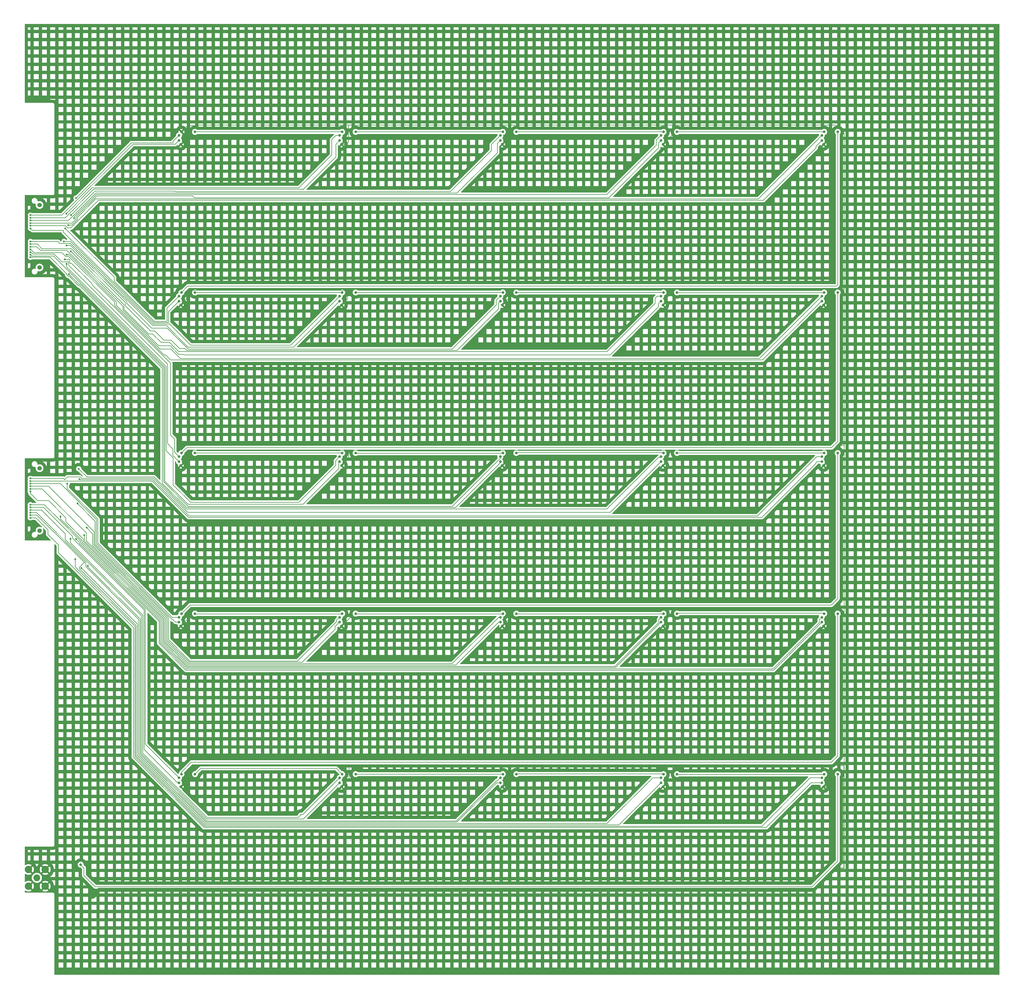
<source format=gbr>
%TF.GenerationSoftware,KiCad,Pcbnew,8.0.2-1*%
%TF.CreationDate,2025-03-11T19:07:40-04:00*%
%TF.ProjectId,OddLayers_1.3mm_SiPM,4f64644c-6179-4657-9273-5f312e336d6d,rev?*%
%TF.SameCoordinates,Original*%
%TF.FileFunction,Copper,L2,Bot*%
%TF.FilePolarity,Positive*%
%FSLAX46Y46*%
G04 Gerber Fmt 4.6, Leading zero omitted, Abs format (unit mm)*
G04 Created by KiCad (PCBNEW 8.0.2-1) date 2025-03-11 19:07:40*
%MOMM*%
%LPD*%
G01*
G04 APERTURE LIST*
%TA.AperFunction,ComponentPad*%
%ADD10C,0.800000*%
%TD*%
%TA.AperFunction,ComponentPad*%
%ADD11C,2.050000*%
%TD*%
%TA.AperFunction,ComponentPad*%
%ADD12C,2.250000*%
%TD*%
%TA.AperFunction,ComponentPad*%
%ADD13C,1.348000*%
%TD*%
%TA.AperFunction,ViaPad*%
%ADD14C,0.800000*%
%TD*%
%TA.AperFunction,ViaPad*%
%ADD15C,0.600000*%
%TD*%
%TA.AperFunction,Conductor*%
%ADD16C,0.200000*%
%TD*%
%TA.AperFunction,Conductor*%
%ADD17C,0.250000*%
%TD*%
G04 APERTURE END LIST*
D10*
%TO.P,REF\u002A\u002A34,5*%
%TO.N,N/C*%
X298300000Y-165900000D03*
%TO.P,REF\u002A\u002A34,6*%
X302400000Y-165900000D03*
%TO.P,REF\u002A\u002A34,7*%
%TO.N,K14*%
X297550000Y-167000000D03*
%TO.P,REF\u002A\u002A34,8*%
%TO.N,A14*%
X297550000Y-168500000D03*
%TO.P,REF\u002A\u002A34,9*%
%TO.N,GND*%
X298100000Y-169700000D03*
%TD*%
%TO.P,REF\u002A\u002A40,5*%
%TO.N,N/C*%
X103100000Y-263500000D03*
%TO.P,REF\u002A\u002A40,6*%
X107200000Y-263500000D03*
%TO.P,REF\u002A\u002A40,7*%
%TO.N,K20*%
X102350000Y-264600000D03*
%TO.P,REF\u002A\u002A40,8*%
%TO.N,A20*%
X102350000Y-266100000D03*
%TO.P,REF\u002A\u002A40,9*%
%TO.N,GND*%
X102900000Y-267300000D03*
%TD*%
D11*
%TO.P,REF\u002A\u002A,1*%
%TO.N,LED_input*%
X59200000Y-295000000D03*
D12*
%TO.P,REF\u002A\u002A,2*%
%TO.N,GND*%
X56660000Y-292460000D03*
X56660000Y-297540000D03*
X61740000Y-292460000D03*
X61740000Y-297540000D03*
%TD*%
D10*
%TO.P,REF\u002A\u002A30,5*%
%TO.N,N/C*%
X103100000Y-165900000D03*
%TO.P,REF\u002A\u002A30,6*%
X107200000Y-165900000D03*
%TO.P,REF\u002A\u002A30,7*%
%TO.N,K10*%
X102350000Y-167000000D03*
%TO.P,REF\u002A\u002A30,8*%
%TO.N,A10*%
X102350000Y-168500000D03*
%TO.P,REF\u002A\u002A30,9*%
%TO.N,GND*%
X102900000Y-169700000D03*
%TD*%
%TO.P,REF\u002A\u002A24,5*%
%TO.N,N/C*%
X298300000Y-68300000D03*
%TO.P,REF\u002A\u002A24,6*%
X302400000Y-68300000D03*
%TO.P,REF\u002A\u002A24,7*%
%TO.N,K4*%
X297550000Y-69400000D03*
%TO.P,REF\u002A\u002A24,8*%
%TO.N,A4*%
X297550000Y-70900000D03*
%TO.P,REF\u002A\u002A24,9*%
%TO.N,GND*%
X298100000Y-72100000D03*
%TD*%
D13*
%TO.P,REF\u002A\u002A,S1*%
%TO.N,N/C*%
X60000000Y-90505000D03*
%TO.P,REF\u002A\u002A,S2*%
X60000000Y-109495000D03*
%TD*%
D10*
%TO.P,REF\u002A\u002A43,5*%
%TO.N,N/C*%
X249500000Y-263500000D03*
%TO.P,REF\u002A\u002A43,6*%
X253600000Y-263500000D03*
%TO.P,REF\u002A\u002A43,7*%
%TO.N,K23*%
X248750000Y-264600000D03*
%TO.P,REF\u002A\u002A43,8*%
%TO.N,A23*%
X248750000Y-266100000D03*
%TO.P,REF\u002A\u002A43,9*%
%TO.N,GND*%
X249300000Y-267300000D03*
%TD*%
%TO.P,REF\u002A\u002A38,5*%
%TO.N,N/C*%
X249500000Y-214700000D03*
%TO.P,REF\u002A\u002A38,6*%
X253600000Y-214700000D03*
%TO.P,REF\u002A\u002A38,7*%
%TO.N,K18*%
X248750000Y-215800000D03*
%TO.P,REF\u002A\u002A38,8*%
%TO.N,A18*%
X248750000Y-217300000D03*
%TO.P,REF\u002A\u002A38,9*%
%TO.N,GND*%
X249300000Y-218500000D03*
%TD*%
%TO.P,REF\u002A\u002A22,5*%
%TO.N,N/C*%
X200700000Y-68300000D03*
%TO.P,REF\u002A\u002A22,6*%
X204800000Y-68300000D03*
%TO.P,REF\u002A\u002A22,7*%
%TO.N,K2*%
X199950000Y-69400000D03*
%TO.P,REF\u002A\u002A22,8*%
%TO.N,A2*%
X199950000Y-70900000D03*
%TO.P,REF\u002A\u002A22,9*%
%TO.N,GND*%
X200500000Y-72100000D03*
%TD*%
D13*
%TO.P,REF\u002A\u002A,S1*%
%TO.N,N/C*%
X60000000Y-170505000D03*
%TO.P,REF\u002A\u002A,S2*%
X60000000Y-189495000D03*
%TD*%
D10*
%TO.P,REF\u002A\u002A28,5*%
%TO.N,N/C*%
X249500000Y-117100000D03*
%TO.P,REF\u002A\u002A28,6*%
X253600000Y-117100000D03*
%TO.P,REF\u002A\u002A28,7*%
%TO.N,K8*%
X248750000Y-118200000D03*
%TO.P,REF\u002A\u002A28,8*%
%TO.N,A8*%
X248750000Y-119700000D03*
%TO.P,REF\u002A\u002A28,9*%
%TO.N,GND*%
X249300000Y-120900000D03*
%TD*%
%TO.P,REF\u002A\u002A23,5*%
%TO.N,N/C*%
X249500000Y-68300000D03*
%TO.P,REF\u002A\u002A23,6*%
X253600000Y-68300000D03*
%TO.P,REF\u002A\u002A23,7*%
%TO.N,K3*%
X248750000Y-69400000D03*
%TO.P,REF\u002A\u002A23,8*%
%TO.N,A3*%
X248750000Y-70900000D03*
%TO.P,REF\u002A\u002A23,9*%
%TO.N,GND*%
X249300000Y-72100000D03*
%TD*%
%TO.P,REF\u002A\u002A32,5*%
%TO.N,N/C*%
X200700000Y-165900000D03*
%TO.P,REF\u002A\u002A32,6*%
X204800000Y-165900000D03*
%TO.P,REF\u002A\u002A32,7*%
%TO.N,K12*%
X199950000Y-167000000D03*
%TO.P,REF\u002A\u002A32,8*%
%TO.N,A12*%
X199950000Y-168500000D03*
%TO.P,REF\u002A\u002A32,9*%
%TO.N,GND*%
X200500000Y-169700000D03*
%TD*%
%TO.P,REF\u002A\u002A44,5*%
%TO.N,N/C*%
X298300000Y-263500000D03*
%TO.P,REF\u002A\u002A44,6*%
%TO.N,LED_input_after_resistor*%
X302400000Y-263500000D03*
%TO.P,REF\u002A\u002A44,7*%
%TO.N,K24*%
X297550000Y-264600000D03*
%TO.P,REF\u002A\u002A44,8*%
%TO.N,A24*%
X297550000Y-266100000D03*
%TO.P,REF\u002A\u002A44,9*%
%TO.N,GND*%
X298100000Y-267300000D03*
%TD*%
%TO.P,REF\u002A\u002A26,5*%
%TO.N,N/C*%
X151900000Y-117100000D03*
%TO.P,REF\u002A\u002A26,6*%
X156000000Y-117100000D03*
%TO.P,REF\u002A\u002A26,7*%
%TO.N,K6*%
X151150000Y-118200000D03*
%TO.P,REF\u002A\u002A26,8*%
%TO.N,A6*%
X151150000Y-119700000D03*
%TO.P,REF\u002A\u002A26,9*%
%TO.N,GND*%
X151700000Y-120900000D03*
%TD*%
%TO.P,REF\u002A\u002A36,5*%
%TO.N,N/C*%
X151900000Y-214700000D03*
%TO.P,REF\u002A\u002A36,6*%
X156000000Y-214700000D03*
%TO.P,REF\u002A\u002A36,7*%
%TO.N,K16*%
X151150000Y-215800000D03*
%TO.P,REF\u002A\u002A36,8*%
%TO.N,A16*%
X151150000Y-217300000D03*
%TO.P,REF\u002A\u002A36,9*%
%TO.N,GND*%
X151700000Y-218500000D03*
%TD*%
%TO.P,REF\u002A\u002A20,5*%
%TO.N,GND*%
X103100000Y-68300000D03*
%TO.P,REF\u002A\u002A20,6*%
%TO.N,N/C*%
X107200000Y-68300000D03*
%TO.P,REF\u002A\u002A20,7*%
%TO.N,K0*%
X102350000Y-69400000D03*
%TO.P,REF\u002A\u002A20,8*%
%TO.N,A0*%
X102350000Y-70900000D03*
%TO.P,REF\u002A\u002A20,9*%
%TO.N,GND*%
X102900000Y-72100000D03*
%TD*%
%TO.P,REF\u002A\u002A25,5*%
%TO.N,N/C*%
X103100000Y-117100000D03*
%TO.P,REF\u002A\u002A25,6*%
X107200000Y-117100000D03*
%TO.P,REF\u002A\u002A25,7*%
%TO.N,K5*%
X102350000Y-118200000D03*
%TO.P,REF\u002A\u002A25,8*%
%TO.N,A5*%
X102350000Y-119700000D03*
%TO.P,REF\u002A\u002A25,9*%
%TO.N,GND*%
X102900000Y-120900000D03*
%TD*%
%TO.P,REF\u002A\u002A37,5*%
%TO.N,N/C*%
X200700000Y-214700000D03*
%TO.P,REF\u002A\u002A37,6*%
X204800000Y-214700000D03*
%TO.P,REF\u002A\u002A37,7*%
%TO.N,K17*%
X199950000Y-215800000D03*
%TO.P,REF\u002A\u002A37,8*%
%TO.N,A17*%
X199950000Y-217300000D03*
%TO.P,REF\u002A\u002A37,9*%
%TO.N,GND*%
X200500000Y-218500000D03*
%TD*%
%TO.P,REF\u002A\u002A31,5*%
%TO.N,N/C*%
X151900000Y-165900000D03*
%TO.P,REF\u002A\u002A31,6*%
X156000000Y-165900000D03*
%TO.P,REF\u002A\u002A31,7*%
%TO.N,K11*%
X151150000Y-167000000D03*
%TO.P,REF\u002A\u002A31,8*%
%TO.N,A11*%
X151150000Y-168500000D03*
%TO.P,REF\u002A\u002A31,9*%
%TO.N,GND*%
X151700000Y-169700000D03*
%TD*%
%TO.P,REF\u002A\u002A27,5*%
%TO.N,N/C*%
X200700000Y-117100000D03*
%TO.P,REF\u002A\u002A27,6*%
X204800000Y-117100000D03*
%TO.P,REF\u002A\u002A27,7*%
%TO.N,K7*%
X199950000Y-118200000D03*
%TO.P,REF\u002A\u002A27,8*%
%TO.N,A7*%
X199950000Y-119700000D03*
%TO.P,REF\u002A\u002A27,9*%
%TO.N,GND*%
X200500000Y-120900000D03*
%TD*%
%TO.P,REF\u002A\u002A41,5*%
%TO.N,N/C*%
X151900000Y-263500000D03*
%TO.P,REF\u002A\u002A41,6*%
X156000000Y-263500000D03*
%TO.P,REF\u002A\u002A41,7*%
%TO.N,K21*%
X151150000Y-264600000D03*
%TO.P,REF\u002A\u002A41,8*%
%TO.N,A21*%
X151150000Y-266100000D03*
%TO.P,REF\u002A\u002A41,9*%
%TO.N,GND*%
X151700000Y-267300000D03*
%TD*%
%TO.P,REF\u002A\u002A29,5*%
%TO.N,N/C*%
X298300000Y-117100000D03*
%TO.P,REF\u002A\u002A29,6*%
X302400000Y-117100000D03*
%TO.P,REF\u002A\u002A29,7*%
%TO.N,K9*%
X297550000Y-118200000D03*
%TO.P,REF\u002A\u002A29,8*%
%TO.N,A9*%
X297550000Y-119700000D03*
%TO.P,REF\u002A\u002A29,9*%
%TO.N,GND*%
X298100000Y-120900000D03*
%TD*%
%TO.P,REF\u002A\u002A21,5*%
%TO.N,N/C*%
X151900000Y-68300000D03*
%TO.P,REF\u002A\u002A21,6*%
X156000000Y-68300000D03*
%TO.P,REF\u002A\u002A21,7*%
%TO.N,K1*%
X151150000Y-69400000D03*
%TO.P,REF\u002A\u002A21,8*%
%TO.N,A1*%
X151150000Y-70900000D03*
%TO.P,REF\u002A\u002A21,9*%
%TO.N,GND*%
X151700000Y-72100000D03*
%TD*%
%TO.P,REF\u002A\u002A42,5*%
%TO.N,N/C*%
X200700000Y-263500000D03*
%TO.P,REF\u002A\u002A42,6*%
X204800000Y-263500000D03*
%TO.P,REF\u002A\u002A42,7*%
%TO.N,K22*%
X199950000Y-264600000D03*
%TO.P,REF\u002A\u002A42,8*%
%TO.N,A22*%
X199950000Y-266100000D03*
%TO.P,REF\u002A\u002A42,9*%
%TO.N,GND*%
X200500000Y-267300000D03*
%TD*%
%TO.P,REF\u002A\u002A35,5*%
%TO.N,N/C*%
X103100000Y-214700000D03*
%TO.P,REF\u002A\u002A35,6*%
X107200000Y-214700000D03*
%TO.P,REF\u002A\u002A35,7*%
%TO.N,K15*%
X102350000Y-215800000D03*
%TO.P,REF\u002A\u002A35,8*%
%TO.N,A15*%
X102350000Y-217300000D03*
%TO.P,REF\u002A\u002A35,9*%
%TO.N,GND*%
X102900000Y-218500000D03*
%TD*%
%TO.P,REF\u002A\u002A39,5*%
%TO.N,N/C*%
X298300000Y-214700000D03*
%TO.P,REF\u002A\u002A39,6*%
X302400000Y-214700000D03*
%TO.P,REF\u002A\u002A39,7*%
%TO.N,K19*%
X297550000Y-215800000D03*
%TO.P,REF\u002A\u002A39,8*%
%TO.N,A19*%
X297550000Y-217300000D03*
%TO.P,REF\u002A\u002A39,9*%
%TO.N,GND*%
X298100000Y-218500000D03*
%TD*%
%TO.P,REF\u002A\u002A33,5*%
%TO.N,N/C*%
X249500000Y-165900000D03*
%TO.P,REF\u002A\u002A33,6*%
X253600000Y-165900000D03*
%TO.P,REF\u002A\u002A33,7*%
%TO.N,K13*%
X248750000Y-167000000D03*
%TO.P,REF\u002A\u002A33,8*%
%TO.N,A13*%
X248750000Y-168500000D03*
%TO.P,REF\u002A\u002A33,9*%
%TO.N,GND*%
X249300000Y-169700000D03*
%TD*%
D14*
%TO.N,GND*%
X76000000Y-300000000D03*
D15*
%TO.N,K0*%
X71100000Y-88400000D03*
%TO.N,A0*%
X57250000Y-93600000D03*
%TO.N,K1*%
X68124265Y-93124265D03*
%TO.N,A1*%
X57250000Y-94400000D03*
%TO.N,K2*%
X69600000Y-93600000D03*
%TO.N,A2*%
X57250000Y-95200000D03*
%TO.N,K3*%
X70500000Y-94500000D03*
%TO.N,A3*%
X57250000Y-96000000D03*
%TO.N,K4*%
X68700000Y-96600000D03*
%TO.N,A4*%
X57250000Y-96800000D03*
%TO.N,K5*%
X67800000Y-97600000D03*
%TO.N,A5*%
X57250000Y-97600000D03*
%TO.N,K6*%
X67400000Y-101600000D03*
%TO.N,A6*%
X57250000Y-101600000D03*
%TO.N,K7*%
X68200000Y-102800000D03*
%TO.N,A7*%
X57250000Y-102400000D03*
%TO.N,K8*%
X69500000Y-104600000D03*
%TO.N,A8*%
X57250000Y-103200000D03*
%TO.N,K9*%
X68200000Y-105600000D03*
%TO.N,A9*%
X57250000Y-104000000D03*
%TO.N,A10*%
X57250000Y-104800000D03*
%TO.N,K10*%
X67600000Y-107000000D03*
%TO.N,A11*%
X57250000Y-105600000D03*
%TO.N,K11*%
X68200000Y-108400000D03*
%TO.N,A12*%
X57250000Y-106400000D03*
%TO.N,K12*%
X68942892Y-111557108D03*
%TO.N,K14*%
X72100000Y-173800000D03*
%TO.N,A14*%
X57200000Y-174400000D03*
%TO.N,K13*%
X71900000Y-170700000D03*
%TO.N,A13*%
X57200000Y-173600000D03*
%TO.N,K15*%
X68400000Y-175200000D03*
%TO.N,A15*%
X57200000Y-175200000D03*
%TO.N,K16*%
X71500000Y-181200000D03*
%TO.N,A16*%
X57200000Y-176000000D03*
%TO.N,K17*%
X74300000Y-188600000D03*
%TO.N,A17*%
X57200000Y-176800000D03*
%TO.N,K18*%
X73600000Y-190900000D03*
%TO.N,A18*%
X57200000Y-177600000D03*
%TO.N,K19*%
X66400000Y-185200000D03*
%TO.N,A19*%
X57200000Y-181600000D03*
%TO.N,K20*%
X71067156Y-192032844D03*
%TO.N,A20*%
X57200000Y-182400000D03*
%TO.N,K21*%
X69400000Y-192000000D03*
%TO.N,A21*%
X57200000Y-183200000D03*
%TO.N,K22*%
X74700000Y-200150000D03*
%TO.N,A22*%
X57200000Y-184000000D03*
%TO.N,K23*%
X72723904Y-200824274D03*
%TO.N,A23*%
X57200000Y-184800000D03*
%TO.N,K24*%
X70892892Y-198107108D03*
%TO.N,A24*%
X57200000Y-185600000D03*
D14*
%TO.N,LED_input_after_resistor*%
X72500000Y-291000000D03*
%TD*%
D16*
%TO.N,*%
X104700000Y-164300000D02*
X103100000Y-165900000D01*
X151900000Y-117100000D02*
X107200000Y-117100000D01*
X156000000Y-263500000D02*
X200700000Y-263500000D01*
X107200000Y-214700000D02*
X107300000Y-214800000D01*
X204900000Y-263400000D02*
X249400000Y-263400000D01*
X151900000Y-165900000D02*
X107200000Y-165900000D01*
X253600000Y-68300000D02*
X298300000Y-68300000D01*
X253700000Y-214600000D02*
X298200000Y-214600000D01*
X156000000Y-68300000D02*
X200700000Y-68300000D01*
X156100000Y-214800000D02*
X200600000Y-214800000D01*
X253600000Y-165900000D02*
X298300000Y-165900000D01*
X253700000Y-263600000D02*
X298200000Y-263600000D01*
X204800000Y-68300000D02*
X249500000Y-68300000D01*
X204800000Y-263500000D02*
X204900000Y-263400000D01*
X249400000Y-263400000D02*
X249500000Y-263500000D01*
X103100000Y-262900000D02*
X106100000Y-259900000D01*
X253600000Y-117100000D02*
X253700000Y-117200000D01*
X300500000Y-164300000D02*
X104700000Y-164300000D01*
X156000000Y-117100000D02*
X200700000Y-117100000D01*
X302400000Y-117100000D02*
X302400000Y-162400000D01*
X105000000Y-115200000D02*
X103100000Y-117100000D01*
X200600000Y-214800000D02*
X200700000Y-214700000D01*
X150150000Y-261750000D02*
X151900000Y-263500000D01*
X302400000Y-114800000D02*
X302000000Y-115200000D01*
X249400000Y-214800000D02*
X249500000Y-214700000D01*
X302400000Y-68300000D02*
X302400000Y-114800000D01*
X249500000Y-117100000D02*
X204800000Y-117100000D01*
X204900000Y-214800000D02*
X249400000Y-214800000D01*
X302000000Y-115200000D02*
X105000000Y-115200000D01*
X151800000Y-214800000D02*
X151900000Y-214700000D01*
X302400000Y-210200000D02*
X300500000Y-212100000D01*
X108950000Y-261750000D02*
X150150000Y-261750000D01*
X204900000Y-165800000D02*
X249400000Y-165800000D01*
X249400000Y-165800000D02*
X249500000Y-165900000D01*
X302400000Y-258000000D02*
X300500000Y-259900000D01*
X106100000Y-259900000D02*
X105350000Y-260650000D01*
X298200000Y-214600000D02*
X298300000Y-214700000D01*
X107300000Y-214800000D02*
X151800000Y-214800000D01*
X105700000Y-212100000D02*
X103100000Y-214700000D01*
X298200000Y-263600000D02*
X298300000Y-263500000D01*
X298200000Y-117200000D02*
X298300000Y-117100000D01*
X253700000Y-117200000D02*
X298200000Y-117200000D01*
X302400000Y-162400000D02*
X300500000Y-164300000D01*
X103100000Y-263500000D02*
X103100000Y-262900000D01*
X156000000Y-214700000D02*
X156100000Y-214800000D01*
X302400000Y-214700000D02*
X302400000Y-258000000D01*
X302400000Y-165900000D02*
X302400000Y-210200000D01*
X107200000Y-263500000D02*
X108950000Y-261750000D01*
X300500000Y-212100000D02*
X105700000Y-212100000D01*
X253600000Y-214700000D02*
X253700000Y-214600000D01*
X156000000Y-165900000D02*
X156100000Y-166000000D01*
X200600000Y-166000000D02*
X200700000Y-165900000D01*
X107200000Y-68300000D02*
X151900000Y-68300000D01*
X156100000Y-166000000D02*
X200600000Y-166000000D01*
X204800000Y-165900000D02*
X204900000Y-165800000D01*
X204800000Y-214700000D02*
X204900000Y-214800000D01*
X300500000Y-259900000D02*
X106100000Y-259900000D01*
%TO.N,GND*%
X105800000Y-263500000D02*
X108400000Y-260900000D01*
X201100000Y-267300000D02*
X202900000Y-265500000D01*
X300200000Y-116000000D02*
X250700000Y-116000000D01*
X249300000Y-169700000D02*
X250700000Y-168300000D01*
X300600000Y-167200000D02*
X300600000Y-165000000D01*
X250700000Y-265900000D02*
X250700000Y-265500000D01*
X104600000Y-118800000D02*
X104600000Y-119000000D01*
X304400000Y-116000000D02*
X304400000Y-117600000D01*
X250900000Y-213100000D02*
X202900000Y-213100000D01*
X153000000Y-266000000D02*
X154000000Y-265000000D01*
X152450000Y-217750000D02*
X151700000Y-218500000D01*
X203000000Y-118400000D02*
X200500000Y-120900000D01*
X153600000Y-119000000D02*
X153600000Y-116400000D01*
X203000000Y-116000000D02*
X203000000Y-118400000D01*
X252200000Y-66200000D02*
X300500000Y-66200000D01*
X304400000Y-163600000D02*
X303200000Y-163600000D01*
X153000000Y-266000000D02*
X151700000Y-267300000D01*
X250700000Y-213100000D02*
X300400000Y-213100000D01*
X202850000Y-71400000D02*
X201200000Y-71400000D01*
X153100000Y-72100000D02*
X153800000Y-71400000D01*
X300500000Y-69700000D02*
X300500000Y-66200000D01*
D17*
X295500000Y-298100000D02*
X301585050Y-292014950D01*
D16*
X200500000Y-267300000D02*
X201100000Y-267300000D01*
X151700000Y-120900000D02*
X153600000Y-119000000D01*
X250400000Y-165000000D02*
X202400000Y-165000000D01*
X300200000Y-116000000D02*
X300000000Y-116200000D01*
X104600000Y-117000000D02*
X104600000Y-118200000D01*
X250700000Y-168300000D02*
X250700000Y-165300000D01*
X304400000Y-163600000D02*
X304400000Y-260689950D01*
X104900000Y-66500000D02*
X104900000Y-70100000D01*
X202900000Y-260900000D02*
X202900000Y-265500000D01*
X298100000Y-267300000D02*
X299100000Y-267300000D01*
D17*
X301585050Y-292014950D02*
X304275000Y-292014950D01*
D16*
X153600000Y-116400000D02*
X105200000Y-116400000D01*
X104900000Y-66500000D02*
X103100000Y-68300000D01*
X153800000Y-66200000D02*
X203000000Y-66200000D01*
X249300000Y-120800000D02*
X250700000Y-119400000D01*
X102900000Y-120900000D02*
X104600000Y-119200000D01*
X300800000Y-260900000D02*
X298700000Y-260900000D01*
X202400000Y-167800000D02*
X202400000Y-165000000D01*
X251000000Y-165000000D02*
X250700000Y-165300000D01*
X304275000Y-261000000D02*
X304175000Y-260900000D01*
X250900000Y-260900000D02*
X202900000Y-260900000D01*
X300000000Y-116200000D02*
X300000000Y-119000000D01*
X104600000Y-119200000D02*
X104600000Y-118200000D01*
X203000000Y-66200000D02*
X252200000Y-66200000D01*
X249300000Y-218500000D02*
X249900000Y-218500000D01*
X104600000Y-166400000D02*
X104600000Y-168000000D01*
X304175000Y-260900000D02*
X300800000Y-260900000D01*
X298700000Y-260900000D02*
X250700000Y-260900000D01*
X155300000Y-213100000D02*
X106000000Y-213100000D01*
X105200000Y-116400000D02*
X104600000Y-117000000D01*
X102900000Y-267300000D02*
X105800000Y-264400000D01*
X154000000Y-260900000D02*
X203100000Y-260900000D01*
X249300000Y-120900000D02*
X249300000Y-120800000D01*
X107200000Y-66400000D02*
X107400000Y-66200000D01*
X201200000Y-71400000D02*
X200500000Y-72100000D01*
X300400000Y-216200000D02*
X300400000Y-213100000D01*
X104600000Y-118200000D02*
X104600000Y-118800000D01*
X298100000Y-169700000D02*
X300600000Y-167200000D01*
X153800000Y-71400000D02*
X153800000Y-66200000D01*
X249900000Y-218500000D02*
X250700000Y-217700000D01*
X154000000Y-265000000D02*
X154000000Y-260900000D01*
X155000000Y-165000000D02*
X106000000Y-165000000D01*
X203100000Y-213100000D02*
X154400000Y-213100000D01*
X154000000Y-116000000D02*
X153600000Y-116400000D01*
X250700000Y-260900000D02*
X250700000Y-265500000D01*
X299100000Y-267300000D02*
X300800000Y-265600000D01*
D17*
X77900000Y-298100000D02*
X295500000Y-298100000D01*
D16*
X107400000Y-66200000D02*
X153800000Y-66200000D01*
X301800000Y-165000000D02*
X251000000Y-165000000D01*
X202900000Y-216100000D02*
X200500000Y-218500000D01*
X250700000Y-165300000D02*
X250400000Y-165000000D01*
X154000000Y-165000000D02*
X153800000Y-165200000D01*
X304400000Y-260689950D02*
X304275000Y-260814950D01*
X105000000Y-66400000D02*
X107200000Y-66400000D01*
X104900000Y-66500000D02*
X105000000Y-66400000D01*
X252200000Y-69200000D02*
X252200000Y-66200000D01*
X304400000Y-117600000D02*
X304400000Y-163600000D01*
X154400000Y-213100000D02*
X154400000Y-215800000D01*
X300800000Y-265600000D02*
X300800000Y-260900000D01*
X202850000Y-66350000D02*
X203000000Y-66200000D01*
D17*
X76000000Y-300000000D02*
X77900000Y-298100000D01*
D16*
X104900000Y-70100000D02*
X102900000Y-72100000D01*
X249300000Y-267300000D02*
X250700000Y-265900000D01*
X201300000Y-168900000D02*
X202400000Y-167800000D01*
X151700000Y-72100000D02*
X153100000Y-72100000D01*
D17*
X304275000Y-292014950D02*
X304275000Y-260814950D01*
D16*
X300000000Y-119000000D02*
X298100000Y-120900000D01*
X154400000Y-215800000D02*
X152450000Y-217750000D01*
X153800000Y-167600000D02*
X151700000Y-169700000D01*
X202400000Y-165000000D02*
X154000000Y-165000000D01*
X304400000Y-68800000D02*
X304400000Y-116000000D01*
X153800000Y-165200000D02*
X153800000Y-167600000D01*
X104600000Y-168000000D02*
X102900000Y-169700000D01*
X201300000Y-168900000D02*
X200500000Y-169700000D01*
X106000000Y-165000000D02*
X104600000Y-166400000D01*
X249300000Y-72100000D02*
X252200000Y-69200000D01*
X250700000Y-217700000D02*
X250700000Y-213100000D01*
X250700000Y-116000000D02*
X203000000Y-116000000D01*
X106000000Y-213100000D02*
X106000000Y-215400000D01*
X304400000Y-116000000D02*
X300200000Y-116000000D01*
X301800000Y-66200000D02*
X304400000Y-68800000D01*
X202900000Y-213100000D02*
X202900000Y-216100000D01*
X105800000Y-264400000D02*
X105800000Y-263500000D01*
X203000000Y-116000000D02*
X154000000Y-116000000D01*
X202850000Y-71400000D02*
X202850000Y-66350000D01*
X250700000Y-119400000D02*
X250700000Y-116000000D01*
X300500000Y-66200000D02*
X301800000Y-66200000D01*
X298100000Y-72100000D02*
X300500000Y-69700000D01*
X304400000Y-213100000D02*
X300400000Y-213100000D01*
X298100000Y-218500000D02*
X300400000Y-216200000D01*
X108400000Y-260900000D02*
X155300000Y-260900000D01*
X303200000Y-163600000D02*
X301800000Y-165000000D01*
X106000000Y-215400000D02*
X102900000Y-218500000D01*
%TO.N,K0*%
X100600000Y-71650000D02*
X100600000Y-71150000D01*
X100600000Y-71150000D02*
X102350000Y-69400000D01*
X100650000Y-71650000D02*
X100600000Y-71650000D01*
X71100000Y-88400000D02*
X87850000Y-71650000D01*
X87850000Y-71650000D02*
X100600000Y-71650000D01*
%TO.N,A0*%
X88350000Y-72050000D02*
X66800000Y-93600000D01*
X66800000Y-93600000D02*
X57250000Y-93600000D01*
X102350000Y-70900000D02*
X101200000Y-72050000D01*
X101200000Y-72050000D02*
X88350000Y-72050000D01*
%TO.N,K1*%
X148725000Y-75325000D02*
X138750000Y-85300000D01*
X75948530Y-85300000D02*
X68124265Y-93124265D01*
X148725000Y-75325000D02*
X148725000Y-70675000D01*
X150000000Y-69400000D02*
X151150000Y-69400000D01*
X138750000Y-85300000D02*
X75948530Y-85300000D01*
X148725000Y-70675000D02*
X150000000Y-69400000D01*
%TO.N,A1*%
X57250000Y-94400000D02*
X67765686Y-94400000D01*
X139800000Y-85700000D02*
X140000000Y-85900000D01*
X67765686Y-94400000D02*
X76465686Y-85700000D01*
X150000000Y-75900000D02*
X150000000Y-72050000D01*
X150000000Y-72050000D02*
X151150000Y-70900000D01*
X140000000Y-85900000D02*
X150000000Y-75900000D01*
X76465686Y-85700000D02*
X139800000Y-85700000D01*
%TO.N,K2*%
X76900000Y-86300000D02*
X69600000Y-93600000D01*
X101300000Y-86500000D02*
X101100000Y-86300000D01*
X197300000Y-72050000D02*
X199950000Y-69400000D01*
X101100000Y-86300000D02*
X76900000Y-86300000D01*
X197300000Y-73900000D02*
X197300000Y-72050000D01*
X197300000Y-73900000D02*
X184700000Y-86500000D01*
X184700000Y-86500000D02*
X101300000Y-86500000D01*
%TO.N,A2*%
X186800000Y-86900000D02*
X77148529Y-86900000D01*
X199000000Y-74700000D02*
X186800000Y-86900000D01*
X199000000Y-71850000D02*
X199000000Y-74700000D01*
X199950000Y-70900000D02*
X199000000Y-71850000D01*
X77148529Y-86900000D02*
X68848529Y-95200000D01*
X68848529Y-95200000D02*
X57250000Y-95200000D01*
%TO.N,K3*%
X77314215Y-87300000D02*
X232350000Y-87300000D01*
X247325000Y-70825000D02*
X248750000Y-69400000D01*
X70500000Y-94114215D02*
X77314215Y-87300000D01*
X232350000Y-87300000D02*
X247325000Y-72325000D01*
X70500000Y-94500000D02*
X70500000Y-94114215D01*
X247325000Y-72325000D02*
X247325000Y-70825000D01*
%TO.N,A3*%
X248000000Y-71650000D02*
X248000000Y-73200000D01*
X248000000Y-73200000D02*
X232900000Y-88300000D01*
X71100000Y-94748529D02*
X69848529Y-96000000D01*
X232900000Y-88300000D02*
X107100000Y-88300000D01*
X69848529Y-96000000D02*
X57250000Y-96000000D01*
X248750000Y-70900000D02*
X248000000Y-71650000D01*
X77479901Y-87700000D02*
X71100000Y-94079901D01*
X71100000Y-94079901D02*
X71100000Y-94748529D01*
X107100000Y-88300000D02*
X106500000Y-87700000D01*
X106500000Y-87700000D02*
X77479901Y-87700000D01*
%TO.N,K4*%
X77045587Y-88700000D02*
X278250000Y-88700000D01*
X71500000Y-94245587D02*
X77045587Y-88700000D01*
X278250000Y-88700000D02*
X297550000Y-69400000D01*
X69814215Y-96600000D02*
X71500000Y-94914215D01*
X68700000Y-96600000D02*
X69814215Y-96600000D01*
X71500000Y-94914215D02*
X71500000Y-94245587D01*
%TO.N,A4*%
X295800000Y-72650000D02*
X295800000Y-73150000D01*
X67848529Y-96800000D02*
X57250000Y-96800000D01*
X295800000Y-73150000D02*
X279850000Y-89100000D01*
X297550000Y-70900000D02*
X295800000Y-72650000D01*
X279850000Y-89100000D02*
X77879901Y-89100000D01*
X77879901Y-89100000D02*
X69479901Y-97500000D01*
X68548529Y-97500000D02*
X67848529Y-96800000D01*
X69479901Y-97500000D02*
X68548529Y-97500000D01*
%TO.N,K5*%
X98700000Y-125900000D02*
X94900000Y-125900000D01*
X82700000Y-113700000D02*
X82700000Y-112500000D01*
X98700000Y-121850000D02*
X98700000Y-125900000D01*
X94900000Y-125900000D02*
X82700000Y-113700000D01*
X102350000Y-118200000D02*
X98700000Y-121850000D01*
X82700000Y-112500000D02*
X67800000Y-97600000D01*
%TO.N,A5*%
X57850000Y-98200000D02*
X57250000Y-97600000D01*
X99100000Y-122950000D02*
X102350000Y-119700000D01*
X94734314Y-126300000D02*
X99100000Y-126300000D01*
X67300000Y-98200000D02*
X67300000Y-98865686D01*
X67300000Y-98865686D02*
X94734314Y-126300000D01*
X67300000Y-98200000D02*
X57850000Y-98200000D01*
X99100000Y-126300000D02*
X99115686Y-126300000D01*
X99100000Y-126300000D02*
X99100000Y-122950000D01*
%TO.N,K6*%
X67400000Y-101600000D02*
X69468628Y-101600000D01*
X105900000Y-133100000D02*
X99390686Y-126590686D01*
X69468628Y-101600000D02*
X85884314Y-118015686D01*
X99390686Y-126590686D02*
X99281372Y-126700000D01*
X151175000Y-118225000D02*
X136300000Y-133100000D01*
X136300000Y-133100000D02*
X105900000Y-133100000D01*
X94568628Y-126700000D02*
X85768628Y-117900000D01*
X99281372Y-126700000D02*
X94568628Y-126700000D01*
%TO.N,A6*%
X94402942Y-127100000D02*
X85701471Y-118398529D01*
X66200000Y-102200000D02*
X65600000Y-101600000D01*
X65600000Y-101600000D02*
X57250000Y-101600000D01*
X69400000Y-102200000D02*
X66200000Y-102200000D01*
X105100000Y-133700000D02*
X98500000Y-127100000D01*
X98500000Y-127100000D02*
X94402942Y-127100000D01*
X85598529Y-118398529D02*
X69400000Y-102200000D01*
X85701471Y-118398529D02*
X85598529Y-118398529D01*
X85701471Y-118398529D02*
X85602942Y-118300000D01*
X151150000Y-119700000D02*
X137150000Y-133700000D01*
X137150000Y-133700000D02*
X105100000Y-133700000D01*
%TO.N,K7*%
X105134314Y-134300000D02*
X98817157Y-127982843D01*
X69434314Y-102800000D02*
X68200000Y-102800000D01*
X198725000Y-120925000D02*
X185350000Y-134300000D01*
X185350000Y-134300000D02*
X105134314Y-134300000D01*
X98817157Y-127982843D02*
X94082843Y-127982843D01*
X86500000Y-119865686D02*
X69434314Y-102800000D01*
X198725000Y-119425000D02*
X199950000Y-118200000D01*
X86500000Y-120400000D02*
X86500000Y-119865686D01*
X198725000Y-120925000D02*
X198725000Y-119425000D01*
X94082843Y-127982843D02*
X86500000Y-120400000D01*
%TO.N,A7*%
X86100000Y-121217157D02*
X86100000Y-120200000D01*
X104100000Y-134100000D02*
X102500000Y-134100000D01*
X86100000Y-120200000D02*
X69700000Y-103800000D01*
X94982843Y-128817157D02*
X93700000Y-128817157D01*
X97782843Y-131617157D02*
X94982843Y-128817157D01*
X199400000Y-120250000D02*
X199400000Y-122100000D01*
X104700000Y-134700000D02*
X104100000Y-134100000D01*
X69700000Y-103800000D02*
X60698529Y-103800000D01*
X59298529Y-102400000D02*
X57250000Y-102400000D01*
X100017157Y-131617157D02*
X97782843Y-131617157D01*
X60698529Y-103800000D02*
X59298529Y-102400000D01*
X199950000Y-119700000D02*
X199400000Y-120250000D01*
X93700000Y-128817157D02*
X86100000Y-121217157D01*
X102500000Y-134100000D02*
X100017157Y-131617157D01*
X186800000Y-134700000D02*
X104700000Y-134700000D01*
X199400000Y-122100000D02*
X186800000Y-134700000D01*
%TO.N,K8*%
X247600000Y-118200000D02*
X247000000Y-118800000D01*
X96900000Y-132300000D02*
X94300000Y-129700000D01*
X99500000Y-132300000D02*
X96900000Y-132300000D01*
X232350000Y-135100000D02*
X102300000Y-135100000D01*
X94300000Y-129700000D02*
X93100000Y-129700000D01*
X85700000Y-122300000D02*
X85700000Y-120800000D01*
X248750000Y-118200000D02*
X247600000Y-118200000D01*
X246825000Y-120625000D02*
X232350000Y-135100000D01*
X102300000Y-135100000D02*
X99500000Y-132300000D01*
X247000000Y-118800000D02*
X247000000Y-120450000D01*
X93100000Y-129700000D02*
X85700000Y-122300000D01*
X85700000Y-120800000D02*
X69500000Y-104600000D01*
X247000000Y-120450000D02*
X246825000Y-120625000D01*
%TO.N,A8*%
X103700000Y-135900000D02*
X103900000Y-136100000D01*
X59200000Y-103200000D02*
X60351471Y-104351471D01*
X248000000Y-120450000D02*
X248750000Y-119700000D01*
X103900000Y-136100000D02*
X233300000Y-136100000D01*
X68351471Y-104351471D02*
X85300000Y-121300000D01*
X102300000Y-135900000D02*
X103700000Y-135900000D01*
X99700000Y-133300000D02*
X102300000Y-135900000D01*
X57250000Y-103200000D02*
X59200000Y-103200000D01*
X248000000Y-121400000D02*
X248000000Y-120450000D01*
X85300000Y-122465686D02*
X96134314Y-133300000D01*
X60351471Y-104351471D02*
X68351471Y-104351471D01*
X96134314Y-133300000D02*
X99700000Y-133300000D01*
X85300000Y-121300000D02*
X85300000Y-122465686D01*
X233300000Y-136100000D02*
X248000000Y-121400000D01*
%TO.N,K9*%
X96568628Y-134300000D02*
X83300000Y-121031372D01*
X83300000Y-121031372D02*
X83300000Y-119900000D01*
X278600000Y-137200000D02*
X102800000Y-137200000D01*
X297550000Y-118250000D02*
X278600000Y-137200000D01*
X297550000Y-118200000D02*
X297550000Y-118250000D01*
X83300000Y-119900000D02*
X69000000Y-105600000D01*
X99900000Y-134300000D02*
X96568628Y-134300000D01*
X102800000Y-137200000D02*
X99900000Y-134300000D01*
X69000000Y-105600000D02*
X68200000Y-105600000D01*
%TO.N,A9*%
X57298529Y-104000000D02*
X57250000Y-104000000D01*
X97802942Y-136100000D02*
X82765685Y-121062743D01*
X297500000Y-119700000D02*
X279600000Y-137600000D01*
X82765685Y-121062743D02*
X82765685Y-120000000D01*
X279600000Y-137600000D02*
X99800000Y-137600000D01*
X98300000Y-136100000D02*
X97802942Y-136100000D01*
X82765685Y-120000000D02*
X68765685Y-106000000D01*
X68448529Y-106200000D02*
X67951471Y-106200000D01*
X99800000Y-137600000D02*
X98300000Y-136100000D01*
X297550000Y-119700000D02*
X297500000Y-119700000D01*
X68648529Y-106000000D02*
X68448529Y-106200000D01*
X68765685Y-106000000D02*
X68648529Y-106000000D01*
X66751471Y-105000000D02*
X58298529Y-105000000D01*
X67951471Y-106200000D02*
X66751471Y-105000000D01*
X58298529Y-105000000D02*
X57298529Y-104000000D01*
%TO.N,A10*%
X64400000Y-105400000D02*
X58000000Y-105400000D01*
X100525000Y-164675000D02*
X98875000Y-163025000D01*
X57400000Y-104800000D02*
X57250000Y-104800000D01*
X68800000Y-108800000D02*
X68800000Y-107800000D01*
X68800000Y-107800000D02*
X66800000Y-107800000D01*
X100525000Y-166675000D02*
X100525000Y-164675000D01*
X66800000Y-107800000D02*
X64400000Y-105400000D01*
X98875000Y-138875000D02*
X68800000Y-108800000D01*
X98875000Y-163025000D02*
X98875000Y-138875000D01*
X58000000Y-105400000D02*
X57400000Y-104800000D01*
X102350000Y-168500000D02*
X100525000Y-166675000D01*
%TO.N,K10*%
X67600000Y-107000000D02*
X69200000Y-107000000D01*
X100982843Y-165632843D02*
X100982843Y-161617157D01*
X75900000Y-114762744D02*
X99800000Y-138662744D01*
X69700000Y-108200000D02*
X75900000Y-114400000D01*
X69200000Y-108200000D02*
X69700000Y-108200000D01*
X75900000Y-114400000D02*
X75900000Y-114762744D01*
X99800000Y-138662744D02*
X99800000Y-160434314D01*
X99800000Y-160434314D02*
X100982843Y-161617157D01*
X69200000Y-107000000D02*
X69200000Y-108200000D01*
X102350000Y-167000000D02*
X100982843Y-165632843D01*
%TO.N,A11*%
X150850000Y-170650000D02*
X150850000Y-168800000D01*
X140000000Y-181500000D02*
X150850000Y-170650000D01*
X57698529Y-106000000D02*
X64434314Y-106000000D01*
X57250000Y-105600000D02*
X57298529Y-105600000D01*
X105100000Y-181500000D02*
X140000000Y-181500000D01*
X150850000Y-168800000D02*
X151150000Y-168500000D01*
X57298529Y-105600000D02*
X57698529Y-106000000D01*
X64434314Y-106200000D02*
X98075000Y-139840686D01*
X98075000Y-174475000D02*
X105100000Y-181500000D01*
X98075000Y-139840686D02*
X98075000Y-174475000D01*
X64434314Y-106000000D02*
X64434314Y-106200000D01*
%TO.N,K11*%
X149925000Y-168225000D02*
X149925000Y-169725000D01*
X98475000Y-139675000D02*
X68200000Y-109400000D01*
X151150000Y-167000000D02*
X149925000Y-168225000D01*
X98475000Y-165190686D02*
X98475000Y-139675000D01*
X100600000Y-167315686D02*
X98475000Y-165190686D01*
X149925000Y-169725000D02*
X138750000Y-180900000D01*
X68200000Y-109400000D02*
X68200000Y-108400000D01*
X138750000Y-180900000D02*
X105900000Y-180900000D01*
X105900000Y-180900000D02*
X100600000Y-175600000D01*
X100600000Y-175600000D02*
X100600000Y-167315686D01*
%TO.N,A12*%
X186300000Y-182500000D02*
X104700000Y-182500000D01*
X68694363Y-112157108D02*
X68342892Y-111805637D01*
X199950000Y-168500000D02*
X199950000Y-168850000D01*
X97275000Y-140172058D02*
X72102942Y-115000000D01*
X68977206Y-112157108D02*
X68694363Y-112157108D01*
X97275000Y-175075000D02*
X97275000Y-140172058D01*
X71820098Y-115000000D02*
X68977206Y-112157108D01*
X199950000Y-168850000D02*
X186300000Y-182500000D01*
X68342892Y-111805637D02*
X68342892Y-111522794D01*
X72102942Y-115000000D02*
X71820098Y-115000000D01*
X104700000Y-182500000D02*
X97275000Y-175075000D01*
X68342892Y-111522794D02*
X63220098Y-106400000D01*
X63220098Y-106400000D02*
X57250000Y-106400000D01*
%TO.N,K12*%
X71985784Y-114600000D02*
X72268628Y-114600000D01*
X97675000Y-140006372D02*
X97675000Y-174640685D01*
X68942892Y-111557108D02*
X71985784Y-114600000D01*
X72268628Y-114600000D02*
X97675000Y-140006372D01*
X105134315Y-182100000D02*
X185350000Y-182100000D01*
X185350000Y-182100000D02*
X199950000Y-167500000D01*
X199950000Y-167500000D02*
X199950000Y-167000000D01*
X97675000Y-174640685D02*
X105134315Y-182100000D01*
%TO.N,K14*%
X105400000Y-185000000D02*
X278050000Y-185000000D01*
X94400000Y-174000000D02*
X105400000Y-185000000D01*
X72300000Y-174000000D02*
X94400000Y-174000000D01*
X278050000Y-185000000D02*
X296050000Y-167000000D01*
X296050000Y-167000000D02*
X297550000Y-167000000D01*
X72100000Y-173800000D02*
X72300000Y-174000000D01*
%TO.N,A14*%
X94234314Y-174400000D02*
X105234314Y-185400000D01*
X295800000Y-169000000D02*
X295800000Y-168750000D01*
X57200000Y-174400000D02*
X94234314Y-174400000D01*
X296050000Y-168500000D02*
X297550000Y-168500000D01*
X105234314Y-185400000D02*
X279400000Y-185400000D01*
X295800000Y-168750000D02*
X296050000Y-168500000D01*
X279400000Y-185400000D02*
X295800000Y-169000000D01*
%TO.N,K13*%
X248500000Y-167250000D02*
X248750000Y-167000000D01*
X94834314Y-173200000D02*
X104534314Y-182900000D01*
X74400000Y-173200000D02*
X94834314Y-173200000D01*
X248000000Y-167250000D02*
X248500000Y-167250000D01*
X71900000Y-170700000D02*
X74400000Y-173200000D01*
X104534314Y-182900000D02*
X232350000Y-182900000D01*
X232350000Y-182900000D02*
X248000000Y-167250000D01*
%TO.N,A13*%
X57200000Y-173600000D02*
X67200000Y-173600000D01*
X67200000Y-173600000D02*
X67600000Y-174000000D01*
X67600000Y-174000000D02*
X68400000Y-173200000D01*
X72348529Y-173200000D02*
X72748529Y-173600000D01*
X94668628Y-173600000D02*
X104968628Y-183900000D01*
X104968628Y-183900000D02*
X233350000Y-183900000D01*
X233350000Y-183900000D02*
X248750000Y-168500000D01*
X72748529Y-173600000D02*
X94668628Y-173600000D01*
X68400000Y-173200000D02*
X72348529Y-173200000D01*
%TO.N,K15*%
X77700000Y-185985785D02*
X77700000Y-193291671D01*
X68400000Y-175200000D02*
X68400000Y-176685785D01*
X77700000Y-193291671D02*
X100208329Y-215800000D01*
X68400000Y-176685785D02*
X77700000Y-185985785D01*
X100208329Y-215800000D02*
X102350000Y-215800000D01*
%TO.N,A15*%
X102350000Y-217300000D02*
X101300000Y-217300000D01*
X77300000Y-186151471D02*
X66348529Y-175200000D01*
X66348529Y-175200000D02*
X57200000Y-175200000D01*
X100442643Y-216600000D02*
X77300000Y-193457357D01*
X100600000Y-216600000D02*
X100442643Y-216600000D01*
X101300000Y-217300000D02*
X100600000Y-216600000D01*
X77300000Y-193457357D02*
X77300000Y-186151471D01*
%TO.N,K16*%
X138350000Y-229100000D02*
X105665686Y-229100000D01*
X105665686Y-229100000D02*
X99100000Y-222534314D01*
X99100000Y-222534314D02*
X99100000Y-215823043D01*
X99100000Y-215823043D02*
X76900000Y-193623043D01*
X151150000Y-215800000D02*
X150225000Y-216725000D01*
X150225000Y-216725000D02*
X150225000Y-217225000D01*
X150225000Y-217225000D02*
X138350000Y-229100000D01*
X76900000Y-186600000D02*
X71500000Y-181200000D01*
X76900000Y-193623043D02*
X76900000Y-186600000D01*
%TO.N,A16*%
X98700000Y-215988729D02*
X76500000Y-193788729D01*
X149800000Y-218650000D02*
X149800000Y-219500000D01*
X151150000Y-217300000D02*
X149800000Y-218650000D01*
X139800000Y-229500000D02*
X105500000Y-229500000D01*
X98700000Y-222700000D02*
X98700000Y-215988729D01*
X76500000Y-189748529D02*
X62751471Y-176000000D01*
X76500000Y-193788729D02*
X76500000Y-189748529D01*
X62751471Y-176000000D02*
X57200000Y-176000000D01*
X105500000Y-229500000D02*
X98700000Y-222700000D01*
X149800000Y-219500000D02*
X139800000Y-229500000D01*
%TO.N,K17*%
X74300000Y-188600000D02*
X76100000Y-190400000D01*
X76100000Y-190400000D02*
X76100000Y-193954415D01*
X199450000Y-215800000D02*
X199950000Y-215800000D01*
X185350000Y-229900000D02*
X199450000Y-215800000D01*
X76100000Y-193954415D02*
X98300000Y-216154415D01*
X98300000Y-222900000D02*
X105300000Y-229900000D01*
X98300000Y-216154415D02*
X98300000Y-222900000D01*
X105300000Y-229900000D02*
X185350000Y-229900000D01*
%TO.N,A17*%
X74200000Y-192620101D02*
X97900000Y-216320101D01*
X74200000Y-190200000D02*
X74200000Y-192620101D01*
X60800000Y-176800000D02*
X74200000Y-190200000D01*
X57200000Y-176800000D02*
X60800000Y-176800000D01*
X97900000Y-216320101D02*
X97900000Y-223065686D01*
X105134314Y-230300000D02*
X186450000Y-230300000D01*
X199450000Y-217300000D02*
X199950000Y-217300000D01*
X186450000Y-230300000D02*
X199450000Y-217300000D01*
X97900000Y-223065686D02*
X105134314Y-230300000D01*
%TO.N,K18*%
X73682842Y-192668629D02*
X73682842Y-190982842D01*
X97500000Y-216485787D02*
X73682842Y-192668629D01*
X248050000Y-216500000D02*
X248050000Y-217434314D01*
X104968628Y-230700000D02*
X97500000Y-223231372D01*
X73682842Y-190982842D02*
X73600000Y-190900000D01*
X248050000Y-217434314D02*
X234784314Y-230700000D01*
X248750000Y-215800000D02*
X248050000Y-216500000D01*
X97500000Y-223231372D02*
X97500000Y-216485787D01*
X234784314Y-230700000D02*
X104968628Y-230700000D01*
%TO.N,A18*%
X68000000Y-186800000D02*
X73282842Y-192082842D01*
X73282842Y-192082842D02*
X73282842Y-192834315D01*
X57200000Y-178200000D02*
X59400000Y-180400000D01*
X68000000Y-185600000D02*
X68000000Y-186800000D01*
X104802942Y-231100000D02*
X234950000Y-231100000D01*
X234950000Y-231100000D02*
X248750000Y-217300000D01*
X97100000Y-223397058D02*
X104802942Y-231100000D01*
X57200000Y-177600000D02*
X57200000Y-178200000D01*
X73282842Y-192834315D02*
X97100000Y-216651473D01*
X62800000Y-180400000D02*
X68000000Y-185600000D01*
X59400000Y-180400000D02*
X62800000Y-180400000D01*
X97100000Y-216651473D02*
X97100000Y-223397058D01*
%TO.N,K19*%
X296850000Y-216500000D02*
X296850000Y-217434314D01*
X66400000Y-185951472D02*
X66400000Y-185200000D01*
X296850000Y-217434314D02*
X282784314Y-231500000D01*
X104637256Y-231500000D02*
X96700000Y-223562744D01*
X96700000Y-216817159D02*
X72882842Y-193000001D01*
X72882842Y-193000001D02*
X72882842Y-192434314D01*
X72882842Y-192434314D02*
X66400000Y-185951472D01*
X297550000Y-215800000D02*
X296850000Y-216500000D01*
X282784314Y-231500000D02*
X104637256Y-231500000D01*
X96700000Y-223562744D02*
X96700000Y-216817159D01*
%TO.N,A19*%
X104471570Y-231900000D02*
X282950000Y-231900000D01*
X72482842Y-192600000D02*
X72482842Y-193165687D01*
X66000000Y-186117158D02*
X72482842Y-192600000D01*
X96300000Y-223728430D02*
X104471570Y-231900000D01*
X96300000Y-216982845D02*
X96300000Y-223728430D01*
X61482843Y-181600000D02*
X66000000Y-186117158D01*
X282950000Y-231900000D02*
X297550000Y-217300000D01*
X57200000Y-181600000D02*
X61482843Y-181600000D01*
X72482842Y-193165687D02*
X96300000Y-216982845D01*
%TO.N,K20*%
X72034312Y-193282843D02*
X92145587Y-213394118D01*
X92145587Y-213394118D02*
X92145587Y-254395587D01*
X92145587Y-254395587D02*
X102350000Y-264600000D01*
X71067156Y-192032844D02*
X72034312Y-193000000D01*
X72034312Y-193000000D02*
X72034312Y-193282843D01*
%TO.N,A20*%
X101900000Y-266100000D02*
X91745587Y-255945587D01*
X91745587Y-255945587D02*
X91745587Y-213559804D01*
X61200000Y-182400000D02*
X57200000Y-182400000D01*
X70000000Y-191200000D02*
X61200000Y-182400000D01*
X91745587Y-213559804D02*
X70000000Y-191814217D01*
X102350000Y-266100000D02*
X101900000Y-266100000D01*
X70000000Y-191814217D02*
X70000000Y-191200000D01*
%TO.N,K21*%
X110894116Y-276700000D02*
X138500000Y-276700000D01*
X138500000Y-276700000D02*
X139400000Y-275800000D01*
X139200000Y-275800000D02*
X139950000Y-275800000D01*
X69400000Y-193214215D02*
X91345587Y-215159802D01*
X91345587Y-257151471D02*
X110894116Y-276700000D01*
X91345587Y-215159802D02*
X91345587Y-257151471D01*
X139950000Y-275800000D02*
X151150000Y-264600000D01*
X69400000Y-192000000D02*
X69400000Y-193214215D01*
%TO.N,A21*%
X110728430Y-277100000D02*
X90945587Y-257317157D01*
X90945587Y-215325488D02*
X67800000Y-192179901D01*
X60600000Y-183200000D02*
X57200000Y-183200000D01*
X67800000Y-192179901D02*
X67800000Y-190400000D01*
X67800000Y-190400000D02*
X60600000Y-183200000D01*
X90945587Y-257317157D02*
X90945587Y-215325488D01*
X151150000Y-266100000D02*
X140150000Y-277100000D01*
X140150000Y-277100000D02*
X110728430Y-277100000D01*
%TO.N,K22*%
X74700000Y-200150000D02*
X74700000Y-200500000D01*
X90545587Y-257482843D02*
X110762744Y-277700000D01*
X74700000Y-200500000D02*
X90545587Y-216345587D01*
X199015686Y-265534314D02*
X200000000Y-264550000D01*
X90545587Y-216345587D02*
X90545587Y-257482843D01*
X110762744Y-277700000D02*
X186634314Y-277700000D01*
X186634314Y-277700000D02*
X198800000Y-265534314D01*
X198800000Y-265534314D02*
X199015686Y-265534314D01*
%TO.N,A22*%
X59054413Y-184000000D02*
X57200000Y-184000000D01*
X186800000Y-278100000D02*
X110597058Y-278100000D01*
X110597058Y-278100000D02*
X90145587Y-257648529D01*
X90145587Y-216511273D02*
X74100000Y-200465686D01*
X198800000Y-266100000D02*
X186800000Y-278100000D01*
X90145587Y-257648529D02*
X90145587Y-216511273D01*
X74100000Y-200465686D02*
X74100000Y-199045587D01*
X74100000Y-199045587D02*
X59054413Y-184000000D01*
X199950000Y-266100000D02*
X198800000Y-266100000D01*
%TO.N,K23*%
X72723904Y-200824274D02*
X89745587Y-217845957D01*
X89745587Y-217845957D02*
X89745587Y-257814215D01*
X110431372Y-278500000D02*
X232350000Y-278500000D01*
X89745587Y-257814215D02*
X110431372Y-278500000D01*
X246250000Y-264600000D02*
X248750000Y-264600000D01*
X232350000Y-278500000D02*
X246250000Y-264600000D01*
%TO.N,A23*%
X72123904Y-200575745D02*
X72123904Y-201072803D01*
X64088727Y-189600000D02*
X73700000Y-199211273D01*
X73700000Y-199211273D02*
X73488376Y-199211273D01*
X59200000Y-184800000D02*
X64000000Y-189600000D01*
X89345587Y-218294486D02*
X89345587Y-257979901D01*
X72123904Y-201072803D02*
X89345587Y-218294486D01*
X73488376Y-199211273D02*
X72123904Y-200575745D01*
X57200000Y-184800000D02*
X59200000Y-184800000D01*
X89345587Y-257979901D02*
X110265686Y-278900000D01*
X235950000Y-278900000D02*
X248750000Y-266100000D01*
X64000000Y-189600000D02*
X64088727Y-189600000D01*
X110265686Y-278900000D02*
X235950000Y-278900000D01*
%TO.N,K24*%
X88945587Y-258145587D02*
X110100000Y-279300000D01*
X110100000Y-279300000D02*
X279350000Y-279300000D01*
X70892892Y-198107108D02*
X70892892Y-200492892D01*
X294050000Y-264600000D02*
X297550000Y-264600000D01*
X70892892Y-200492892D02*
X88945587Y-218545587D01*
X88945587Y-218545587D02*
X88945587Y-258145587D01*
X279350000Y-279300000D02*
X294050000Y-264600000D01*
%TO.N,A24*%
X62551471Y-189251471D02*
X58900000Y-185600000D01*
X65775735Y-193824264D02*
X62551471Y-190600000D01*
X109934314Y-279700000D02*
X88545587Y-258311273D01*
X88545587Y-258311273D02*
X88545587Y-218994117D01*
X294300000Y-266100000D02*
X280700000Y-279700000D01*
X280700000Y-279700000D02*
X109934314Y-279700000D01*
X62551471Y-190600000D02*
X62551471Y-189251471D01*
X88545587Y-218994117D02*
X65775735Y-196224265D01*
X58900000Y-185600000D02*
X57200000Y-185600000D01*
X297550000Y-266100000D02*
X294300000Y-266100000D01*
X65775735Y-196224265D02*
X65775735Y-193824264D01*
%TO.N,LED_input_after_resistor*%
X72500000Y-291000000D02*
X73500000Y-292000000D01*
X73500000Y-292000000D02*
X73500000Y-294300000D01*
X73500000Y-294300000D02*
X76875000Y-297675000D01*
X76875000Y-297675000D02*
X294625000Y-297675000D01*
X294625000Y-297675000D02*
X302400000Y-289900000D01*
X302400000Y-289900000D02*
X302400000Y-263500000D01*
%TD*%
%TA.AperFunction,Conductor*%
%TO.N,GND*%
G36*
X351442539Y-35520185D02*
G01*
X351488294Y-35572989D01*
X351499500Y-35624500D01*
X351499500Y-324375500D01*
X351479815Y-324442539D01*
X351427011Y-324488294D01*
X351375500Y-324499500D01*
X64624500Y-324499500D01*
X64557461Y-324479815D01*
X64511706Y-324427011D01*
X64500500Y-324375500D01*
X64500500Y-322250500D01*
X65748500Y-322250500D01*
X67250500Y-322250500D01*
X68248500Y-322250500D01*
X69750500Y-322250500D01*
X70748500Y-322250500D01*
X72250500Y-322250500D01*
X73248500Y-322250500D01*
X74750500Y-322250500D01*
X75748500Y-322250500D01*
X77250500Y-322250500D01*
X78248500Y-322250500D01*
X79750500Y-322250500D01*
X80748500Y-322250500D01*
X82250500Y-322250500D01*
X83248500Y-322250500D01*
X84750500Y-322250500D01*
X85748500Y-322250500D01*
X87250500Y-322250500D01*
X88248500Y-322250500D01*
X89750500Y-322250500D01*
X90748500Y-322250500D01*
X92250500Y-322250500D01*
X93248500Y-322250500D01*
X94750500Y-322250500D01*
X95748500Y-322250500D01*
X97250500Y-322250500D01*
X98248500Y-322250500D01*
X99750500Y-322250500D01*
X100748500Y-322250500D01*
X102250500Y-322250500D01*
X103248500Y-322250500D01*
X104750500Y-322250500D01*
X105748500Y-322250500D01*
X107250500Y-322250500D01*
X108248500Y-322250500D01*
X109750500Y-322250500D01*
X110748500Y-322250500D01*
X112250500Y-322250500D01*
X113248500Y-322250500D01*
X114750500Y-322250500D01*
X115748500Y-322250500D01*
X117250500Y-322250500D01*
X118248500Y-322250500D01*
X119750500Y-322250500D01*
X120748500Y-322250500D01*
X122250500Y-322250500D01*
X123248500Y-322250500D01*
X124750500Y-322250500D01*
X125748500Y-322250500D01*
X127250500Y-322250500D01*
X128248500Y-322250500D01*
X129750500Y-322250500D01*
X130748500Y-322250500D01*
X132250500Y-322250500D01*
X133248500Y-322250500D01*
X134750500Y-322250500D01*
X135748500Y-322250500D01*
X137250500Y-322250500D01*
X138248500Y-322250500D01*
X139750500Y-322250500D01*
X140748500Y-322250500D01*
X142250500Y-322250500D01*
X143248500Y-322250500D01*
X144750500Y-322250500D01*
X145748500Y-322250500D01*
X147250500Y-322250500D01*
X148248500Y-322250500D01*
X149750500Y-322250500D01*
X150748500Y-322250500D01*
X152250500Y-322250500D01*
X153248500Y-322250500D01*
X154750500Y-322250500D01*
X155748500Y-322250500D01*
X157250500Y-322250500D01*
X158248500Y-322250500D01*
X159750500Y-322250500D01*
X160748500Y-322250500D01*
X162250500Y-322250500D01*
X163248500Y-322250500D01*
X164750500Y-322250500D01*
X165748500Y-322250500D01*
X167250500Y-322250500D01*
X168248500Y-322250500D01*
X169750500Y-322250500D01*
X170748500Y-322250500D01*
X172250500Y-322250500D01*
X173248500Y-322250500D01*
X174750500Y-322250500D01*
X175748500Y-322250500D01*
X177250500Y-322250500D01*
X178248500Y-322250500D01*
X179750500Y-322250500D01*
X180748500Y-322250500D01*
X182250500Y-322250500D01*
X183248500Y-322250500D01*
X184750500Y-322250500D01*
X185748500Y-322250500D01*
X187250500Y-322250500D01*
X188248500Y-322250500D01*
X189750500Y-322250500D01*
X190748500Y-322250500D01*
X192250500Y-322250500D01*
X193248500Y-322250500D01*
X194750500Y-322250500D01*
X195748500Y-322250500D01*
X197250500Y-322250500D01*
X198248500Y-322250500D01*
X199750500Y-322250500D01*
X200748500Y-322250500D01*
X202250500Y-322250500D01*
X203248500Y-322250500D01*
X204750500Y-322250500D01*
X205748500Y-322250500D01*
X207250500Y-322250500D01*
X208248500Y-322250500D01*
X209750500Y-322250500D01*
X210748500Y-322250500D01*
X212250500Y-322250500D01*
X213248500Y-322250500D01*
X214750500Y-322250500D01*
X215748500Y-322250500D01*
X217250500Y-322250500D01*
X218248500Y-322250500D01*
X219750500Y-322250500D01*
X220748500Y-322250500D01*
X222250500Y-322250500D01*
X223248500Y-322250500D01*
X224750500Y-322250500D01*
X225748500Y-322250500D01*
X227250500Y-322250500D01*
X228248500Y-322250500D01*
X229750500Y-322250500D01*
X230748500Y-322250500D01*
X232250500Y-322250500D01*
X233248500Y-322250500D01*
X234750500Y-322250500D01*
X235748500Y-322250500D01*
X237250500Y-322250500D01*
X238248500Y-322250500D01*
X239750500Y-322250500D01*
X240748500Y-322250500D01*
X242250500Y-322250500D01*
X243248500Y-322250500D01*
X244750500Y-322250500D01*
X245748500Y-322250500D01*
X247250500Y-322250500D01*
X248248500Y-322250500D01*
X249750500Y-322250500D01*
X250748500Y-322250500D01*
X252250500Y-322250500D01*
X253248500Y-322250500D01*
X254750500Y-322250500D01*
X255748500Y-322250500D01*
X257250500Y-322250500D01*
X258248500Y-322250500D01*
X259750500Y-322250500D01*
X260748500Y-322250500D01*
X262250500Y-322250500D01*
X263248500Y-322250500D01*
X264750500Y-322250500D01*
X265748500Y-322250500D01*
X267250500Y-322250500D01*
X268248500Y-322250500D01*
X269750500Y-322250500D01*
X270748500Y-322250500D01*
X272250500Y-322250500D01*
X273248500Y-322250500D01*
X274750500Y-322250500D01*
X275748500Y-322250500D01*
X277250500Y-322250500D01*
X278248500Y-322250500D01*
X279750500Y-322250500D01*
X280748500Y-322250500D01*
X282250500Y-322250500D01*
X283248500Y-322250500D01*
X284750500Y-322250500D01*
X285748500Y-322250500D01*
X287250500Y-322250500D01*
X288248500Y-322250500D01*
X289750500Y-322250500D01*
X290748500Y-322250500D01*
X292250500Y-322250500D01*
X293248500Y-322250500D01*
X294750500Y-322250500D01*
X295748500Y-322250500D01*
X297250500Y-322250500D01*
X298248500Y-322250500D01*
X299750500Y-322250500D01*
X300748500Y-322250500D01*
X302250500Y-322250500D01*
X303248500Y-322250500D01*
X304750500Y-322250500D01*
X305748500Y-322250500D01*
X307250500Y-322250500D01*
X308248500Y-322250500D01*
X309750500Y-322250500D01*
X310748500Y-322250500D01*
X312250500Y-322250500D01*
X313248500Y-322250500D01*
X314750500Y-322250500D01*
X315748500Y-322250500D01*
X317250500Y-322250500D01*
X318248500Y-322250500D01*
X319750500Y-322250500D01*
X320748500Y-322250500D01*
X322250500Y-322250500D01*
X323248500Y-322250500D01*
X324750500Y-322250500D01*
X325748500Y-322250500D01*
X327250500Y-322250500D01*
X328248500Y-322250500D01*
X329750500Y-322250500D01*
X330748500Y-322250500D01*
X332250500Y-322250500D01*
X333248500Y-322250500D01*
X334750500Y-322250500D01*
X335748500Y-322250500D01*
X337250500Y-322250500D01*
X338248500Y-322250500D01*
X339750500Y-322250500D01*
X340748500Y-322250500D01*
X342250500Y-322250500D01*
X343248500Y-322250500D01*
X344750500Y-322250500D01*
X345748500Y-322250500D01*
X347250500Y-322250500D01*
X348248500Y-322250500D01*
X349750500Y-322250500D01*
X349750500Y-320748500D01*
X348248500Y-320748500D01*
X348248500Y-322250500D01*
X347250500Y-322250500D01*
X347250500Y-320748500D01*
X345748500Y-320748500D01*
X345748500Y-322250500D01*
X344750500Y-322250500D01*
X344750500Y-320748500D01*
X343248500Y-320748500D01*
X343248500Y-322250500D01*
X342250500Y-322250500D01*
X342250500Y-320748500D01*
X340748500Y-320748500D01*
X340748500Y-322250500D01*
X339750500Y-322250500D01*
X339750500Y-320748500D01*
X338248500Y-320748500D01*
X338248500Y-322250500D01*
X337250500Y-322250500D01*
X337250500Y-320748500D01*
X335748500Y-320748500D01*
X335748500Y-322250500D01*
X334750500Y-322250500D01*
X334750500Y-320748500D01*
X333248500Y-320748500D01*
X333248500Y-322250500D01*
X332250500Y-322250500D01*
X332250500Y-320748500D01*
X330748500Y-320748500D01*
X330748500Y-322250500D01*
X329750500Y-322250500D01*
X329750500Y-320748500D01*
X328248500Y-320748500D01*
X328248500Y-322250500D01*
X327250500Y-322250500D01*
X327250500Y-320748500D01*
X325748500Y-320748500D01*
X325748500Y-322250500D01*
X324750500Y-322250500D01*
X324750500Y-320748500D01*
X323248500Y-320748500D01*
X323248500Y-322250500D01*
X322250500Y-322250500D01*
X322250500Y-320748500D01*
X320748500Y-320748500D01*
X320748500Y-322250500D01*
X319750500Y-322250500D01*
X319750500Y-320748500D01*
X318248500Y-320748500D01*
X318248500Y-322250500D01*
X317250500Y-322250500D01*
X317250500Y-320748500D01*
X315748500Y-320748500D01*
X315748500Y-322250500D01*
X314750500Y-322250500D01*
X314750500Y-320748500D01*
X313248500Y-320748500D01*
X313248500Y-322250500D01*
X312250500Y-322250500D01*
X312250500Y-320748500D01*
X310748500Y-320748500D01*
X310748500Y-322250500D01*
X309750500Y-322250500D01*
X309750500Y-320748500D01*
X308248500Y-320748500D01*
X308248500Y-322250500D01*
X307250500Y-322250500D01*
X307250500Y-320748500D01*
X305748500Y-320748500D01*
X305748500Y-322250500D01*
X304750500Y-322250500D01*
X304750500Y-320748500D01*
X303248500Y-320748500D01*
X303248500Y-322250500D01*
X302250500Y-322250500D01*
X302250500Y-320748500D01*
X300748500Y-320748500D01*
X300748500Y-322250500D01*
X299750500Y-322250500D01*
X299750500Y-320748500D01*
X298248500Y-320748500D01*
X298248500Y-322250500D01*
X297250500Y-322250500D01*
X297250500Y-320748500D01*
X295748500Y-320748500D01*
X295748500Y-322250500D01*
X294750500Y-322250500D01*
X294750500Y-320748500D01*
X293248500Y-320748500D01*
X293248500Y-322250500D01*
X292250500Y-322250500D01*
X292250500Y-320748500D01*
X290748500Y-320748500D01*
X290748500Y-322250500D01*
X289750500Y-322250500D01*
X289750500Y-320748500D01*
X288248500Y-320748500D01*
X288248500Y-322250500D01*
X287250500Y-322250500D01*
X287250500Y-320748500D01*
X285748500Y-320748500D01*
X285748500Y-322250500D01*
X284750500Y-322250500D01*
X284750500Y-320748500D01*
X283248500Y-320748500D01*
X283248500Y-322250500D01*
X282250500Y-322250500D01*
X282250500Y-320748500D01*
X280748500Y-320748500D01*
X280748500Y-322250500D01*
X279750500Y-322250500D01*
X279750500Y-320748500D01*
X278248500Y-320748500D01*
X278248500Y-322250500D01*
X277250500Y-322250500D01*
X277250500Y-320748500D01*
X275748500Y-320748500D01*
X275748500Y-322250500D01*
X274750500Y-322250500D01*
X274750500Y-320748500D01*
X273248500Y-320748500D01*
X273248500Y-322250500D01*
X272250500Y-322250500D01*
X272250500Y-320748500D01*
X270748500Y-320748500D01*
X270748500Y-322250500D01*
X269750500Y-322250500D01*
X269750500Y-320748500D01*
X268248500Y-320748500D01*
X268248500Y-322250500D01*
X267250500Y-322250500D01*
X267250500Y-320748500D01*
X265748500Y-320748500D01*
X265748500Y-322250500D01*
X264750500Y-322250500D01*
X264750500Y-320748500D01*
X263248500Y-320748500D01*
X263248500Y-322250500D01*
X262250500Y-322250500D01*
X262250500Y-320748500D01*
X260748500Y-320748500D01*
X260748500Y-322250500D01*
X259750500Y-322250500D01*
X259750500Y-320748500D01*
X258248500Y-320748500D01*
X258248500Y-322250500D01*
X257250500Y-322250500D01*
X257250500Y-320748500D01*
X255748500Y-320748500D01*
X255748500Y-322250500D01*
X254750500Y-322250500D01*
X254750500Y-320748500D01*
X253248500Y-320748500D01*
X253248500Y-322250500D01*
X252250500Y-322250500D01*
X252250500Y-320748500D01*
X250748500Y-320748500D01*
X250748500Y-322250500D01*
X249750500Y-322250500D01*
X249750500Y-320748500D01*
X248248500Y-320748500D01*
X248248500Y-322250500D01*
X247250500Y-322250500D01*
X247250500Y-320748500D01*
X245748500Y-320748500D01*
X245748500Y-322250500D01*
X244750500Y-322250500D01*
X244750500Y-320748500D01*
X243248500Y-320748500D01*
X243248500Y-322250500D01*
X242250500Y-322250500D01*
X242250500Y-320748500D01*
X240748500Y-320748500D01*
X240748500Y-322250500D01*
X239750500Y-322250500D01*
X239750500Y-320748500D01*
X238248500Y-320748500D01*
X238248500Y-322250500D01*
X237250500Y-322250500D01*
X237250500Y-320748500D01*
X235748500Y-320748500D01*
X235748500Y-322250500D01*
X234750500Y-322250500D01*
X234750500Y-320748500D01*
X233248500Y-320748500D01*
X233248500Y-322250500D01*
X232250500Y-322250500D01*
X232250500Y-320748500D01*
X230748500Y-320748500D01*
X230748500Y-322250500D01*
X229750500Y-322250500D01*
X229750500Y-320748500D01*
X228248500Y-320748500D01*
X228248500Y-322250500D01*
X227250500Y-322250500D01*
X227250500Y-320748500D01*
X225748500Y-320748500D01*
X225748500Y-322250500D01*
X224750500Y-322250500D01*
X224750500Y-320748500D01*
X223248500Y-320748500D01*
X223248500Y-322250500D01*
X222250500Y-322250500D01*
X222250500Y-320748500D01*
X220748500Y-320748500D01*
X220748500Y-322250500D01*
X219750500Y-322250500D01*
X219750500Y-320748500D01*
X218248500Y-320748500D01*
X218248500Y-322250500D01*
X217250500Y-322250500D01*
X217250500Y-320748500D01*
X215748500Y-320748500D01*
X215748500Y-322250500D01*
X214750500Y-322250500D01*
X214750500Y-320748500D01*
X213248500Y-320748500D01*
X213248500Y-322250500D01*
X212250500Y-322250500D01*
X212250500Y-320748500D01*
X210748500Y-320748500D01*
X210748500Y-322250500D01*
X209750500Y-322250500D01*
X209750500Y-320748500D01*
X208248500Y-320748500D01*
X208248500Y-322250500D01*
X207250500Y-322250500D01*
X207250500Y-320748500D01*
X205748500Y-320748500D01*
X205748500Y-322250500D01*
X204750500Y-322250500D01*
X204750500Y-320748500D01*
X203248500Y-320748500D01*
X203248500Y-322250500D01*
X202250500Y-322250500D01*
X202250500Y-320748500D01*
X200748500Y-320748500D01*
X200748500Y-322250500D01*
X199750500Y-322250500D01*
X199750500Y-320748500D01*
X198248500Y-320748500D01*
X198248500Y-322250500D01*
X197250500Y-322250500D01*
X197250500Y-320748500D01*
X195748500Y-320748500D01*
X195748500Y-322250500D01*
X194750500Y-322250500D01*
X194750500Y-320748500D01*
X193248500Y-320748500D01*
X193248500Y-322250500D01*
X192250500Y-322250500D01*
X192250500Y-320748500D01*
X190748500Y-320748500D01*
X190748500Y-322250500D01*
X189750500Y-322250500D01*
X189750500Y-320748500D01*
X188248500Y-320748500D01*
X188248500Y-322250500D01*
X187250500Y-322250500D01*
X187250500Y-320748500D01*
X185748500Y-320748500D01*
X185748500Y-322250500D01*
X184750500Y-322250500D01*
X184750500Y-320748500D01*
X183248500Y-320748500D01*
X183248500Y-322250500D01*
X182250500Y-322250500D01*
X182250500Y-320748500D01*
X180748500Y-320748500D01*
X180748500Y-322250500D01*
X179750500Y-322250500D01*
X179750500Y-320748500D01*
X178248500Y-320748500D01*
X178248500Y-322250500D01*
X177250500Y-322250500D01*
X177250500Y-320748500D01*
X175748500Y-320748500D01*
X175748500Y-322250500D01*
X174750500Y-322250500D01*
X174750500Y-320748500D01*
X173248500Y-320748500D01*
X173248500Y-322250500D01*
X172250500Y-322250500D01*
X172250500Y-320748500D01*
X170748500Y-320748500D01*
X170748500Y-322250500D01*
X169750500Y-322250500D01*
X169750500Y-320748500D01*
X168248500Y-320748500D01*
X168248500Y-322250500D01*
X167250500Y-322250500D01*
X167250500Y-320748500D01*
X165748500Y-320748500D01*
X165748500Y-322250500D01*
X164750500Y-322250500D01*
X164750500Y-320748500D01*
X163248500Y-320748500D01*
X163248500Y-322250500D01*
X162250500Y-322250500D01*
X162250500Y-320748500D01*
X160748500Y-320748500D01*
X160748500Y-322250500D01*
X159750500Y-322250500D01*
X159750500Y-320748500D01*
X158248500Y-320748500D01*
X158248500Y-322250500D01*
X157250500Y-322250500D01*
X157250500Y-320748500D01*
X155748500Y-320748500D01*
X155748500Y-322250500D01*
X154750500Y-322250500D01*
X154750500Y-320748500D01*
X153248500Y-320748500D01*
X153248500Y-322250500D01*
X152250500Y-322250500D01*
X152250500Y-320748500D01*
X150748500Y-320748500D01*
X150748500Y-322250500D01*
X149750500Y-322250500D01*
X149750500Y-320748500D01*
X148248500Y-320748500D01*
X148248500Y-322250500D01*
X147250500Y-322250500D01*
X147250500Y-320748500D01*
X145748500Y-320748500D01*
X145748500Y-322250500D01*
X144750500Y-322250500D01*
X144750500Y-320748500D01*
X143248500Y-320748500D01*
X143248500Y-322250500D01*
X142250500Y-322250500D01*
X142250500Y-320748500D01*
X140748500Y-320748500D01*
X140748500Y-322250500D01*
X139750500Y-322250500D01*
X139750500Y-320748500D01*
X138248500Y-320748500D01*
X138248500Y-322250500D01*
X137250500Y-322250500D01*
X137250500Y-320748500D01*
X135748500Y-320748500D01*
X135748500Y-322250500D01*
X134750500Y-322250500D01*
X134750500Y-320748500D01*
X133248500Y-320748500D01*
X133248500Y-322250500D01*
X132250500Y-322250500D01*
X132250500Y-320748500D01*
X130748500Y-320748500D01*
X130748500Y-322250500D01*
X129750500Y-322250500D01*
X129750500Y-320748500D01*
X128248500Y-320748500D01*
X128248500Y-322250500D01*
X127250500Y-322250500D01*
X127250500Y-320748500D01*
X125748500Y-320748500D01*
X125748500Y-322250500D01*
X124750500Y-322250500D01*
X124750500Y-320748500D01*
X123248500Y-320748500D01*
X123248500Y-322250500D01*
X122250500Y-322250500D01*
X122250500Y-320748500D01*
X120748500Y-320748500D01*
X120748500Y-322250500D01*
X119750500Y-322250500D01*
X119750500Y-320748500D01*
X118248500Y-320748500D01*
X118248500Y-322250500D01*
X117250500Y-322250500D01*
X117250500Y-320748500D01*
X115748500Y-320748500D01*
X115748500Y-322250500D01*
X114750500Y-322250500D01*
X114750500Y-320748500D01*
X113248500Y-320748500D01*
X113248500Y-322250500D01*
X112250500Y-322250500D01*
X112250500Y-320748500D01*
X110748500Y-320748500D01*
X110748500Y-322250500D01*
X109750500Y-322250500D01*
X109750500Y-320748500D01*
X108248500Y-320748500D01*
X108248500Y-322250500D01*
X107250500Y-322250500D01*
X107250500Y-320748500D01*
X105748500Y-320748500D01*
X105748500Y-322250500D01*
X104750500Y-322250500D01*
X104750500Y-320748500D01*
X103248500Y-320748500D01*
X103248500Y-322250500D01*
X102250500Y-322250500D01*
X102250500Y-320748500D01*
X100748500Y-320748500D01*
X100748500Y-322250500D01*
X99750500Y-322250500D01*
X99750500Y-320748500D01*
X98248500Y-320748500D01*
X98248500Y-322250500D01*
X97250500Y-322250500D01*
X97250500Y-320748500D01*
X95748500Y-320748500D01*
X95748500Y-322250500D01*
X94750500Y-322250500D01*
X94750500Y-320748500D01*
X93248500Y-320748500D01*
X93248500Y-322250500D01*
X92250500Y-322250500D01*
X92250500Y-320748500D01*
X90748500Y-320748500D01*
X90748500Y-322250500D01*
X89750500Y-322250500D01*
X89750500Y-320748500D01*
X88248500Y-320748500D01*
X88248500Y-322250500D01*
X87250500Y-322250500D01*
X87250500Y-320748500D01*
X85748500Y-320748500D01*
X85748500Y-322250500D01*
X84750500Y-322250500D01*
X84750500Y-320748500D01*
X83248500Y-320748500D01*
X83248500Y-322250500D01*
X82250500Y-322250500D01*
X82250500Y-320748500D01*
X80748500Y-320748500D01*
X80748500Y-322250500D01*
X79750500Y-322250500D01*
X79750500Y-320748500D01*
X78248500Y-320748500D01*
X78248500Y-322250500D01*
X77250500Y-322250500D01*
X77250500Y-320748500D01*
X75748500Y-320748500D01*
X75748500Y-322250500D01*
X74750500Y-322250500D01*
X74750500Y-320748500D01*
X73248500Y-320748500D01*
X73248500Y-322250500D01*
X72250500Y-322250500D01*
X72250500Y-320748500D01*
X70748500Y-320748500D01*
X70748500Y-322250500D01*
X69750500Y-322250500D01*
X69750500Y-320748500D01*
X68248500Y-320748500D01*
X68248500Y-322250500D01*
X67250500Y-322250500D01*
X67250500Y-320748500D01*
X65748500Y-320748500D01*
X65748500Y-322250500D01*
X64500500Y-322250500D01*
X64500500Y-319750500D01*
X65748500Y-319750500D01*
X67250500Y-319750500D01*
X68248500Y-319750500D01*
X69750500Y-319750500D01*
X70748500Y-319750500D01*
X72250500Y-319750500D01*
X73248500Y-319750500D01*
X74750500Y-319750500D01*
X75748500Y-319750500D01*
X77250500Y-319750500D01*
X78248500Y-319750500D01*
X79750500Y-319750500D01*
X80748500Y-319750500D01*
X82250500Y-319750500D01*
X83248500Y-319750500D01*
X84750500Y-319750500D01*
X85748500Y-319750500D01*
X87250500Y-319750500D01*
X88248500Y-319750500D01*
X89750500Y-319750500D01*
X90748500Y-319750500D01*
X92250500Y-319750500D01*
X93248500Y-319750500D01*
X94750500Y-319750500D01*
X95748500Y-319750500D01*
X97250500Y-319750500D01*
X98248500Y-319750500D01*
X99750500Y-319750500D01*
X100748500Y-319750500D01*
X102250500Y-319750500D01*
X103248500Y-319750500D01*
X104750500Y-319750500D01*
X105748500Y-319750500D01*
X107250500Y-319750500D01*
X108248500Y-319750500D01*
X109750500Y-319750500D01*
X110748500Y-319750500D01*
X112250500Y-319750500D01*
X113248500Y-319750500D01*
X114750500Y-319750500D01*
X115748500Y-319750500D01*
X117250500Y-319750500D01*
X118248500Y-319750500D01*
X119750500Y-319750500D01*
X120748500Y-319750500D01*
X122250500Y-319750500D01*
X123248500Y-319750500D01*
X124750500Y-319750500D01*
X125748500Y-319750500D01*
X127250500Y-319750500D01*
X128248500Y-319750500D01*
X129750500Y-319750500D01*
X130748500Y-319750500D01*
X132250500Y-319750500D01*
X133248500Y-319750500D01*
X134750500Y-319750500D01*
X135748500Y-319750500D01*
X137250500Y-319750500D01*
X138248500Y-319750500D01*
X139750500Y-319750500D01*
X140748500Y-319750500D01*
X142250500Y-319750500D01*
X143248500Y-319750500D01*
X144750500Y-319750500D01*
X145748500Y-319750500D01*
X147250500Y-319750500D01*
X148248500Y-319750500D01*
X149750500Y-319750500D01*
X150748500Y-319750500D01*
X152250500Y-319750500D01*
X153248500Y-319750500D01*
X154750500Y-319750500D01*
X155748500Y-319750500D01*
X157250500Y-319750500D01*
X158248500Y-319750500D01*
X159750500Y-319750500D01*
X160748500Y-319750500D01*
X162250500Y-319750500D01*
X163248500Y-319750500D01*
X164750500Y-319750500D01*
X165748500Y-319750500D01*
X167250500Y-319750500D01*
X168248500Y-319750500D01*
X169750500Y-319750500D01*
X170748500Y-319750500D01*
X172250500Y-319750500D01*
X173248500Y-319750500D01*
X174750500Y-319750500D01*
X175748500Y-319750500D01*
X177250500Y-319750500D01*
X178248500Y-319750500D01*
X179750500Y-319750500D01*
X180748500Y-319750500D01*
X182250500Y-319750500D01*
X183248500Y-319750500D01*
X184750500Y-319750500D01*
X185748500Y-319750500D01*
X187250500Y-319750500D01*
X188248500Y-319750500D01*
X189750500Y-319750500D01*
X190748500Y-319750500D01*
X192250500Y-319750500D01*
X193248500Y-319750500D01*
X194750500Y-319750500D01*
X195748500Y-319750500D01*
X197250500Y-319750500D01*
X198248500Y-319750500D01*
X199750500Y-319750500D01*
X200748500Y-319750500D01*
X202250500Y-319750500D01*
X203248500Y-319750500D01*
X204750500Y-319750500D01*
X205748500Y-319750500D01*
X207250500Y-319750500D01*
X208248500Y-319750500D01*
X209750500Y-319750500D01*
X210748500Y-319750500D01*
X212250500Y-319750500D01*
X213248500Y-319750500D01*
X214750500Y-319750500D01*
X215748500Y-319750500D01*
X217250500Y-319750500D01*
X218248500Y-319750500D01*
X219750500Y-319750500D01*
X220748500Y-319750500D01*
X222250500Y-319750500D01*
X223248500Y-319750500D01*
X224750500Y-319750500D01*
X225748500Y-319750500D01*
X227250500Y-319750500D01*
X228248500Y-319750500D01*
X229750500Y-319750500D01*
X230748500Y-319750500D01*
X232250500Y-319750500D01*
X233248500Y-319750500D01*
X234750500Y-319750500D01*
X235748500Y-319750500D01*
X237250500Y-319750500D01*
X238248500Y-319750500D01*
X239750500Y-319750500D01*
X240748500Y-319750500D01*
X242250500Y-319750500D01*
X243248500Y-319750500D01*
X244750500Y-319750500D01*
X245748500Y-319750500D01*
X247250500Y-319750500D01*
X248248500Y-319750500D01*
X249750500Y-319750500D01*
X250748500Y-319750500D01*
X252250500Y-319750500D01*
X253248500Y-319750500D01*
X254750500Y-319750500D01*
X255748500Y-319750500D01*
X257250500Y-319750500D01*
X258248500Y-319750500D01*
X259750500Y-319750500D01*
X260748500Y-319750500D01*
X262250500Y-319750500D01*
X263248500Y-319750500D01*
X264750500Y-319750500D01*
X265748500Y-319750500D01*
X267250500Y-319750500D01*
X268248500Y-319750500D01*
X269750500Y-319750500D01*
X270748500Y-319750500D01*
X272250500Y-319750500D01*
X273248500Y-319750500D01*
X274750500Y-319750500D01*
X275748500Y-319750500D01*
X277250500Y-319750500D01*
X278248500Y-319750500D01*
X279750500Y-319750500D01*
X280748500Y-319750500D01*
X282250500Y-319750500D01*
X283248500Y-319750500D01*
X284750500Y-319750500D01*
X285748500Y-319750500D01*
X287250500Y-319750500D01*
X288248500Y-319750500D01*
X289750500Y-319750500D01*
X290748500Y-319750500D01*
X292250500Y-319750500D01*
X293248500Y-319750500D01*
X294750500Y-319750500D01*
X295748500Y-319750500D01*
X297250500Y-319750500D01*
X298248500Y-319750500D01*
X299750500Y-319750500D01*
X300748500Y-319750500D01*
X302250500Y-319750500D01*
X303248500Y-319750500D01*
X304750500Y-319750500D01*
X305748500Y-319750500D01*
X307250500Y-319750500D01*
X308248500Y-319750500D01*
X309750500Y-319750500D01*
X310748500Y-319750500D01*
X312250500Y-319750500D01*
X313248500Y-319750500D01*
X314750500Y-319750500D01*
X315748500Y-319750500D01*
X317250500Y-319750500D01*
X318248500Y-319750500D01*
X319750500Y-319750500D01*
X320748500Y-319750500D01*
X322250500Y-319750500D01*
X323248500Y-319750500D01*
X324750500Y-319750500D01*
X325748500Y-319750500D01*
X327250500Y-319750500D01*
X328248500Y-319750500D01*
X329750500Y-319750500D01*
X330748500Y-319750500D01*
X332250500Y-319750500D01*
X333248500Y-319750500D01*
X334750500Y-319750500D01*
X335748500Y-319750500D01*
X337250500Y-319750500D01*
X338248500Y-319750500D01*
X339750500Y-319750500D01*
X340748500Y-319750500D01*
X342250500Y-319750500D01*
X343248500Y-319750500D01*
X344750500Y-319750500D01*
X345748500Y-319750500D01*
X347250500Y-319750500D01*
X348248500Y-319750500D01*
X349750500Y-319750500D01*
X349750500Y-318248500D01*
X348248500Y-318248500D01*
X348248500Y-319750500D01*
X347250500Y-319750500D01*
X347250500Y-318248500D01*
X345748500Y-318248500D01*
X345748500Y-319750500D01*
X344750500Y-319750500D01*
X344750500Y-318248500D01*
X343248500Y-318248500D01*
X343248500Y-319750500D01*
X342250500Y-319750500D01*
X342250500Y-318248500D01*
X340748500Y-318248500D01*
X340748500Y-319750500D01*
X339750500Y-319750500D01*
X339750500Y-318248500D01*
X338248500Y-318248500D01*
X338248500Y-319750500D01*
X337250500Y-319750500D01*
X337250500Y-318248500D01*
X335748500Y-318248500D01*
X335748500Y-319750500D01*
X334750500Y-319750500D01*
X334750500Y-318248500D01*
X333248500Y-318248500D01*
X333248500Y-319750500D01*
X332250500Y-319750500D01*
X332250500Y-318248500D01*
X330748500Y-318248500D01*
X330748500Y-319750500D01*
X329750500Y-319750500D01*
X329750500Y-318248500D01*
X328248500Y-318248500D01*
X328248500Y-319750500D01*
X327250500Y-319750500D01*
X327250500Y-318248500D01*
X325748500Y-318248500D01*
X325748500Y-319750500D01*
X324750500Y-319750500D01*
X324750500Y-318248500D01*
X323248500Y-318248500D01*
X323248500Y-319750500D01*
X322250500Y-319750500D01*
X322250500Y-318248500D01*
X320748500Y-318248500D01*
X320748500Y-319750500D01*
X319750500Y-319750500D01*
X319750500Y-318248500D01*
X318248500Y-318248500D01*
X318248500Y-319750500D01*
X317250500Y-319750500D01*
X317250500Y-318248500D01*
X315748500Y-318248500D01*
X315748500Y-319750500D01*
X314750500Y-319750500D01*
X314750500Y-318248500D01*
X313248500Y-318248500D01*
X313248500Y-319750500D01*
X312250500Y-319750500D01*
X312250500Y-318248500D01*
X310748500Y-318248500D01*
X310748500Y-319750500D01*
X309750500Y-319750500D01*
X309750500Y-318248500D01*
X308248500Y-318248500D01*
X308248500Y-319750500D01*
X307250500Y-319750500D01*
X307250500Y-318248500D01*
X305748500Y-318248500D01*
X305748500Y-319750500D01*
X304750500Y-319750500D01*
X304750500Y-318248500D01*
X303248500Y-318248500D01*
X303248500Y-319750500D01*
X302250500Y-319750500D01*
X302250500Y-318248500D01*
X300748500Y-318248500D01*
X300748500Y-319750500D01*
X299750500Y-319750500D01*
X299750500Y-318248500D01*
X298248500Y-318248500D01*
X298248500Y-319750500D01*
X297250500Y-319750500D01*
X297250500Y-318248500D01*
X295748500Y-318248500D01*
X295748500Y-319750500D01*
X294750500Y-319750500D01*
X294750500Y-318248500D01*
X293248500Y-318248500D01*
X293248500Y-319750500D01*
X292250500Y-319750500D01*
X292250500Y-318248500D01*
X290748500Y-318248500D01*
X290748500Y-319750500D01*
X289750500Y-319750500D01*
X289750500Y-318248500D01*
X288248500Y-318248500D01*
X288248500Y-319750500D01*
X287250500Y-319750500D01*
X287250500Y-318248500D01*
X285748500Y-318248500D01*
X285748500Y-319750500D01*
X284750500Y-319750500D01*
X284750500Y-318248500D01*
X283248500Y-318248500D01*
X283248500Y-319750500D01*
X282250500Y-319750500D01*
X282250500Y-318248500D01*
X280748500Y-318248500D01*
X280748500Y-319750500D01*
X279750500Y-319750500D01*
X279750500Y-318248500D01*
X278248500Y-318248500D01*
X278248500Y-319750500D01*
X277250500Y-319750500D01*
X277250500Y-318248500D01*
X275748500Y-318248500D01*
X275748500Y-319750500D01*
X274750500Y-319750500D01*
X274750500Y-318248500D01*
X273248500Y-318248500D01*
X273248500Y-319750500D01*
X272250500Y-319750500D01*
X272250500Y-318248500D01*
X270748500Y-318248500D01*
X270748500Y-319750500D01*
X269750500Y-319750500D01*
X269750500Y-318248500D01*
X268248500Y-318248500D01*
X268248500Y-319750500D01*
X267250500Y-319750500D01*
X267250500Y-318248500D01*
X265748500Y-318248500D01*
X265748500Y-319750500D01*
X264750500Y-319750500D01*
X264750500Y-318248500D01*
X263248500Y-318248500D01*
X263248500Y-319750500D01*
X262250500Y-319750500D01*
X262250500Y-318248500D01*
X260748500Y-318248500D01*
X260748500Y-319750500D01*
X259750500Y-319750500D01*
X259750500Y-318248500D01*
X258248500Y-318248500D01*
X258248500Y-319750500D01*
X257250500Y-319750500D01*
X257250500Y-318248500D01*
X255748500Y-318248500D01*
X255748500Y-319750500D01*
X254750500Y-319750500D01*
X254750500Y-318248500D01*
X253248500Y-318248500D01*
X253248500Y-319750500D01*
X252250500Y-319750500D01*
X252250500Y-318248500D01*
X250748500Y-318248500D01*
X250748500Y-319750500D01*
X249750500Y-319750500D01*
X249750500Y-318248500D01*
X248248500Y-318248500D01*
X248248500Y-319750500D01*
X247250500Y-319750500D01*
X247250500Y-318248500D01*
X245748500Y-318248500D01*
X245748500Y-319750500D01*
X244750500Y-319750500D01*
X244750500Y-318248500D01*
X243248500Y-318248500D01*
X243248500Y-319750500D01*
X242250500Y-319750500D01*
X242250500Y-318248500D01*
X240748500Y-318248500D01*
X240748500Y-319750500D01*
X239750500Y-319750500D01*
X239750500Y-318248500D01*
X238248500Y-318248500D01*
X238248500Y-319750500D01*
X237250500Y-319750500D01*
X237250500Y-318248500D01*
X235748500Y-318248500D01*
X235748500Y-319750500D01*
X234750500Y-319750500D01*
X234750500Y-318248500D01*
X233248500Y-318248500D01*
X233248500Y-319750500D01*
X232250500Y-319750500D01*
X232250500Y-318248500D01*
X230748500Y-318248500D01*
X230748500Y-319750500D01*
X229750500Y-319750500D01*
X229750500Y-318248500D01*
X228248500Y-318248500D01*
X228248500Y-319750500D01*
X227250500Y-319750500D01*
X227250500Y-318248500D01*
X225748500Y-318248500D01*
X225748500Y-319750500D01*
X224750500Y-319750500D01*
X224750500Y-318248500D01*
X223248500Y-318248500D01*
X223248500Y-319750500D01*
X222250500Y-319750500D01*
X222250500Y-318248500D01*
X220748500Y-318248500D01*
X220748500Y-319750500D01*
X219750500Y-319750500D01*
X219750500Y-318248500D01*
X218248500Y-318248500D01*
X218248500Y-319750500D01*
X217250500Y-319750500D01*
X217250500Y-318248500D01*
X215748500Y-318248500D01*
X215748500Y-319750500D01*
X214750500Y-319750500D01*
X214750500Y-318248500D01*
X213248500Y-318248500D01*
X213248500Y-319750500D01*
X212250500Y-319750500D01*
X212250500Y-318248500D01*
X210748500Y-318248500D01*
X210748500Y-319750500D01*
X209750500Y-319750500D01*
X209750500Y-318248500D01*
X208248500Y-318248500D01*
X208248500Y-319750500D01*
X207250500Y-319750500D01*
X207250500Y-318248500D01*
X205748500Y-318248500D01*
X205748500Y-319750500D01*
X204750500Y-319750500D01*
X204750500Y-318248500D01*
X203248500Y-318248500D01*
X203248500Y-319750500D01*
X202250500Y-319750500D01*
X202250500Y-318248500D01*
X200748500Y-318248500D01*
X200748500Y-319750500D01*
X199750500Y-319750500D01*
X199750500Y-318248500D01*
X198248500Y-318248500D01*
X198248500Y-319750500D01*
X197250500Y-319750500D01*
X197250500Y-318248500D01*
X195748500Y-318248500D01*
X195748500Y-319750500D01*
X194750500Y-319750500D01*
X194750500Y-318248500D01*
X193248500Y-318248500D01*
X193248500Y-319750500D01*
X192250500Y-319750500D01*
X192250500Y-318248500D01*
X190748500Y-318248500D01*
X190748500Y-319750500D01*
X189750500Y-319750500D01*
X189750500Y-318248500D01*
X188248500Y-318248500D01*
X188248500Y-319750500D01*
X187250500Y-319750500D01*
X187250500Y-318248500D01*
X185748500Y-318248500D01*
X185748500Y-319750500D01*
X184750500Y-319750500D01*
X184750500Y-318248500D01*
X183248500Y-318248500D01*
X183248500Y-319750500D01*
X182250500Y-319750500D01*
X182250500Y-318248500D01*
X180748500Y-318248500D01*
X180748500Y-319750500D01*
X179750500Y-319750500D01*
X179750500Y-318248500D01*
X178248500Y-318248500D01*
X178248500Y-319750500D01*
X177250500Y-319750500D01*
X177250500Y-318248500D01*
X175748500Y-318248500D01*
X175748500Y-319750500D01*
X174750500Y-319750500D01*
X174750500Y-318248500D01*
X173248500Y-318248500D01*
X173248500Y-319750500D01*
X172250500Y-319750500D01*
X172250500Y-318248500D01*
X170748500Y-318248500D01*
X170748500Y-319750500D01*
X169750500Y-319750500D01*
X169750500Y-318248500D01*
X168248500Y-318248500D01*
X168248500Y-319750500D01*
X167250500Y-319750500D01*
X167250500Y-318248500D01*
X165748500Y-318248500D01*
X165748500Y-319750500D01*
X164750500Y-319750500D01*
X164750500Y-318248500D01*
X163248500Y-318248500D01*
X163248500Y-319750500D01*
X162250500Y-319750500D01*
X162250500Y-318248500D01*
X160748500Y-318248500D01*
X160748500Y-319750500D01*
X159750500Y-319750500D01*
X159750500Y-318248500D01*
X158248500Y-318248500D01*
X158248500Y-319750500D01*
X157250500Y-319750500D01*
X157250500Y-318248500D01*
X155748500Y-318248500D01*
X155748500Y-319750500D01*
X154750500Y-319750500D01*
X154750500Y-318248500D01*
X153248500Y-318248500D01*
X153248500Y-319750500D01*
X152250500Y-319750500D01*
X152250500Y-318248500D01*
X150748500Y-318248500D01*
X150748500Y-319750500D01*
X149750500Y-319750500D01*
X149750500Y-318248500D01*
X148248500Y-318248500D01*
X148248500Y-319750500D01*
X147250500Y-319750500D01*
X147250500Y-318248500D01*
X145748500Y-318248500D01*
X145748500Y-319750500D01*
X144750500Y-319750500D01*
X144750500Y-318248500D01*
X143248500Y-318248500D01*
X143248500Y-319750500D01*
X142250500Y-319750500D01*
X142250500Y-318248500D01*
X140748500Y-318248500D01*
X140748500Y-319750500D01*
X139750500Y-319750500D01*
X139750500Y-318248500D01*
X138248500Y-318248500D01*
X138248500Y-319750500D01*
X137250500Y-319750500D01*
X137250500Y-318248500D01*
X135748500Y-318248500D01*
X135748500Y-319750500D01*
X134750500Y-319750500D01*
X134750500Y-318248500D01*
X133248500Y-318248500D01*
X133248500Y-319750500D01*
X132250500Y-319750500D01*
X132250500Y-318248500D01*
X130748500Y-318248500D01*
X130748500Y-319750500D01*
X129750500Y-319750500D01*
X129750500Y-318248500D01*
X128248500Y-318248500D01*
X128248500Y-319750500D01*
X127250500Y-319750500D01*
X127250500Y-318248500D01*
X125748500Y-318248500D01*
X125748500Y-319750500D01*
X124750500Y-319750500D01*
X124750500Y-318248500D01*
X123248500Y-318248500D01*
X123248500Y-319750500D01*
X122250500Y-319750500D01*
X122250500Y-318248500D01*
X120748500Y-318248500D01*
X120748500Y-319750500D01*
X119750500Y-319750500D01*
X119750500Y-318248500D01*
X118248500Y-318248500D01*
X118248500Y-319750500D01*
X117250500Y-319750500D01*
X117250500Y-318248500D01*
X115748500Y-318248500D01*
X115748500Y-319750500D01*
X114750500Y-319750500D01*
X114750500Y-318248500D01*
X113248500Y-318248500D01*
X113248500Y-319750500D01*
X112250500Y-319750500D01*
X112250500Y-318248500D01*
X110748500Y-318248500D01*
X110748500Y-319750500D01*
X109750500Y-319750500D01*
X109750500Y-318248500D01*
X108248500Y-318248500D01*
X108248500Y-319750500D01*
X107250500Y-319750500D01*
X107250500Y-318248500D01*
X105748500Y-318248500D01*
X105748500Y-319750500D01*
X104750500Y-319750500D01*
X104750500Y-318248500D01*
X103248500Y-318248500D01*
X103248500Y-319750500D01*
X102250500Y-319750500D01*
X102250500Y-318248500D01*
X100748500Y-318248500D01*
X100748500Y-319750500D01*
X99750500Y-319750500D01*
X99750500Y-318248500D01*
X98248500Y-318248500D01*
X98248500Y-319750500D01*
X97250500Y-319750500D01*
X97250500Y-318248500D01*
X95748500Y-318248500D01*
X95748500Y-319750500D01*
X94750500Y-319750500D01*
X94750500Y-318248500D01*
X93248500Y-318248500D01*
X93248500Y-319750500D01*
X92250500Y-319750500D01*
X92250500Y-318248500D01*
X90748500Y-318248500D01*
X90748500Y-319750500D01*
X89750500Y-319750500D01*
X89750500Y-318248500D01*
X88248500Y-318248500D01*
X88248500Y-319750500D01*
X87250500Y-319750500D01*
X87250500Y-318248500D01*
X85748500Y-318248500D01*
X85748500Y-319750500D01*
X84750500Y-319750500D01*
X84750500Y-318248500D01*
X83248500Y-318248500D01*
X83248500Y-319750500D01*
X82250500Y-319750500D01*
X82250500Y-318248500D01*
X80748500Y-318248500D01*
X80748500Y-319750500D01*
X79750500Y-319750500D01*
X79750500Y-318248500D01*
X78248500Y-318248500D01*
X78248500Y-319750500D01*
X77250500Y-319750500D01*
X77250500Y-318248500D01*
X75748500Y-318248500D01*
X75748500Y-319750500D01*
X74750500Y-319750500D01*
X74750500Y-318248500D01*
X73248500Y-318248500D01*
X73248500Y-319750500D01*
X72250500Y-319750500D01*
X72250500Y-318248500D01*
X70748500Y-318248500D01*
X70748500Y-319750500D01*
X69750500Y-319750500D01*
X69750500Y-318248500D01*
X68248500Y-318248500D01*
X68248500Y-319750500D01*
X67250500Y-319750500D01*
X67250500Y-318248500D01*
X65748500Y-318248500D01*
X65748500Y-319750500D01*
X64500500Y-319750500D01*
X64500500Y-317250500D01*
X65748500Y-317250500D01*
X67250500Y-317250500D01*
X68248500Y-317250500D01*
X69750500Y-317250500D01*
X70748500Y-317250500D01*
X72250500Y-317250500D01*
X73248500Y-317250500D01*
X74750500Y-317250500D01*
X75748500Y-317250500D01*
X77250500Y-317250500D01*
X78248500Y-317250500D01*
X79750500Y-317250500D01*
X80748500Y-317250500D01*
X82250500Y-317250500D01*
X83248500Y-317250500D01*
X84750500Y-317250500D01*
X85748500Y-317250500D01*
X87250500Y-317250500D01*
X88248500Y-317250500D01*
X89750500Y-317250500D01*
X90748500Y-317250500D01*
X92250500Y-317250500D01*
X93248500Y-317250500D01*
X94750500Y-317250500D01*
X95748500Y-317250500D01*
X97250500Y-317250500D01*
X98248500Y-317250500D01*
X99750500Y-317250500D01*
X100748500Y-317250500D01*
X102250500Y-317250500D01*
X103248500Y-317250500D01*
X104750500Y-317250500D01*
X105748500Y-317250500D01*
X107250500Y-317250500D01*
X108248500Y-317250500D01*
X109750500Y-317250500D01*
X110748500Y-317250500D01*
X112250500Y-317250500D01*
X113248500Y-317250500D01*
X114750500Y-317250500D01*
X115748500Y-317250500D01*
X117250500Y-317250500D01*
X118248500Y-317250500D01*
X119750500Y-317250500D01*
X120748500Y-317250500D01*
X122250500Y-317250500D01*
X123248500Y-317250500D01*
X124750500Y-317250500D01*
X125748500Y-317250500D01*
X127250500Y-317250500D01*
X128248500Y-317250500D01*
X129750500Y-317250500D01*
X130748500Y-317250500D01*
X132250500Y-317250500D01*
X133248500Y-317250500D01*
X134750500Y-317250500D01*
X135748500Y-317250500D01*
X137250500Y-317250500D01*
X138248500Y-317250500D01*
X139750500Y-317250500D01*
X140748500Y-317250500D01*
X142250500Y-317250500D01*
X143248500Y-317250500D01*
X144750500Y-317250500D01*
X145748500Y-317250500D01*
X147250500Y-317250500D01*
X148248500Y-317250500D01*
X149750500Y-317250500D01*
X150748500Y-317250500D01*
X152250500Y-317250500D01*
X153248500Y-317250500D01*
X154750500Y-317250500D01*
X155748500Y-317250500D01*
X157250500Y-317250500D01*
X158248500Y-317250500D01*
X159750500Y-317250500D01*
X160748500Y-317250500D01*
X162250500Y-317250500D01*
X163248500Y-317250500D01*
X164750500Y-317250500D01*
X165748500Y-317250500D01*
X167250500Y-317250500D01*
X168248500Y-317250500D01*
X169750500Y-317250500D01*
X170748500Y-317250500D01*
X172250500Y-317250500D01*
X173248500Y-317250500D01*
X174750500Y-317250500D01*
X175748500Y-317250500D01*
X177250500Y-317250500D01*
X178248500Y-317250500D01*
X179750500Y-317250500D01*
X180748500Y-317250500D01*
X182250500Y-317250500D01*
X183248500Y-317250500D01*
X184750500Y-317250500D01*
X185748500Y-317250500D01*
X187250500Y-317250500D01*
X188248500Y-317250500D01*
X189750500Y-317250500D01*
X190748500Y-317250500D01*
X192250500Y-317250500D01*
X193248500Y-317250500D01*
X194750500Y-317250500D01*
X195748500Y-317250500D01*
X197250500Y-317250500D01*
X198248500Y-317250500D01*
X199750500Y-317250500D01*
X200748500Y-317250500D01*
X202250500Y-317250500D01*
X203248500Y-317250500D01*
X204750500Y-317250500D01*
X205748500Y-317250500D01*
X207250500Y-317250500D01*
X208248500Y-317250500D01*
X209750500Y-317250500D01*
X210748500Y-317250500D01*
X212250500Y-317250500D01*
X213248500Y-317250500D01*
X214750500Y-317250500D01*
X215748500Y-317250500D01*
X217250500Y-317250500D01*
X218248500Y-317250500D01*
X219750500Y-317250500D01*
X220748500Y-317250500D01*
X222250500Y-317250500D01*
X223248500Y-317250500D01*
X224750500Y-317250500D01*
X225748500Y-317250500D01*
X227250500Y-317250500D01*
X228248500Y-317250500D01*
X229750500Y-317250500D01*
X230748500Y-317250500D01*
X232250500Y-317250500D01*
X233248500Y-317250500D01*
X234750500Y-317250500D01*
X235748500Y-317250500D01*
X237250500Y-317250500D01*
X238248500Y-317250500D01*
X239750500Y-317250500D01*
X240748500Y-317250500D01*
X242250500Y-317250500D01*
X243248500Y-317250500D01*
X244750500Y-317250500D01*
X245748500Y-317250500D01*
X247250500Y-317250500D01*
X248248500Y-317250500D01*
X249750500Y-317250500D01*
X250748500Y-317250500D01*
X252250500Y-317250500D01*
X253248500Y-317250500D01*
X254750500Y-317250500D01*
X255748500Y-317250500D01*
X257250500Y-317250500D01*
X258248500Y-317250500D01*
X259750500Y-317250500D01*
X260748500Y-317250500D01*
X262250500Y-317250500D01*
X263248500Y-317250500D01*
X264750500Y-317250500D01*
X265748500Y-317250500D01*
X267250500Y-317250500D01*
X268248500Y-317250500D01*
X269750500Y-317250500D01*
X270748500Y-317250500D01*
X272250500Y-317250500D01*
X273248500Y-317250500D01*
X274750500Y-317250500D01*
X275748500Y-317250500D01*
X277250500Y-317250500D01*
X278248500Y-317250500D01*
X279750500Y-317250500D01*
X280748500Y-317250500D01*
X282250500Y-317250500D01*
X283248500Y-317250500D01*
X284750500Y-317250500D01*
X285748500Y-317250500D01*
X287250500Y-317250500D01*
X288248500Y-317250500D01*
X289750500Y-317250500D01*
X290748500Y-317250500D01*
X292250500Y-317250500D01*
X293248500Y-317250500D01*
X294750500Y-317250500D01*
X295748500Y-317250500D01*
X297250500Y-317250500D01*
X298248500Y-317250500D01*
X299750500Y-317250500D01*
X300748500Y-317250500D01*
X302250500Y-317250500D01*
X303248500Y-317250500D01*
X304750500Y-317250500D01*
X305748500Y-317250500D01*
X307250500Y-317250500D01*
X308248500Y-317250500D01*
X309750500Y-317250500D01*
X310748500Y-317250500D01*
X312250500Y-317250500D01*
X313248500Y-317250500D01*
X314750500Y-317250500D01*
X315748500Y-317250500D01*
X317250500Y-317250500D01*
X318248500Y-317250500D01*
X319750500Y-317250500D01*
X320748500Y-317250500D01*
X322250500Y-317250500D01*
X323248500Y-317250500D01*
X324750500Y-317250500D01*
X325748500Y-317250500D01*
X327250500Y-317250500D01*
X328248500Y-317250500D01*
X329750500Y-317250500D01*
X330748500Y-317250500D01*
X332250500Y-317250500D01*
X333248500Y-317250500D01*
X334750500Y-317250500D01*
X335748500Y-317250500D01*
X337250500Y-317250500D01*
X338248500Y-317250500D01*
X339750500Y-317250500D01*
X340748500Y-317250500D01*
X342250500Y-317250500D01*
X343248500Y-317250500D01*
X344750500Y-317250500D01*
X345748500Y-317250500D01*
X347250500Y-317250500D01*
X348248500Y-317250500D01*
X349750500Y-317250500D01*
X349750500Y-315748500D01*
X348248500Y-315748500D01*
X348248500Y-317250500D01*
X347250500Y-317250500D01*
X347250500Y-315748500D01*
X345748500Y-315748500D01*
X345748500Y-317250500D01*
X344750500Y-317250500D01*
X344750500Y-315748500D01*
X343248500Y-315748500D01*
X343248500Y-317250500D01*
X342250500Y-317250500D01*
X342250500Y-315748500D01*
X340748500Y-315748500D01*
X340748500Y-317250500D01*
X339750500Y-317250500D01*
X339750500Y-315748500D01*
X338248500Y-315748500D01*
X338248500Y-317250500D01*
X337250500Y-317250500D01*
X337250500Y-315748500D01*
X335748500Y-315748500D01*
X335748500Y-317250500D01*
X334750500Y-317250500D01*
X334750500Y-315748500D01*
X333248500Y-315748500D01*
X333248500Y-317250500D01*
X332250500Y-317250500D01*
X332250500Y-315748500D01*
X330748500Y-315748500D01*
X330748500Y-317250500D01*
X329750500Y-317250500D01*
X329750500Y-315748500D01*
X328248500Y-315748500D01*
X328248500Y-317250500D01*
X327250500Y-317250500D01*
X327250500Y-315748500D01*
X325748500Y-315748500D01*
X325748500Y-317250500D01*
X324750500Y-317250500D01*
X324750500Y-315748500D01*
X323248500Y-315748500D01*
X323248500Y-317250500D01*
X322250500Y-317250500D01*
X322250500Y-315748500D01*
X320748500Y-315748500D01*
X320748500Y-317250500D01*
X319750500Y-317250500D01*
X319750500Y-315748500D01*
X318248500Y-315748500D01*
X318248500Y-317250500D01*
X317250500Y-317250500D01*
X317250500Y-315748500D01*
X315748500Y-315748500D01*
X315748500Y-317250500D01*
X314750500Y-317250500D01*
X314750500Y-315748500D01*
X313248500Y-315748500D01*
X313248500Y-317250500D01*
X312250500Y-317250500D01*
X312250500Y-315748500D01*
X310748500Y-315748500D01*
X310748500Y-317250500D01*
X309750500Y-317250500D01*
X309750500Y-315748500D01*
X308248500Y-315748500D01*
X308248500Y-317250500D01*
X307250500Y-317250500D01*
X307250500Y-315748500D01*
X305748500Y-315748500D01*
X305748500Y-317250500D01*
X304750500Y-317250500D01*
X304750500Y-315748500D01*
X303248500Y-315748500D01*
X303248500Y-317250500D01*
X302250500Y-317250500D01*
X302250500Y-315748500D01*
X300748500Y-315748500D01*
X300748500Y-317250500D01*
X299750500Y-317250500D01*
X299750500Y-315748500D01*
X298248500Y-315748500D01*
X298248500Y-317250500D01*
X297250500Y-317250500D01*
X297250500Y-315748500D01*
X295748500Y-315748500D01*
X295748500Y-317250500D01*
X294750500Y-317250500D01*
X294750500Y-315748500D01*
X293248500Y-315748500D01*
X293248500Y-317250500D01*
X292250500Y-317250500D01*
X292250500Y-315748500D01*
X290748500Y-315748500D01*
X290748500Y-317250500D01*
X289750500Y-317250500D01*
X289750500Y-315748500D01*
X288248500Y-315748500D01*
X288248500Y-317250500D01*
X287250500Y-317250500D01*
X287250500Y-315748500D01*
X285748500Y-315748500D01*
X285748500Y-317250500D01*
X284750500Y-317250500D01*
X284750500Y-315748500D01*
X283248500Y-315748500D01*
X283248500Y-317250500D01*
X282250500Y-317250500D01*
X282250500Y-315748500D01*
X280748500Y-315748500D01*
X280748500Y-317250500D01*
X279750500Y-317250500D01*
X279750500Y-315748500D01*
X278248500Y-315748500D01*
X278248500Y-317250500D01*
X277250500Y-317250500D01*
X277250500Y-315748500D01*
X275748500Y-315748500D01*
X275748500Y-317250500D01*
X274750500Y-317250500D01*
X274750500Y-315748500D01*
X273248500Y-315748500D01*
X273248500Y-317250500D01*
X272250500Y-317250500D01*
X272250500Y-315748500D01*
X270748500Y-315748500D01*
X270748500Y-317250500D01*
X269750500Y-317250500D01*
X269750500Y-315748500D01*
X268248500Y-315748500D01*
X268248500Y-317250500D01*
X267250500Y-317250500D01*
X267250500Y-315748500D01*
X265748500Y-315748500D01*
X265748500Y-317250500D01*
X264750500Y-317250500D01*
X264750500Y-315748500D01*
X263248500Y-315748500D01*
X263248500Y-317250500D01*
X262250500Y-317250500D01*
X262250500Y-315748500D01*
X260748500Y-315748500D01*
X260748500Y-317250500D01*
X259750500Y-317250500D01*
X259750500Y-315748500D01*
X258248500Y-315748500D01*
X258248500Y-317250500D01*
X257250500Y-317250500D01*
X257250500Y-315748500D01*
X255748500Y-315748500D01*
X255748500Y-317250500D01*
X254750500Y-317250500D01*
X254750500Y-315748500D01*
X253248500Y-315748500D01*
X253248500Y-317250500D01*
X252250500Y-317250500D01*
X252250500Y-315748500D01*
X250748500Y-315748500D01*
X250748500Y-317250500D01*
X249750500Y-317250500D01*
X249750500Y-315748500D01*
X248248500Y-315748500D01*
X248248500Y-317250500D01*
X247250500Y-317250500D01*
X247250500Y-315748500D01*
X245748500Y-315748500D01*
X245748500Y-317250500D01*
X244750500Y-317250500D01*
X244750500Y-315748500D01*
X243248500Y-315748500D01*
X243248500Y-317250500D01*
X242250500Y-317250500D01*
X242250500Y-315748500D01*
X240748500Y-315748500D01*
X240748500Y-317250500D01*
X239750500Y-317250500D01*
X239750500Y-315748500D01*
X238248500Y-315748500D01*
X238248500Y-317250500D01*
X237250500Y-317250500D01*
X237250500Y-315748500D01*
X235748500Y-315748500D01*
X235748500Y-317250500D01*
X234750500Y-317250500D01*
X234750500Y-315748500D01*
X233248500Y-315748500D01*
X233248500Y-317250500D01*
X232250500Y-317250500D01*
X232250500Y-315748500D01*
X230748500Y-315748500D01*
X230748500Y-317250500D01*
X229750500Y-317250500D01*
X229750500Y-315748500D01*
X228248500Y-315748500D01*
X228248500Y-317250500D01*
X227250500Y-317250500D01*
X227250500Y-315748500D01*
X225748500Y-315748500D01*
X225748500Y-317250500D01*
X224750500Y-317250500D01*
X224750500Y-315748500D01*
X223248500Y-315748500D01*
X223248500Y-317250500D01*
X222250500Y-317250500D01*
X222250500Y-315748500D01*
X220748500Y-315748500D01*
X220748500Y-317250500D01*
X219750500Y-317250500D01*
X219750500Y-315748500D01*
X218248500Y-315748500D01*
X218248500Y-317250500D01*
X217250500Y-317250500D01*
X217250500Y-315748500D01*
X215748500Y-315748500D01*
X215748500Y-317250500D01*
X214750500Y-317250500D01*
X214750500Y-315748500D01*
X213248500Y-315748500D01*
X213248500Y-317250500D01*
X212250500Y-317250500D01*
X212250500Y-315748500D01*
X210748500Y-315748500D01*
X210748500Y-317250500D01*
X209750500Y-317250500D01*
X209750500Y-315748500D01*
X208248500Y-315748500D01*
X208248500Y-317250500D01*
X207250500Y-317250500D01*
X207250500Y-315748500D01*
X205748500Y-315748500D01*
X205748500Y-317250500D01*
X204750500Y-317250500D01*
X204750500Y-315748500D01*
X203248500Y-315748500D01*
X203248500Y-317250500D01*
X202250500Y-317250500D01*
X202250500Y-315748500D01*
X200748500Y-315748500D01*
X200748500Y-317250500D01*
X199750500Y-317250500D01*
X199750500Y-315748500D01*
X198248500Y-315748500D01*
X198248500Y-317250500D01*
X197250500Y-317250500D01*
X197250500Y-315748500D01*
X195748500Y-315748500D01*
X195748500Y-317250500D01*
X194750500Y-317250500D01*
X194750500Y-315748500D01*
X193248500Y-315748500D01*
X193248500Y-317250500D01*
X192250500Y-317250500D01*
X192250500Y-315748500D01*
X190748500Y-315748500D01*
X190748500Y-317250500D01*
X189750500Y-317250500D01*
X189750500Y-315748500D01*
X188248500Y-315748500D01*
X188248500Y-317250500D01*
X187250500Y-317250500D01*
X187250500Y-315748500D01*
X185748500Y-315748500D01*
X185748500Y-317250500D01*
X184750500Y-317250500D01*
X184750500Y-315748500D01*
X183248500Y-315748500D01*
X183248500Y-317250500D01*
X182250500Y-317250500D01*
X182250500Y-315748500D01*
X180748500Y-315748500D01*
X180748500Y-317250500D01*
X179750500Y-317250500D01*
X179750500Y-315748500D01*
X178248500Y-315748500D01*
X178248500Y-317250500D01*
X177250500Y-317250500D01*
X177250500Y-315748500D01*
X175748500Y-315748500D01*
X175748500Y-317250500D01*
X174750500Y-317250500D01*
X174750500Y-315748500D01*
X173248500Y-315748500D01*
X173248500Y-317250500D01*
X172250500Y-317250500D01*
X172250500Y-315748500D01*
X170748500Y-315748500D01*
X170748500Y-317250500D01*
X169750500Y-317250500D01*
X169750500Y-315748500D01*
X168248500Y-315748500D01*
X168248500Y-317250500D01*
X167250500Y-317250500D01*
X167250500Y-315748500D01*
X165748500Y-315748500D01*
X165748500Y-317250500D01*
X164750500Y-317250500D01*
X164750500Y-315748500D01*
X163248500Y-315748500D01*
X163248500Y-317250500D01*
X162250500Y-317250500D01*
X162250500Y-315748500D01*
X160748500Y-315748500D01*
X160748500Y-317250500D01*
X159750500Y-317250500D01*
X159750500Y-315748500D01*
X158248500Y-315748500D01*
X158248500Y-317250500D01*
X157250500Y-317250500D01*
X157250500Y-315748500D01*
X155748500Y-315748500D01*
X155748500Y-317250500D01*
X154750500Y-317250500D01*
X154750500Y-315748500D01*
X153248500Y-315748500D01*
X153248500Y-317250500D01*
X152250500Y-317250500D01*
X152250500Y-315748500D01*
X150748500Y-315748500D01*
X150748500Y-317250500D01*
X149750500Y-317250500D01*
X149750500Y-315748500D01*
X148248500Y-315748500D01*
X148248500Y-317250500D01*
X147250500Y-317250500D01*
X147250500Y-315748500D01*
X145748500Y-315748500D01*
X145748500Y-317250500D01*
X144750500Y-317250500D01*
X144750500Y-315748500D01*
X143248500Y-315748500D01*
X143248500Y-317250500D01*
X142250500Y-317250500D01*
X142250500Y-315748500D01*
X140748500Y-315748500D01*
X140748500Y-317250500D01*
X139750500Y-317250500D01*
X139750500Y-315748500D01*
X138248500Y-315748500D01*
X138248500Y-317250500D01*
X137250500Y-317250500D01*
X137250500Y-315748500D01*
X135748500Y-315748500D01*
X135748500Y-317250500D01*
X134750500Y-317250500D01*
X134750500Y-315748500D01*
X133248500Y-315748500D01*
X133248500Y-317250500D01*
X132250500Y-317250500D01*
X132250500Y-315748500D01*
X130748500Y-315748500D01*
X130748500Y-317250500D01*
X129750500Y-317250500D01*
X129750500Y-315748500D01*
X128248500Y-315748500D01*
X128248500Y-317250500D01*
X127250500Y-317250500D01*
X127250500Y-315748500D01*
X125748500Y-315748500D01*
X125748500Y-317250500D01*
X124750500Y-317250500D01*
X124750500Y-315748500D01*
X123248500Y-315748500D01*
X123248500Y-317250500D01*
X122250500Y-317250500D01*
X122250500Y-315748500D01*
X120748500Y-315748500D01*
X120748500Y-317250500D01*
X119750500Y-317250500D01*
X119750500Y-315748500D01*
X118248500Y-315748500D01*
X118248500Y-317250500D01*
X117250500Y-317250500D01*
X117250500Y-315748500D01*
X115748500Y-315748500D01*
X115748500Y-317250500D01*
X114750500Y-317250500D01*
X114750500Y-315748500D01*
X113248500Y-315748500D01*
X113248500Y-317250500D01*
X112250500Y-317250500D01*
X112250500Y-315748500D01*
X110748500Y-315748500D01*
X110748500Y-317250500D01*
X109750500Y-317250500D01*
X109750500Y-315748500D01*
X108248500Y-315748500D01*
X108248500Y-317250500D01*
X107250500Y-317250500D01*
X107250500Y-315748500D01*
X105748500Y-315748500D01*
X105748500Y-317250500D01*
X104750500Y-317250500D01*
X104750500Y-315748500D01*
X103248500Y-315748500D01*
X103248500Y-317250500D01*
X102250500Y-317250500D01*
X102250500Y-315748500D01*
X100748500Y-315748500D01*
X100748500Y-317250500D01*
X99750500Y-317250500D01*
X99750500Y-315748500D01*
X98248500Y-315748500D01*
X98248500Y-317250500D01*
X97250500Y-317250500D01*
X97250500Y-315748500D01*
X95748500Y-315748500D01*
X95748500Y-317250500D01*
X94750500Y-317250500D01*
X94750500Y-315748500D01*
X93248500Y-315748500D01*
X93248500Y-317250500D01*
X92250500Y-317250500D01*
X92250500Y-315748500D01*
X90748500Y-315748500D01*
X90748500Y-317250500D01*
X89750500Y-317250500D01*
X89750500Y-315748500D01*
X88248500Y-315748500D01*
X88248500Y-317250500D01*
X87250500Y-317250500D01*
X87250500Y-315748500D01*
X85748500Y-315748500D01*
X85748500Y-317250500D01*
X84750500Y-317250500D01*
X84750500Y-315748500D01*
X83248500Y-315748500D01*
X83248500Y-317250500D01*
X82250500Y-317250500D01*
X82250500Y-315748500D01*
X80748500Y-315748500D01*
X80748500Y-317250500D01*
X79750500Y-317250500D01*
X79750500Y-315748500D01*
X78248500Y-315748500D01*
X78248500Y-317250500D01*
X77250500Y-317250500D01*
X77250500Y-315748500D01*
X75748500Y-315748500D01*
X75748500Y-317250500D01*
X74750500Y-317250500D01*
X74750500Y-315748500D01*
X73248500Y-315748500D01*
X73248500Y-317250500D01*
X72250500Y-317250500D01*
X72250500Y-315748500D01*
X70748500Y-315748500D01*
X70748500Y-317250500D01*
X69750500Y-317250500D01*
X69750500Y-315748500D01*
X68248500Y-315748500D01*
X68248500Y-317250500D01*
X67250500Y-317250500D01*
X67250500Y-315748500D01*
X65748500Y-315748500D01*
X65748500Y-317250500D01*
X64500500Y-317250500D01*
X64500500Y-314750500D01*
X65748500Y-314750500D01*
X67250500Y-314750500D01*
X68248500Y-314750500D01*
X69750500Y-314750500D01*
X70748500Y-314750500D01*
X72250500Y-314750500D01*
X73248500Y-314750500D01*
X74750500Y-314750500D01*
X75748500Y-314750500D01*
X77250500Y-314750500D01*
X78248500Y-314750500D01*
X79750500Y-314750500D01*
X80748500Y-314750500D01*
X82250500Y-314750500D01*
X83248500Y-314750500D01*
X84750500Y-314750500D01*
X85748500Y-314750500D01*
X87250500Y-314750500D01*
X88248500Y-314750500D01*
X89750500Y-314750500D01*
X90748500Y-314750500D01*
X92250500Y-314750500D01*
X93248500Y-314750500D01*
X94750500Y-314750500D01*
X95748500Y-314750500D01*
X97250500Y-314750500D01*
X98248500Y-314750500D01*
X99750500Y-314750500D01*
X100748500Y-314750500D01*
X102250500Y-314750500D01*
X103248500Y-314750500D01*
X104750500Y-314750500D01*
X105748500Y-314750500D01*
X107250500Y-314750500D01*
X108248500Y-314750500D01*
X109750500Y-314750500D01*
X110748500Y-314750500D01*
X112250500Y-314750500D01*
X113248500Y-314750500D01*
X114750500Y-314750500D01*
X115748500Y-314750500D01*
X117250500Y-314750500D01*
X118248500Y-314750500D01*
X119750500Y-314750500D01*
X120748500Y-314750500D01*
X122250500Y-314750500D01*
X123248500Y-314750500D01*
X124750500Y-314750500D01*
X125748500Y-314750500D01*
X127250500Y-314750500D01*
X128248500Y-314750500D01*
X129750500Y-314750500D01*
X130748500Y-314750500D01*
X132250500Y-314750500D01*
X133248500Y-314750500D01*
X134750500Y-314750500D01*
X135748500Y-314750500D01*
X137250500Y-314750500D01*
X138248500Y-314750500D01*
X139750500Y-314750500D01*
X140748500Y-314750500D01*
X142250500Y-314750500D01*
X143248500Y-314750500D01*
X144750500Y-314750500D01*
X145748500Y-314750500D01*
X147250500Y-314750500D01*
X148248500Y-314750500D01*
X149750500Y-314750500D01*
X150748500Y-314750500D01*
X152250500Y-314750500D01*
X153248500Y-314750500D01*
X154750500Y-314750500D01*
X155748500Y-314750500D01*
X157250500Y-314750500D01*
X158248500Y-314750500D01*
X159750500Y-314750500D01*
X160748500Y-314750500D01*
X162250500Y-314750500D01*
X163248500Y-314750500D01*
X164750500Y-314750500D01*
X165748500Y-314750500D01*
X167250500Y-314750500D01*
X168248500Y-314750500D01*
X169750500Y-314750500D01*
X170748500Y-314750500D01*
X172250500Y-314750500D01*
X173248500Y-314750500D01*
X174750500Y-314750500D01*
X175748500Y-314750500D01*
X177250500Y-314750500D01*
X178248500Y-314750500D01*
X179750500Y-314750500D01*
X180748500Y-314750500D01*
X182250500Y-314750500D01*
X183248500Y-314750500D01*
X184750500Y-314750500D01*
X185748500Y-314750500D01*
X187250500Y-314750500D01*
X188248500Y-314750500D01*
X189750500Y-314750500D01*
X190748500Y-314750500D01*
X192250500Y-314750500D01*
X193248500Y-314750500D01*
X194750500Y-314750500D01*
X195748500Y-314750500D01*
X197250500Y-314750500D01*
X198248500Y-314750500D01*
X199750500Y-314750500D01*
X200748500Y-314750500D01*
X202250500Y-314750500D01*
X203248500Y-314750500D01*
X204750500Y-314750500D01*
X205748500Y-314750500D01*
X207250500Y-314750500D01*
X208248500Y-314750500D01*
X209750500Y-314750500D01*
X210748500Y-314750500D01*
X212250500Y-314750500D01*
X213248500Y-314750500D01*
X214750500Y-314750500D01*
X215748500Y-314750500D01*
X217250500Y-314750500D01*
X218248500Y-314750500D01*
X219750500Y-314750500D01*
X220748500Y-314750500D01*
X222250500Y-314750500D01*
X223248500Y-314750500D01*
X224750500Y-314750500D01*
X225748500Y-314750500D01*
X227250500Y-314750500D01*
X228248500Y-314750500D01*
X229750500Y-314750500D01*
X230748500Y-314750500D01*
X232250500Y-314750500D01*
X233248500Y-314750500D01*
X234750500Y-314750500D01*
X235748500Y-314750500D01*
X237250500Y-314750500D01*
X238248500Y-314750500D01*
X239750500Y-314750500D01*
X240748500Y-314750500D01*
X242250500Y-314750500D01*
X243248500Y-314750500D01*
X244750500Y-314750500D01*
X245748500Y-314750500D01*
X247250500Y-314750500D01*
X248248500Y-314750500D01*
X249750500Y-314750500D01*
X250748500Y-314750500D01*
X252250500Y-314750500D01*
X253248500Y-314750500D01*
X254750500Y-314750500D01*
X255748500Y-314750500D01*
X257250500Y-314750500D01*
X258248500Y-314750500D01*
X259750500Y-314750500D01*
X260748500Y-314750500D01*
X262250500Y-314750500D01*
X263248500Y-314750500D01*
X264750500Y-314750500D01*
X265748500Y-314750500D01*
X267250500Y-314750500D01*
X268248500Y-314750500D01*
X269750500Y-314750500D01*
X270748500Y-314750500D01*
X272250500Y-314750500D01*
X273248500Y-314750500D01*
X274750500Y-314750500D01*
X275748500Y-314750500D01*
X277250500Y-314750500D01*
X278248500Y-314750500D01*
X279750500Y-314750500D01*
X280748500Y-314750500D01*
X282250500Y-314750500D01*
X283248500Y-314750500D01*
X284750500Y-314750500D01*
X285748500Y-314750500D01*
X287250500Y-314750500D01*
X288248500Y-314750500D01*
X289750500Y-314750500D01*
X290748500Y-314750500D01*
X292250500Y-314750500D01*
X293248500Y-314750500D01*
X294750500Y-314750500D01*
X295748500Y-314750500D01*
X297250500Y-314750500D01*
X298248500Y-314750500D01*
X299750500Y-314750500D01*
X300748500Y-314750500D01*
X302250500Y-314750500D01*
X303248500Y-314750500D01*
X304750500Y-314750500D01*
X305748500Y-314750500D01*
X307250500Y-314750500D01*
X308248500Y-314750500D01*
X309750500Y-314750500D01*
X310748500Y-314750500D01*
X312250500Y-314750500D01*
X313248500Y-314750500D01*
X314750500Y-314750500D01*
X315748500Y-314750500D01*
X317250500Y-314750500D01*
X318248500Y-314750500D01*
X319750500Y-314750500D01*
X320748500Y-314750500D01*
X322250500Y-314750500D01*
X323248500Y-314750500D01*
X324750500Y-314750500D01*
X325748500Y-314750500D01*
X327250500Y-314750500D01*
X328248500Y-314750500D01*
X329750500Y-314750500D01*
X330748500Y-314750500D01*
X332250500Y-314750500D01*
X333248500Y-314750500D01*
X334750500Y-314750500D01*
X335748500Y-314750500D01*
X337250500Y-314750500D01*
X338248500Y-314750500D01*
X339750500Y-314750500D01*
X340748500Y-314750500D01*
X342250500Y-314750500D01*
X343248500Y-314750500D01*
X344750500Y-314750500D01*
X345748500Y-314750500D01*
X347250500Y-314750500D01*
X348248500Y-314750500D01*
X349750500Y-314750500D01*
X349750500Y-313248500D01*
X348248500Y-313248500D01*
X348248500Y-314750500D01*
X347250500Y-314750500D01*
X347250500Y-313248500D01*
X345748500Y-313248500D01*
X345748500Y-314750500D01*
X344750500Y-314750500D01*
X344750500Y-313248500D01*
X343248500Y-313248500D01*
X343248500Y-314750500D01*
X342250500Y-314750500D01*
X342250500Y-313248500D01*
X340748500Y-313248500D01*
X340748500Y-314750500D01*
X339750500Y-314750500D01*
X339750500Y-313248500D01*
X338248500Y-313248500D01*
X338248500Y-314750500D01*
X337250500Y-314750500D01*
X337250500Y-313248500D01*
X335748500Y-313248500D01*
X335748500Y-314750500D01*
X334750500Y-314750500D01*
X334750500Y-313248500D01*
X333248500Y-313248500D01*
X333248500Y-314750500D01*
X332250500Y-314750500D01*
X332250500Y-313248500D01*
X330748500Y-313248500D01*
X330748500Y-314750500D01*
X329750500Y-314750500D01*
X329750500Y-313248500D01*
X328248500Y-313248500D01*
X328248500Y-314750500D01*
X327250500Y-314750500D01*
X327250500Y-313248500D01*
X325748500Y-313248500D01*
X325748500Y-314750500D01*
X324750500Y-314750500D01*
X324750500Y-313248500D01*
X323248500Y-313248500D01*
X323248500Y-314750500D01*
X322250500Y-314750500D01*
X322250500Y-313248500D01*
X320748500Y-313248500D01*
X320748500Y-314750500D01*
X319750500Y-314750500D01*
X319750500Y-313248500D01*
X318248500Y-313248500D01*
X318248500Y-314750500D01*
X317250500Y-314750500D01*
X317250500Y-313248500D01*
X315748500Y-313248500D01*
X315748500Y-314750500D01*
X314750500Y-314750500D01*
X314750500Y-313248500D01*
X313248500Y-313248500D01*
X313248500Y-314750500D01*
X312250500Y-314750500D01*
X312250500Y-313248500D01*
X310748500Y-313248500D01*
X310748500Y-314750500D01*
X309750500Y-314750500D01*
X309750500Y-313248500D01*
X308248500Y-313248500D01*
X308248500Y-314750500D01*
X307250500Y-314750500D01*
X307250500Y-313248500D01*
X305748500Y-313248500D01*
X305748500Y-314750500D01*
X304750500Y-314750500D01*
X304750500Y-313248500D01*
X303248500Y-313248500D01*
X303248500Y-314750500D01*
X302250500Y-314750500D01*
X302250500Y-313248500D01*
X300748500Y-313248500D01*
X300748500Y-314750500D01*
X299750500Y-314750500D01*
X299750500Y-313248500D01*
X298248500Y-313248500D01*
X298248500Y-314750500D01*
X297250500Y-314750500D01*
X297250500Y-313248500D01*
X295748500Y-313248500D01*
X295748500Y-314750500D01*
X294750500Y-314750500D01*
X294750500Y-313248500D01*
X293248500Y-313248500D01*
X293248500Y-314750500D01*
X292250500Y-314750500D01*
X292250500Y-313248500D01*
X290748500Y-313248500D01*
X290748500Y-314750500D01*
X289750500Y-314750500D01*
X289750500Y-313248500D01*
X288248500Y-313248500D01*
X288248500Y-314750500D01*
X287250500Y-314750500D01*
X287250500Y-313248500D01*
X285748500Y-313248500D01*
X285748500Y-314750500D01*
X284750500Y-314750500D01*
X284750500Y-313248500D01*
X283248500Y-313248500D01*
X283248500Y-314750500D01*
X282250500Y-314750500D01*
X282250500Y-313248500D01*
X280748500Y-313248500D01*
X280748500Y-314750500D01*
X279750500Y-314750500D01*
X279750500Y-313248500D01*
X278248500Y-313248500D01*
X278248500Y-314750500D01*
X277250500Y-314750500D01*
X277250500Y-313248500D01*
X275748500Y-313248500D01*
X275748500Y-314750500D01*
X274750500Y-314750500D01*
X274750500Y-313248500D01*
X273248500Y-313248500D01*
X273248500Y-314750500D01*
X272250500Y-314750500D01*
X272250500Y-313248500D01*
X270748500Y-313248500D01*
X270748500Y-314750500D01*
X269750500Y-314750500D01*
X269750500Y-313248500D01*
X268248500Y-313248500D01*
X268248500Y-314750500D01*
X267250500Y-314750500D01*
X267250500Y-313248500D01*
X265748500Y-313248500D01*
X265748500Y-314750500D01*
X264750500Y-314750500D01*
X264750500Y-313248500D01*
X263248500Y-313248500D01*
X263248500Y-314750500D01*
X262250500Y-314750500D01*
X262250500Y-313248500D01*
X260748500Y-313248500D01*
X260748500Y-314750500D01*
X259750500Y-314750500D01*
X259750500Y-313248500D01*
X258248500Y-313248500D01*
X258248500Y-314750500D01*
X257250500Y-314750500D01*
X257250500Y-313248500D01*
X255748500Y-313248500D01*
X255748500Y-314750500D01*
X254750500Y-314750500D01*
X254750500Y-313248500D01*
X253248500Y-313248500D01*
X253248500Y-314750500D01*
X252250500Y-314750500D01*
X252250500Y-313248500D01*
X250748500Y-313248500D01*
X250748500Y-314750500D01*
X249750500Y-314750500D01*
X249750500Y-313248500D01*
X248248500Y-313248500D01*
X248248500Y-314750500D01*
X247250500Y-314750500D01*
X247250500Y-313248500D01*
X245748500Y-313248500D01*
X245748500Y-314750500D01*
X244750500Y-314750500D01*
X244750500Y-313248500D01*
X243248500Y-313248500D01*
X243248500Y-314750500D01*
X242250500Y-314750500D01*
X242250500Y-313248500D01*
X240748500Y-313248500D01*
X240748500Y-314750500D01*
X239750500Y-314750500D01*
X239750500Y-313248500D01*
X238248500Y-313248500D01*
X238248500Y-314750500D01*
X237250500Y-314750500D01*
X237250500Y-313248500D01*
X235748500Y-313248500D01*
X235748500Y-314750500D01*
X234750500Y-314750500D01*
X234750500Y-313248500D01*
X233248500Y-313248500D01*
X233248500Y-314750500D01*
X232250500Y-314750500D01*
X232250500Y-313248500D01*
X230748500Y-313248500D01*
X230748500Y-314750500D01*
X229750500Y-314750500D01*
X229750500Y-313248500D01*
X228248500Y-313248500D01*
X228248500Y-314750500D01*
X227250500Y-314750500D01*
X227250500Y-313248500D01*
X225748500Y-313248500D01*
X225748500Y-314750500D01*
X224750500Y-314750500D01*
X224750500Y-313248500D01*
X223248500Y-313248500D01*
X223248500Y-314750500D01*
X222250500Y-314750500D01*
X222250500Y-313248500D01*
X220748500Y-313248500D01*
X220748500Y-314750500D01*
X219750500Y-314750500D01*
X219750500Y-313248500D01*
X218248500Y-313248500D01*
X218248500Y-314750500D01*
X217250500Y-314750500D01*
X217250500Y-313248500D01*
X215748500Y-313248500D01*
X215748500Y-314750500D01*
X214750500Y-314750500D01*
X214750500Y-313248500D01*
X213248500Y-313248500D01*
X213248500Y-314750500D01*
X212250500Y-314750500D01*
X212250500Y-313248500D01*
X210748500Y-313248500D01*
X210748500Y-314750500D01*
X209750500Y-314750500D01*
X209750500Y-313248500D01*
X208248500Y-313248500D01*
X208248500Y-314750500D01*
X207250500Y-314750500D01*
X207250500Y-313248500D01*
X205748500Y-313248500D01*
X205748500Y-314750500D01*
X204750500Y-314750500D01*
X204750500Y-313248500D01*
X203248500Y-313248500D01*
X203248500Y-314750500D01*
X202250500Y-314750500D01*
X202250500Y-313248500D01*
X200748500Y-313248500D01*
X200748500Y-314750500D01*
X199750500Y-314750500D01*
X199750500Y-313248500D01*
X198248500Y-313248500D01*
X198248500Y-314750500D01*
X197250500Y-314750500D01*
X197250500Y-313248500D01*
X195748500Y-313248500D01*
X195748500Y-314750500D01*
X194750500Y-314750500D01*
X194750500Y-313248500D01*
X193248500Y-313248500D01*
X193248500Y-314750500D01*
X192250500Y-314750500D01*
X192250500Y-313248500D01*
X190748500Y-313248500D01*
X190748500Y-314750500D01*
X189750500Y-314750500D01*
X189750500Y-313248500D01*
X188248500Y-313248500D01*
X188248500Y-314750500D01*
X187250500Y-314750500D01*
X187250500Y-313248500D01*
X185748500Y-313248500D01*
X185748500Y-314750500D01*
X184750500Y-314750500D01*
X184750500Y-313248500D01*
X183248500Y-313248500D01*
X183248500Y-314750500D01*
X182250500Y-314750500D01*
X182250500Y-313248500D01*
X180748500Y-313248500D01*
X180748500Y-314750500D01*
X179750500Y-314750500D01*
X179750500Y-313248500D01*
X178248500Y-313248500D01*
X178248500Y-314750500D01*
X177250500Y-314750500D01*
X177250500Y-313248500D01*
X175748500Y-313248500D01*
X175748500Y-314750500D01*
X174750500Y-314750500D01*
X174750500Y-313248500D01*
X173248500Y-313248500D01*
X173248500Y-314750500D01*
X172250500Y-314750500D01*
X172250500Y-313248500D01*
X170748500Y-313248500D01*
X170748500Y-314750500D01*
X169750500Y-314750500D01*
X169750500Y-313248500D01*
X168248500Y-313248500D01*
X168248500Y-314750500D01*
X167250500Y-314750500D01*
X167250500Y-313248500D01*
X165748500Y-313248500D01*
X165748500Y-314750500D01*
X164750500Y-314750500D01*
X164750500Y-313248500D01*
X163248500Y-313248500D01*
X163248500Y-314750500D01*
X162250500Y-314750500D01*
X162250500Y-313248500D01*
X160748500Y-313248500D01*
X160748500Y-314750500D01*
X159750500Y-314750500D01*
X159750500Y-313248500D01*
X158248500Y-313248500D01*
X158248500Y-314750500D01*
X157250500Y-314750500D01*
X157250500Y-313248500D01*
X155748500Y-313248500D01*
X155748500Y-314750500D01*
X154750500Y-314750500D01*
X154750500Y-313248500D01*
X153248500Y-313248500D01*
X153248500Y-314750500D01*
X152250500Y-314750500D01*
X152250500Y-313248500D01*
X150748500Y-313248500D01*
X150748500Y-314750500D01*
X149750500Y-314750500D01*
X149750500Y-313248500D01*
X148248500Y-313248500D01*
X148248500Y-314750500D01*
X147250500Y-314750500D01*
X147250500Y-313248500D01*
X145748500Y-313248500D01*
X145748500Y-314750500D01*
X144750500Y-314750500D01*
X144750500Y-313248500D01*
X143248500Y-313248500D01*
X143248500Y-314750500D01*
X142250500Y-314750500D01*
X142250500Y-313248500D01*
X140748500Y-313248500D01*
X140748500Y-314750500D01*
X139750500Y-314750500D01*
X139750500Y-313248500D01*
X138248500Y-313248500D01*
X138248500Y-314750500D01*
X137250500Y-314750500D01*
X137250500Y-313248500D01*
X135748500Y-313248500D01*
X135748500Y-314750500D01*
X134750500Y-314750500D01*
X134750500Y-313248500D01*
X133248500Y-313248500D01*
X133248500Y-314750500D01*
X132250500Y-314750500D01*
X132250500Y-313248500D01*
X130748500Y-313248500D01*
X130748500Y-314750500D01*
X129750500Y-314750500D01*
X129750500Y-313248500D01*
X128248500Y-313248500D01*
X128248500Y-314750500D01*
X127250500Y-314750500D01*
X127250500Y-313248500D01*
X125748500Y-313248500D01*
X125748500Y-314750500D01*
X124750500Y-314750500D01*
X124750500Y-313248500D01*
X123248500Y-313248500D01*
X123248500Y-314750500D01*
X122250500Y-314750500D01*
X122250500Y-313248500D01*
X120748500Y-313248500D01*
X120748500Y-314750500D01*
X119750500Y-314750500D01*
X119750500Y-313248500D01*
X118248500Y-313248500D01*
X118248500Y-314750500D01*
X117250500Y-314750500D01*
X117250500Y-313248500D01*
X115748500Y-313248500D01*
X115748500Y-314750500D01*
X114750500Y-314750500D01*
X114750500Y-313248500D01*
X113248500Y-313248500D01*
X113248500Y-314750500D01*
X112250500Y-314750500D01*
X112250500Y-313248500D01*
X110748500Y-313248500D01*
X110748500Y-314750500D01*
X109750500Y-314750500D01*
X109750500Y-313248500D01*
X108248500Y-313248500D01*
X108248500Y-314750500D01*
X107250500Y-314750500D01*
X107250500Y-313248500D01*
X105748500Y-313248500D01*
X105748500Y-314750500D01*
X104750500Y-314750500D01*
X104750500Y-313248500D01*
X103248500Y-313248500D01*
X103248500Y-314750500D01*
X102250500Y-314750500D01*
X102250500Y-313248500D01*
X100748500Y-313248500D01*
X100748500Y-314750500D01*
X99750500Y-314750500D01*
X99750500Y-313248500D01*
X98248500Y-313248500D01*
X98248500Y-314750500D01*
X97250500Y-314750500D01*
X97250500Y-313248500D01*
X95748500Y-313248500D01*
X95748500Y-314750500D01*
X94750500Y-314750500D01*
X94750500Y-313248500D01*
X93248500Y-313248500D01*
X93248500Y-314750500D01*
X92250500Y-314750500D01*
X92250500Y-313248500D01*
X90748500Y-313248500D01*
X90748500Y-314750500D01*
X89750500Y-314750500D01*
X89750500Y-313248500D01*
X88248500Y-313248500D01*
X88248500Y-314750500D01*
X87250500Y-314750500D01*
X87250500Y-313248500D01*
X85748500Y-313248500D01*
X85748500Y-314750500D01*
X84750500Y-314750500D01*
X84750500Y-313248500D01*
X83248500Y-313248500D01*
X83248500Y-314750500D01*
X82250500Y-314750500D01*
X82250500Y-313248500D01*
X80748500Y-313248500D01*
X80748500Y-314750500D01*
X79750500Y-314750500D01*
X79750500Y-313248500D01*
X78248500Y-313248500D01*
X78248500Y-314750500D01*
X77250500Y-314750500D01*
X77250500Y-313248500D01*
X75748500Y-313248500D01*
X75748500Y-314750500D01*
X74750500Y-314750500D01*
X74750500Y-313248500D01*
X73248500Y-313248500D01*
X73248500Y-314750500D01*
X72250500Y-314750500D01*
X72250500Y-313248500D01*
X70748500Y-313248500D01*
X70748500Y-314750500D01*
X69750500Y-314750500D01*
X69750500Y-313248500D01*
X68248500Y-313248500D01*
X68248500Y-314750500D01*
X67250500Y-314750500D01*
X67250500Y-313248500D01*
X65748500Y-313248500D01*
X65748500Y-314750500D01*
X64500500Y-314750500D01*
X64500500Y-312250500D01*
X65748500Y-312250500D01*
X67250500Y-312250500D01*
X68248500Y-312250500D01*
X69750500Y-312250500D01*
X70748500Y-312250500D01*
X72250500Y-312250500D01*
X73248500Y-312250500D01*
X74750500Y-312250500D01*
X75748500Y-312250500D01*
X77250500Y-312250500D01*
X78248500Y-312250500D01*
X79750500Y-312250500D01*
X80748500Y-312250500D01*
X82250500Y-312250500D01*
X83248500Y-312250500D01*
X84750500Y-312250500D01*
X85748500Y-312250500D01*
X87250500Y-312250500D01*
X88248500Y-312250500D01*
X89750500Y-312250500D01*
X90748500Y-312250500D01*
X92250500Y-312250500D01*
X93248500Y-312250500D01*
X94750500Y-312250500D01*
X95748500Y-312250500D01*
X97250500Y-312250500D01*
X98248500Y-312250500D01*
X99750500Y-312250500D01*
X100748500Y-312250500D01*
X102250500Y-312250500D01*
X103248500Y-312250500D01*
X104750500Y-312250500D01*
X105748500Y-312250500D01*
X107250500Y-312250500D01*
X108248500Y-312250500D01*
X109750500Y-312250500D01*
X110748500Y-312250500D01*
X112250500Y-312250500D01*
X113248500Y-312250500D01*
X114750500Y-312250500D01*
X115748500Y-312250500D01*
X117250500Y-312250500D01*
X118248500Y-312250500D01*
X119750500Y-312250500D01*
X120748500Y-312250500D01*
X122250500Y-312250500D01*
X123248500Y-312250500D01*
X124750500Y-312250500D01*
X125748500Y-312250500D01*
X127250500Y-312250500D01*
X128248500Y-312250500D01*
X129750500Y-312250500D01*
X130748500Y-312250500D01*
X132250500Y-312250500D01*
X133248500Y-312250500D01*
X134750500Y-312250500D01*
X135748500Y-312250500D01*
X137250500Y-312250500D01*
X138248500Y-312250500D01*
X139750500Y-312250500D01*
X140748500Y-312250500D01*
X142250500Y-312250500D01*
X143248500Y-312250500D01*
X144750500Y-312250500D01*
X145748500Y-312250500D01*
X147250500Y-312250500D01*
X148248500Y-312250500D01*
X149750500Y-312250500D01*
X150748500Y-312250500D01*
X152250500Y-312250500D01*
X153248500Y-312250500D01*
X154750500Y-312250500D01*
X155748500Y-312250500D01*
X157250500Y-312250500D01*
X158248500Y-312250500D01*
X159750500Y-312250500D01*
X160748500Y-312250500D01*
X162250500Y-312250500D01*
X163248500Y-312250500D01*
X164750500Y-312250500D01*
X165748500Y-312250500D01*
X167250500Y-312250500D01*
X168248500Y-312250500D01*
X169750500Y-312250500D01*
X170748500Y-312250500D01*
X172250500Y-312250500D01*
X173248500Y-312250500D01*
X174750500Y-312250500D01*
X175748500Y-312250500D01*
X177250500Y-312250500D01*
X178248500Y-312250500D01*
X179750500Y-312250500D01*
X180748500Y-312250500D01*
X182250500Y-312250500D01*
X183248500Y-312250500D01*
X184750500Y-312250500D01*
X185748500Y-312250500D01*
X187250500Y-312250500D01*
X188248500Y-312250500D01*
X189750500Y-312250500D01*
X190748500Y-312250500D01*
X192250500Y-312250500D01*
X193248500Y-312250500D01*
X194750500Y-312250500D01*
X195748500Y-312250500D01*
X197250500Y-312250500D01*
X198248500Y-312250500D01*
X199750500Y-312250500D01*
X200748500Y-312250500D01*
X202250500Y-312250500D01*
X203248500Y-312250500D01*
X204750500Y-312250500D01*
X205748500Y-312250500D01*
X207250500Y-312250500D01*
X208248500Y-312250500D01*
X209750500Y-312250500D01*
X210748500Y-312250500D01*
X212250500Y-312250500D01*
X213248500Y-312250500D01*
X214750500Y-312250500D01*
X215748500Y-312250500D01*
X217250500Y-312250500D01*
X218248500Y-312250500D01*
X219750500Y-312250500D01*
X220748500Y-312250500D01*
X222250500Y-312250500D01*
X223248500Y-312250500D01*
X224750500Y-312250500D01*
X225748500Y-312250500D01*
X227250500Y-312250500D01*
X228248500Y-312250500D01*
X229750500Y-312250500D01*
X230748500Y-312250500D01*
X232250500Y-312250500D01*
X233248500Y-312250500D01*
X234750500Y-312250500D01*
X235748500Y-312250500D01*
X237250500Y-312250500D01*
X238248500Y-312250500D01*
X239750500Y-312250500D01*
X240748500Y-312250500D01*
X242250500Y-312250500D01*
X243248500Y-312250500D01*
X244750500Y-312250500D01*
X245748500Y-312250500D01*
X247250500Y-312250500D01*
X248248500Y-312250500D01*
X249750500Y-312250500D01*
X250748500Y-312250500D01*
X252250500Y-312250500D01*
X253248500Y-312250500D01*
X254750500Y-312250500D01*
X255748500Y-312250500D01*
X257250500Y-312250500D01*
X258248500Y-312250500D01*
X259750500Y-312250500D01*
X260748500Y-312250500D01*
X262250500Y-312250500D01*
X263248500Y-312250500D01*
X264750500Y-312250500D01*
X265748500Y-312250500D01*
X267250500Y-312250500D01*
X268248500Y-312250500D01*
X269750500Y-312250500D01*
X270748500Y-312250500D01*
X272250500Y-312250500D01*
X273248500Y-312250500D01*
X274750500Y-312250500D01*
X275748500Y-312250500D01*
X277250500Y-312250500D01*
X278248500Y-312250500D01*
X279750500Y-312250500D01*
X280748500Y-312250500D01*
X282250500Y-312250500D01*
X283248500Y-312250500D01*
X284750500Y-312250500D01*
X285748500Y-312250500D01*
X287250500Y-312250500D01*
X288248500Y-312250500D01*
X289750500Y-312250500D01*
X290748500Y-312250500D01*
X292250500Y-312250500D01*
X293248500Y-312250500D01*
X294750500Y-312250500D01*
X295748500Y-312250500D01*
X297250500Y-312250500D01*
X298248500Y-312250500D01*
X299750500Y-312250500D01*
X300748500Y-312250500D01*
X302250500Y-312250500D01*
X303248500Y-312250500D01*
X304750500Y-312250500D01*
X305748500Y-312250500D01*
X307250500Y-312250500D01*
X308248500Y-312250500D01*
X309750500Y-312250500D01*
X310748500Y-312250500D01*
X312250500Y-312250500D01*
X313248500Y-312250500D01*
X314750500Y-312250500D01*
X315748500Y-312250500D01*
X317250500Y-312250500D01*
X318248500Y-312250500D01*
X319750500Y-312250500D01*
X320748500Y-312250500D01*
X322250500Y-312250500D01*
X323248500Y-312250500D01*
X324750500Y-312250500D01*
X325748500Y-312250500D01*
X327250500Y-312250500D01*
X328248500Y-312250500D01*
X329750500Y-312250500D01*
X330748500Y-312250500D01*
X332250500Y-312250500D01*
X333248500Y-312250500D01*
X334750500Y-312250500D01*
X335748500Y-312250500D01*
X337250500Y-312250500D01*
X338248500Y-312250500D01*
X339750500Y-312250500D01*
X340748500Y-312250500D01*
X342250500Y-312250500D01*
X343248500Y-312250500D01*
X344750500Y-312250500D01*
X345748500Y-312250500D01*
X347250500Y-312250500D01*
X348248500Y-312250500D01*
X349750500Y-312250500D01*
X349750500Y-310748500D01*
X348248500Y-310748500D01*
X348248500Y-312250500D01*
X347250500Y-312250500D01*
X347250500Y-310748500D01*
X345748500Y-310748500D01*
X345748500Y-312250500D01*
X344750500Y-312250500D01*
X344750500Y-310748500D01*
X343248500Y-310748500D01*
X343248500Y-312250500D01*
X342250500Y-312250500D01*
X342250500Y-310748500D01*
X340748500Y-310748500D01*
X340748500Y-312250500D01*
X339750500Y-312250500D01*
X339750500Y-310748500D01*
X338248500Y-310748500D01*
X338248500Y-312250500D01*
X337250500Y-312250500D01*
X337250500Y-310748500D01*
X335748500Y-310748500D01*
X335748500Y-312250500D01*
X334750500Y-312250500D01*
X334750500Y-310748500D01*
X333248500Y-310748500D01*
X333248500Y-312250500D01*
X332250500Y-312250500D01*
X332250500Y-310748500D01*
X330748500Y-310748500D01*
X330748500Y-312250500D01*
X329750500Y-312250500D01*
X329750500Y-310748500D01*
X328248500Y-310748500D01*
X328248500Y-312250500D01*
X327250500Y-312250500D01*
X327250500Y-310748500D01*
X325748500Y-310748500D01*
X325748500Y-312250500D01*
X324750500Y-312250500D01*
X324750500Y-310748500D01*
X323248500Y-310748500D01*
X323248500Y-312250500D01*
X322250500Y-312250500D01*
X322250500Y-310748500D01*
X320748500Y-310748500D01*
X320748500Y-312250500D01*
X319750500Y-312250500D01*
X319750500Y-310748500D01*
X318248500Y-310748500D01*
X318248500Y-312250500D01*
X317250500Y-312250500D01*
X317250500Y-310748500D01*
X315748500Y-310748500D01*
X315748500Y-312250500D01*
X314750500Y-312250500D01*
X314750500Y-310748500D01*
X313248500Y-310748500D01*
X313248500Y-312250500D01*
X312250500Y-312250500D01*
X312250500Y-310748500D01*
X310748500Y-310748500D01*
X310748500Y-312250500D01*
X309750500Y-312250500D01*
X309750500Y-310748500D01*
X308248500Y-310748500D01*
X308248500Y-312250500D01*
X307250500Y-312250500D01*
X307250500Y-310748500D01*
X305748500Y-310748500D01*
X305748500Y-312250500D01*
X304750500Y-312250500D01*
X304750500Y-310748500D01*
X303248500Y-310748500D01*
X303248500Y-312250500D01*
X302250500Y-312250500D01*
X302250500Y-310748500D01*
X300748500Y-310748500D01*
X300748500Y-312250500D01*
X299750500Y-312250500D01*
X299750500Y-310748500D01*
X298248500Y-310748500D01*
X298248500Y-312250500D01*
X297250500Y-312250500D01*
X297250500Y-310748500D01*
X295748500Y-310748500D01*
X295748500Y-312250500D01*
X294750500Y-312250500D01*
X294750500Y-310748500D01*
X293248500Y-310748500D01*
X293248500Y-312250500D01*
X292250500Y-312250500D01*
X292250500Y-310748500D01*
X290748500Y-310748500D01*
X290748500Y-312250500D01*
X289750500Y-312250500D01*
X289750500Y-310748500D01*
X288248500Y-310748500D01*
X288248500Y-312250500D01*
X287250500Y-312250500D01*
X287250500Y-310748500D01*
X285748500Y-310748500D01*
X285748500Y-312250500D01*
X284750500Y-312250500D01*
X284750500Y-310748500D01*
X283248500Y-310748500D01*
X283248500Y-312250500D01*
X282250500Y-312250500D01*
X282250500Y-310748500D01*
X280748500Y-310748500D01*
X280748500Y-312250500D01*
X279750500Y-312250500D01*
X279750500Y-310748500D01*
X278248500Y-310748500D01*
X278248500Y-312250500D01*
X277250500Y-312250500D01*
X277250500Y-310748500D01*
X275748500Y-310748500D01*
X275748500Y-312250500D01*
X274750500Y-312250500D01*
X274750500Y-310748500D01*
X273248500Y-310748500D01*
X273248500Y-312250500D01*
X272250500Y-312250500D01*
X272250500Y-310748500D01*
X270748500Y-310748500D01*
X270748500Y-312250500D01*
X269750500Y-312250500D01*
X269750500Y-310748500D01*
X268248500Y-310748500D01*
X268248500Y-312250500D01*
X267250500Y-312250500D01*
X267250500Y-310748500D01*
X265748500Y-310748500D01*
X265748500Y-312250500D01*
X264750500Y-312250500D01*
X264750500Y-310748500D01*
X263248500Y-310748500D01*
X263248500Y-312250500D01*
X262250500Y-312250500D01*
X262250500Y-310748500D01*
X260748500Y-310748500D01*
X260748500Y-312250500D01*
X259750500Y-312250500D01*
X259750500Y-310748500D01*
X258248500Y-310748500D01*
X258248500Y-312250500D01*
X257250500Y-312250500D01*
X257250500Y-310748500D01*
X255748500Y-310748500D01*
X255748500Y-312250500D01*
X254750500Y-312250500D01*
X254750500Y-310748500D01*
X253248500Y-310748500D01*
X253248500Y-312250500D01*
X252250500Y-312250500D01*
X252250500Y-310748500D01*
X250748500Y-310748500D01*
X250748500Y-312250500D01*
X249750500Y-312250500D01*
X249750500Y-310748500D01*
X248248500Y-310748500D01*
X248248500Y-312250500D01*
X247250500Y-312250500D01*
X247250500Y-310748500D01*
X245748500Y-310748500D01*
X245748500Y-312250500D01*
X244750500Y-312250500D01*
X244750500Y-310748500D01*
X243248500Y-310748500D01*
X243248500Y-312250500D01*
X242250500Y-312250500D01*
X242250500Y-310748500D01*
X240748500Y-310748500D01*
X240748500Y-312250500D01*
X239750500Y-312250500D01*
X239750500Y-310748500D01*
X238248500Y-310748500D01*
X238248500Y-312250500D01*
X237250500Y-312250500D01*
X237250500Y-310748500D01*
X235748500Y-310748500D01*
X235748500Y-312250500D01*
X234750500Y-312250500D01*
X234750500Y-310748500D01*
X233248500Y-310748500D01*
X233248500Y-312250500D01*
X232250500Y-312250500D01*
X232250500Y-310748500D01*
X230748500Y-310748500D01*
X230748500Y-312250500D01*
X229750500Y-312250500D01*
X229750500Y-310748500D01*
X228248500Y-310748500D01*
X228248500Y-312250500D01*
X227250500Y-312250500D01*
X227250500Y-310748500D01*
X225748500Y-310748500D01*
X225748500Y-312250500D01*
X224750500Y-312250500D01*
X224750500Y-310748500D01*
X223248500Y-310748500D01*
X223248500Y-312250500D01*
X222250500Y-312250500D01*
X222250500Y-310748500D01*
X220748500Y-310748500D01*
X220748500Y-312250500D01*
X219750500Y-312250500D01*
X219750500Y-310748500D01*
X218248500Y-310748500D01*
X218248500Y-312250500D01*
X217250500Y-312250500D01*
X217250500Y-310748500D01*
X215748500Y-310748500D01*
X215748500Y-312250500D01*
X214750500Y-312250500D01*
X214750500Y-310748500D01*
X213248500Y-310748500D01*
X213248500Y-312250500D01*
X212250500Y-312250500D01*
X212250500Y-310748500D01*
X210748500Y-310748500D01*
X210748500Y-312250500D01*
X209750500Y-312250500D01*
X209750500Y-310748500D01*
X208248500Y-310748500D01*
X208248500Y-312250500D01*
X207250500Y-312250500D01*
X207250500Y-310748500D01*
X205748500Y-310748500D01*
X205748500Y-312250500D01*
X204750500Y-312250500D01*
X204750500Y-310748500D01*
X203248500Y-310748500D01*
X203248500Y-312250500D01*
X202250500Y-312250500D01*
X202250500Y-310748500D01*
X200748500Y-310748500D01*
X200748500Y-312250500D01*
X199750500Y-312250500D01*
X199750500Y-310748500D01*
X198248500Y-310748500D01*
X198248500Y-312250500D01*
X197250500Y-312250500D01*
X197250500Y-310748500D01*
X195748500Y-310748500D01*
X195748500Y-312250500D01*
X194750500Y-312250500D01*
X194750500Y-310748500D01*
X193248500Y-310748500D01*
X193248500Y-312250500D01*
X192250500Y-312250500D01*
X192250500Y-310748500D01*
X190748500Y-310748500D01*
X190748500Y-312250500D01*
X189750500Y-312250500D01*
X189750500Y-310748500D01*
X188248500Y-310748500D01*
X188248500Y-312250500D01*
X187250500Y-312250500D01*
X187250500Y-310748500D01*
X185748500Y-310748500D01*
X185748500Y-312250500D01*
X184750500Y-312250500D01*
X184750500Y-310748500D01*
X183248500Y-310748500D01*
X183248500Y-312250500D01*
X182250500Y-312250500D01*
X182250500Y-310748500D01*
X180748500Y-310748500D01*
X180748500Y-312250500D01*
X179750500Y-312250500D01*
X179750500Y-310748500D01*
X178248500Y-310748500D01*
X178248500Y-312250500D01*
X177250500Y-312250500D01*
X177250500Y-310748500D01*
X175748500Y-310748500D01*
X175748500Y-312250500D01*
X174750500Y-312250500D01*
X174750500Y-310748500D01*
X173248500Y-310748500D01*
X173248500Y-312250500D01*
X172250500Y-312250500D01*
X172250500Y-310748500D01*
X170748500Y-310748500D01*
X170748500Y-312250500D01*
X169750500Y-312250500D01*
X169750500Y-310748500D01*
X168248500Y-310748500D01*
X168248500Y-312250500D01*
X167250500Y-312250500D01*
X167250500Y-310748500D01*
X165748500Y-310748500D01*
X165748500Y-312250500D01*
X164750500Y-312250500D01*
X164750500Y-310748500D01*
X163248500Y-310748500D01*
X163248500Y-312250500D01*
X162250500Y-312250500D01*
X162250500Y-310748500D01*
X160748500Y-310748500D01*
X160748500Y-312250500D01*
X159750500Y-312250500D01*
X159750500Y-310748500D01*
X158248500Y-310748500D01*
X158248500Y-312250500D01*
X157250500Y-312250500D01*
X157250500Y-310748500D01*
X155748500Y-310748500D01*
X155748500Y-312250500D01*
X154750500Y-312250500D01*
X154750500Y-310748500D01*
X153248500Y-310748500D01*
X153248500Y-312250500D01*
X152250500Y-312250500D01*
X152250500Y-310748500D01*
X150748500Y-310748500D01*
X150748500Y-312250500D01*
X149750500Y-312250500D01*
X149750500Y-310748500D01*
X148248500Y-310748500D01*
X148248500Y-312250500D01*
X147250500Y-312250500D01*
X147250500Y-310748500D01*
X145748500Y-310748500D01*
X145748500Y-312250500D01*
X144750500Y-312250500D01*
X144750500Y-310748500D01*
X143248500Y-310748500D01*
X143248500Y-312250500D01*
X142250500Y-312250500D01*
X142250500Y-310748500D01*
X140748500Y-310748500D01*
X140748500Y-312250500D01*
X139750500Y-312250500D01*
X139750500Y-310748500D01*
X138248500Y-310748500D01*
X138248500Y-312250500D01*
X137250500Y-312250500D01*
X137250500Y-310748500D01*
X135748500Y-310748500D01*
X135748500Y-312250500D01*
X134750500Y-312250500D01*
X134750500Y-310748500D01*
X133248500Y-310748500D01*
X133248500Y-312250500D01*
X132250500Y-312250500D01*
X132250500Y-310748500D01*
X130748500Y-310748500D01*
X130748500Y-312250500D01*
X129750500Y-312250500D01*
X129750500Y-310748500D01*
X128248500Y-310748500D01*
X128248500Y-312250500D01*
X127250500Y-312250500D01*
X127250500Y-310748500D01*
X125748500Y-310748500D01*
X125748500Y-312250500D01*
X124750500Y-312250500D01*
X124750500Y-310748500D01*
X123248500Y-310748500D01*
X123248500Y-312250500D01*
X122250500Y-312250500D01*
X122250500Y-310748500D01*
X120748500Y-310748500D01*
X120748500Y-312250500D01*
X119750500Y-312250500D01*
X119750500Y-310748500D01*
X118248500Y-310748500D01*
X118248500Y-312250500D01*
X117250500Y-312250500D01*
X117250500Y-310748500D01*
X115748500Y-310748500D01*
X115748500Y-312250500D01*
X114750500Y-312250500D01*
X114750500Y-310748500D01*
X113248500Y-310748500D01*
X113248500Y-312250500D01*
X112250500Y-312250500D01*
X112250500Y-310748500D01*
X110748500Y-310748500D01*
X110748500Y-312250500D01*
X109750500Y-312250500D01*
X109750500Y-310748500D01*
X108248500Y-310748500D01*
X108248500Y-312250500D01*
X107250500Y-312250500D01*
X107250500Y-310748500D01*
X105748500Y-310748500D01*
X105748500Y-312250500D01*
X104750500Y-312250500D01*
X104750500Y-310748500D01*
X103248500Y-310748500D01*
X103248500Y-312250500D01*
X102250500Y-312250500D01*
X102250500Y-310748500D01*
X100748500Y-310748500D01*
X100748500Y-312250500D01*
X99750500Y-312250500D01*
X99750500Y-310748500D01*
X98248500Y-310748500D01*
X98248500Y-312250500D01*
X97250500Y-312250500D01*
X97250500Y-310748500D01*
X95748500Y-310748500D01*
X95748500Y-312250500D01*
X94750500Y-312250500D01*
X94750500Y-310748500D01*
X93248500Y-310748500D01*
X93248500Y-312250500D01*
X92250500Y-312250500D01*
X92250500Y-310748500D01*
X90748500Y-310748500D01*
X90748500Y-312250500D01*
X89750500Y-312250500D01*
X89750500Y-310748500D01*
X88248500Y-310748500D01*
X88248500Y-312250500D01*
X87250500Y-312250500D01*
X87250500Y-310748500D01*
X85748500Y-310748500D01*
X85748500Y-312250500D01*
X84750500Y-312250500D01*
X84750500Y-310748500D01*
X83248500Y-310748500D01*
X83248500Y-312250500D01*
X82250500Y-312250500D01*
X82250500Y-310748500D01*
X80748500Y-310748500D01*
X80748500Y-312250500D01*
X79750500Y-312250500D01*
X79750500Y-310748500D01*
X78248500Y-310748500D01*
X78248500Y-312250500D01*
X77250500Y-312250500D01*
X77250500Y-310748500D01*
X75748500Y-310748500D01*
X75748500Y-312250500D01*
X74750500Y-312250500D01*
X74750500Y-310748500D01*
X73248500Y-310748500D01*
X73248500Y-312250500D01*
X72250500Y-312250500D01*
X72250500Y-310748500D01*
X70748500Y-310748500D01*
X70748500Y-312250500D01*
X69750500Y-312250500D01*
X69750500Y-310748500D01*
X68248500Y-310748500D01*
X68248500Y-312250500D01*
X67250500Y-312250500D01*
X67250500Y-310748500D01*
X65748500Y-310748500D01*
X65748500Y-312250500D01*
X64500500Y-312250500D01*
X64500500Y-309750500D01*
X65748500Y-309750500D01*
X67250500Y-309750500D01*
X68248500Y-309750500D01*
X69750500Y-309750500D01*
X70748500Y-309750500D01*
X72250500Y-309750500D01*
X73248500Y-309750500D01*
X74750500Y-309750500D01*
X75748500Y-309750500D01*
X77250500Y-309750500D01*
X78248500Y-309750500D01*
X79750500Y-309750500D01*
X80748500Y-309750500D01*
X82250500Y-309750500D01*
X83248500Y-309750500D01*
X84750500Y-309750500D01*
X85748500Y-309750500D01*
X87250500Y-309750500D01*
X88248500Y-309750500D01*
X89750500Y-309750500D01*
X90748500Y-309750500D01*
X92250500Y-309750500D01*
X93248500Y-309750500D01*
X94750500Y-309750500D01*
X95748500Y-309750500D01*
X97250500Y-309750500D01*
X98248500Y-309750500D01*
X99750500Y-309750500D01*
X100748500Y-309750500D01*
X102250500Y-309750500D01*
X103248500Y-309750500D01*
X104750500Y-309750500D01*
X105748500Y-309750500D01*
X107250500Y-309750500D01*
X108248500Y-309750500D01*
X109750500Y-309750500D01*
X110748500Y-309750500D01*
X112250500Y-309750500D01*
X113248500Y-309750500D01*
X114750500Y-309750500D01*
X115748500Y-309750500D01*
X117250500Y-309750500D01*
X118248500Y-309750500D01*
X119750500Y-309750500D01*
X120748500Y-309750500D01*
X122250500Y-309750500D01*
X123248500Y-309750500D01*
X124750500Y-309750500D01*
X125748500Y-309750500D01*
X127250500Y-309750500D01*
X128248500Y-309750500D01*
X129750500Y-309750500D01*
X130748500Y-309750500D01*
X132250500Y-309750500D01*
X133248500Y-309750500D01*
X134750500Y-309750500D01*
X135748500Y-309750500D01*
X137250500Y-309750500D01*
X138248500Y-309750500D01*
X139750500Y-309750500D01*
X140748500Y-309750500D01*
X142250500Y-309750500D01*
X143248500Y-309750500D01*
X144750500Y-309750500D01*
X145748500Y-309750500D01*
X147250500Y-309750500D01*
X148248500Y-309750500D01*
X149750500Y-309750500D01*
X150748500Y-309750500D01*
X152250500Y-309750500D01*
X153248500Y-309750500D01*
X154750500Y-309750500D01*
X155748500Y-309750500D01*
X157250500Y-309750500D01*
X158248500Y-309750500D01*
X159750500Y-309750500D01*
X160748500Y-309750500D01*
X162250500Y-309750500D01*
X163248500Y-309750500D01*
X164750500Y-309750500D01*
X165748500Y-309750500D01*
X167250500Y-309750500D01*
X168248500Y-309750500D01*
X169750500Y-309750500D01*
X170748500Y-309750500D01*
X172250500Y-309750500D01*
X173248500Y-309750500D01*
X174750500Y-309750500D01*
X175748500Y-309750500D01*
X177250500Y-309750500D01*
X178248500Y-309750500D01*
X179750500Y-309750500D01*
X180748500Y-309750500D01*
X182250500Y-309750500D01*
X183248500Y-309750500D01*
X184750500Y-309750500D01*
X185748500Y-309750500D01*
X187250500Y-309750500D01*
X188248500Y-309750500D01*
X189750500Y-309750500D01*
X190748500Y-309750500D01*
X192250500Y-309750500D01*
X193248500Y-309750500D01*
X194750500Y-309750500D01*
X195748500Y-309750500D01*
X197250500Y-309750500D01*
X198248500Y-309750500D01*
X199750500Y-309750500D01*
X200748500Y-309750500D01*
X202250500Y-309750500D01*
X203248500Y-309750500D01*
X204750500Y-309750500D01*
X205748500Y-309750500D01*
X207250500Y-309750500D01*
X208248500Y-309750500D01*
X209750500Y-309750500D01*
X210748500Y-309750500D01*
X212250500Y-309750500D01*
X213248500Y-309750500D01*
X214750500Y-309750500D01*
X215748500Y-309750500D01*
X217250500Y-309750500D01*
X218248500Y-309750500D01*
X219750500Y-309750500D01*
X220748500Y-309750500D01*
X222250500Y-309750500D01*
X223248500Y-309750500D01*
X224750500Y-309750500D01*
X225748500Y-309750500D01*
X227250500Y-309750500D01*
X228248500Y-309750500D01*
X229750500Y-309750500D01*
X230748500Y-309750500D01*
X232250500Y-309750500D01*
X233248500Y-309750500D01*
X234750500Y-309750500D01*
X235748500Y-309750500D01*
X237250500Y-309750500D01*
X238248500Y-309750500D01*
X239750500Y-309750500D01*
X240748500Y-309750500D01*
X242250500Y-309750500D01*
X243248500Y-309750500D01*
X244750500Y-309750500D01*
X245748500Y-309750500D01*
X247250500Y-309750500D01*
X248248500Y-309750500D01*
X249750500Y-309750500D01*
X250748500Y-309750500D01*
X252250500Y-309750500D01*
X253248500Y-309750500D01*
X254750500Y-309750500D01*
X255748500Y-309750500D01*
X257250500Y-309750500D01*
X258248500Y-309750500D01*
X259750500Y-309750500D01*
X260748500Y-309750500D01*
X262250500Y-309750500D01*
X263248500Y-309750500D01*
X264750500Y-309750500D01*
X265748500Y-309750500D01*
X267250500Y-309750500D01*
X268248500Y-309750500D01*
X269750500Y-309750500D01*
X270748500Y-309750500D01*
X272250500Y-309750500D01*
X273248500Y-309750500D01*
X274750500Y-309750500D01*
X275748500Y-309750500D01*
X277250500Y-309750500D01*
X278248500Y-309750500D01*
X279750500Y-309750500D01*
X280748500Y-309750500D01*
X282250500Y-309750500D01*
X283248500Y-309750500D01*
X284750500Y-309750500D01*
X285748500Y-309750500D01*
X287250500Y-309750500D01*
X288248500Y-309750500D01*
X289750500Y-309750500D01*
X290748500Y-309750500D01*
X292250500Y-309750500D01*
X293248500Y-309750500D01*
X294750500Y-309750500D01*
X295748500Y-309750500D01*
X297250500Y-309750500D01*
X298248500Y-309750500D01*
X299750500Y-309750500D01*
X300748500Y-309750500D01*
X302250500Y-309750500D01*
X303248500Y-309750500D01*
X304750500Y-309750500D01*
X305748500Y-309750500D01*
X307250500Y-309750500D01*
X308248500Y-309750500D01*
X309750500Y-309750500D01*
X310748500Y-309750500D01*
X312250500Y-309750500D01*
X313248500Y-309750500D01*
X314750500Y-309750500D01*
X315748500Y-309750500D01*
X317250500Y-309750500D01*
X318248500Y-309750500D01*
X319750500Y-309750500D01*
X320748500Y-309750500D01*
X322250500Y-309750500D01*
X323248500Y-309750500D01*
X324750500Y-309750500D01*
X325748500Y-309750500D01*
X327250500Y-309750500D01*
X328248500Y-309750500D01*
X329750500Y-309750500D01*
X330748500Y-309750500D01*
X332250500Y-309750500D01*
X333248500Y-309750500D01*
X334750500Y-309750500D01*
X335748500Y-309750500D01*
X337250500Y-309750500D01*
X338248500Y-309750500D01*
X339750500Y-309750500D01*
X340748500Y-309750500D01*
X342250500Y-309750500D01*
X343248500Y-309750500D01*
X344750500Y-309750500D01*
X345748500Y-309750500D01*
X347250500Y-309750500D01*
X348248500Y-309750500D01*
X349750500Y-309750500D01*
X349750500Y-308248500D01*
X348248500Y-308248500D01*
X348248500Y-309750500D01*
X347250500Y-309750500D01*
X347250500Y-308248500D01*
X345748500Y-308248500D01*
X345748500Y-309750500D01*
X344750500Y-309750500D01*
X344750500Y-308248500D01*
X343248500Y-308248500D01*
X343248500Y-309750500D01*
X342250500Y-309750500D01*
X342250500Y-308248500D01*
X340748500Y-308248500D01*
X340748500Y-309750500D01*
X339750500Y-309750500D01*
X339750500Y-308248500D01*
X338248500Y-308248500D01*
X338248500Y-309750500D01*
X337250500Y-309750500D01*
X337250500Y-308248500D01*
X335748500Y-308248500D01*
X335748500Y-309750500D01*
X334750500Y-309750500D01*
X334750500Y-308248500D01*
X333248500Y-308248500D01*
X333248500Y-309750500D01*
X332250500Y-309750500D01*
X332250500Y-308248500D01*
X330748500Y-308248500D01*
X330748500Y-309750500D01*
X329750500Y-309750500D01*
X329750500Y-308248500D01*
X328248500Y-308248500D01*
X328248500Y-309750500D01*
X327250500Y-309750500D01*
X327250500Y-308248500D01*
X325748500Y-308248500D01*
X325748500Y-309750500D01*
X324750500Y-309750500D01*
X324750500Y-308248500D01*
X323248500Y-308248500D01*
X323248500Y-309750500D01*
X322250500Y-309750500D01*
X322250500Y-308248500D01*
X320748500Y-308248500D01*
X320748500Y-309750500D01*
X319750500Y-309750500D01*
X319750500Y-308248500D01*
X318248500Y-308248500D01*
X318248500Y-309750500D01*
X317250500Y-309750500D01*
X317250500Y-308248500D01*
X315748500Y-308248500D01*
X315748500Y-309750500D01*
X314750500Y-309750500D01*
X314750500Y-308248500D01*
X313248500Y-308248500D01*
X313248500Y-309750500D01*
X312250500Y-309750500D01*
X312250500Y-308248500D01*
X310748500Y-308248500D01*
X310748500Y-309750500D01*
X309750500Y-309750500D01*
X309750500Y-308248500D01*
X308248500Y-308248500D01*
X308248500Y-309750500D01*
X307250500Y-309750500D01*
X307250500Y-308248500D01*
X305748500Y-308248500D01*
X305748500Y-309750500D01*
X304750500Y-309750500D01*
X304750500Y-308248500D01*
X303248500Y-308248500D01*
X303248500Y-309750500D01*
X302250500Y-309750500D01*
X302250500Y-308248500D01*
X300748500Y-308248500D01*
X300748500Y-309750500D01*
X299750500Y-309750500D01*
X299750500Y-308248500D01*
X298248500Y-308248500D01*
X298248500Y-309750500D01*
X297250500Y-309750500D01*
X297250500Y-308248500D01*
X295748500Y-308248500D01*
X295748500Y-309750500D01*
X294750500Y-309750500D01*
X294750500Y-308248500D01*
X293248500Y-308248500D01*
X293248500Y-309750500D01*
X292250500Y-309750500D01*
X292250500Y-308248500D01*
X290748500Y-308248500D01*
X290748500Y-309750500D01*
X289750500Y-309750500D01*
X289750500Y-308248500D01*
X288248500Y-308248500D01*
X288248500Y-309750500D01*
X287250500Y-309750500D01*
X287250500Y-308248500D01*
X285748500Y-308248500D01*
X285748500Y-309750500D01*
X284750500Y-309750500D01*
X284750500Y-308248500D01*
X283248500Y-308248500D01*
X283248500Y-309750500D01*
X282250500Y-309750500D01*
X282250500Y-308248500D01*
X280748500Y-308248500D01*
X280748500Y-309750500D01*
X279750500Y-309750500D01*
X279750500Y-308248500D01*
X278248500Y-308248500D01*
X278248500Y-309750500D01*
X277250500Y-309750500D01*
X277250500Y-308248500D01*
X275748500Y-308248500D01*
X275748500Y-309750500D01*
X274750500Y-309750500D01*
X274750500Y-308248500D01*
X273248500Y-308248500D01*
X273248500Y-309750500D01*
X272250500Y-309750500D01*
X272250500Y-308248500D01*
X270748500Y-308248500D01*
X270748500Y-309750500D01*
X269750500Y-309750500D01*
X269750500Y-308248500D01*
X268248500Y-308248500D01*
X268248500Y-309750500D01*
X267250500Y-309750500D01*
X267250500Y-308248500D01*
X265748500Y-308248500D01*
X265748500Y-309750500D01*
X264750500Y-309750500D01*
X264750500Y-308248500D01*
X263248500Y-308248500D01*
X263248500Y-309750500D01*
X262250500Y-309750500D01*
X262250500Y-308248500D01*
X260748500Y-308248500D01*
X260748500Y-309750500D01*
X259750500Y-309750500D01*
X259750500Y-308248500D01*
X258248500Y-308248500D01*
X258248500Y-309750500D01*
X257250500Y-309750500D01*
X257250500Y-308248500D01*
X255748500Y-308248500D01*
X255748500Y-309750500D01*
X254750500Y-309750500D01*
X254750500Y-308248500D01*
X253248500Y-308248500D01*
X253248500Y-309750500D01*
X252250500Y-309750500D01*
X252250500Y-308248500D01*
X250748500Y-308248500D01*
X250748500Y-309750500D01*
X249750500Y-309750500D01*
X249750500Y-308248500D01*
X248248500Y-308248500D01*
X248248500Y-309750500D01*
X247250500Y-309750500D01*
X247250500Y-308248500D01*
X245748500Y-308248500D01*
X245748500Y-309750500D01*
X244750500Y-309750500D01*
X244750500Y-308248500D01*
X243248500Y-308248500D01*
X243248500Y-309750500D01*
X242250500Y-309750500D01*
X242250500Y-308248500D01*
X240748500Y-308248500D01*
X240748500Y-309750500D01*
X239750500Y-309750500D01*
X239750500Y-308248500D01*
X238248500Y-308248500D01*
X238248500Y-309750500D01*
X237250500Y-309750500D01*
X237250500Y-308248500D01*
X235748500Y-308248500D01*
X235748500Y-309750500D01*
X234750500Y-309750500D01*
X234750500Y-308248500D01*
X233248500Y-308248500D01*
X233248500Y-309750500D01*
X232250500Y-309750500D01*
X232250500Y-308248500D01*
X230748500Y-308248500D01*
X230748500Y-309750500D01*
X229750500Y-309750500D01*
X229750500Y-308248500D01*
X228248500Y-308248500D01*
X228248500Y-309750500D01*
X227250500Y-309750500D01*
X227250500Y-308248500D01*
X225748500Y-308248500D01*
X225748500Y-309750500D01*
X224750500Y-309750500D01*
X224750500Y-308248500D01*
X223248500Y-308248500D01*
X223248500Y-309750500D01*
X222250500Y-309750500D01*
X222250500Y-308248500D01*
X220748500Y-308248500D01*
X220748500Y-309750500D01*
X219750500Y-309750500D01*
X219750500Y-308248500D01*
X218248500Y-308248500D01*
X218248500Y-309750500D01*
X217250500Y-309750500D01*
X217250500Y-308248500D01*
X215748500Y-308248500D01*
X215748500Y-309750500D01*
X214750500Y-309750500D01*
X214750500Y-308248500D01*
X213248500Y-308248500D01*
X213248500Y-309750500D01*
X212250500Y-309750500D01*
X212250500Y-308248500D01*
X210748500Y-308248500D01*
X210748500Y-309750500D01*
X209750500Y-309750500D01*
X209750500Y-308248500D01*
X208248500Y-308248500D01*
X208248500Y-309750500D01*
X207250500Y-309750500D01*
X207250500Y-308248500D01*
X205748500Y-308248500D01*
X205748500Y-309750500D01*
X204750500Y-309750500D01*
X204750500Y-308248500D01*
X203248500Y-308248500D01*
X203248500Y-309750500D01*
X202250500Y-309750500D01*
X202250500Y-308248500D01*
X200748500Y-308248500D01*
X200748500Y-309750500D01*
X199750500Y-309750500D01*
X199750500Y-308248500D01*
X198248500Y-308248500D01*
X198248500Y-309750500D01*
X197250500Y-309750500D01*
X197250500Y-308248500D01*
X195748500Y-308248500D01*
X195748500Y-309750500D01*
X194750500Y-309750500D01*
X194750500Y-308248500D01*
X193248500Y-308248500D01*
X193248500Y-309750500D01*
X192250500Y-309750500D01*
X192250500Y-308248500D01*
X190748500Y-308248500D01*
X190748500Y-309750500D01*
X189750500Y-309750500D01*
X189750500Y-308248500D01*
X188248500Y-308248500D01*
X188248500Y-309750500D01*
X187250500Y-309750500D01*
X187250500Y-308248500D01*
X185748500Y-308248500D01*
X185748500Y-309750500D01*
X184750500Y-309750500D01*
X184750500Y-308248500D01*
X183248500Y-308248500D01*
X183248500Y-309750500D01*
X182250500Y-309750500D01*
X182250500Y-308248500D01*
X180748500Y-308248500D01*
X180748500Y-309750500D01*
X179750500Y-309750500D01*
X179750500Y-308248500D01*
X178248500Y-308248500D01*
X178248500Y-309750500D01*
X177250500Y-309750500D01*
X177250500Y-308248500D01*
X175748500Y-308248500D01*
X175748500Y-309750500D01*
X174750500Y-309750500D01*
X174750500Y-308248500D01*
X173248500Y-308248500D01*
X173248500Y-309750500D01*
X172250500Y-309750500D01*
X172250500Y-308248500D01*
X170748500Y-308248500D01*
X170748500Y-309750500D01*
X169750500Y-309750500D01*
X169750500Y-308248500D01*
X168248500Y-308248500D01*
X168248500Y-309750500D01*
X167250500Y-309750500D01*
X167250500Y-308248500D01*
X165748500Y-308248500D01*
X165748500Y-309750500D01*
X164750500Y-309750500D01*
X164750500Y-308248500D01*
X163248500Y-308248500D01*
X163248500Y-309750500D01*
X162250500Y-309750500D01*
X162250500Y-308248500D01*
X160748500Y-308248500D01*
X160748500Y-309750500D01*
X159750500Y-309750500D01*
X159750500Y-308248500D01*
X158248500Y-308248500D01*
X158248500Y-309750500D01*
X157250500Y-309750500D01*
X157250500Y-308248500D01*
X155748500Y-308248500D01*
X155748500Y-309750500D01*
X154750500Y-309750500D01*
X154750500Y-308248500D01*
X153248500Y-308248500D01*
X153248500Y-309750500D01*
X152250500Y-309750500D01*
X152250500Y-308248500D01*
X150748500Y-308248500D01*
X150748500Y-309750500D01*
X149750500Y-309750500D01*
X149750500Y-308248500D01*
X148248500Y-308248500D01*
X148248500Y-309750500D01*
X147250500Y-309750500D01*
X147250500Y-308248500D01*
X145748500Y-308248500D01*
X145748500Y-309750500D01*
X144750500Y-309750500D01*
X144750500Y-308248500D01*
X143248500Y-308248500D01*
X143248500Y-309750500D01*
X142250500Y-309750500D01*
X142250500Y-308248500D01*
X140748500Y-308248500D01*
X140748500Y-309750500D01*
X139750500Y-309750500D01*
X139750500Y-308248500D01*
X138248500Y-308248500D01*
X138248500Y-309750500D01*
X137250500Y-309750500D01*
X137250500Y-308248500D01*
X135748500Y-308248500D01*
X135748500Y-309750500D01*
X134750500Y-309750500D01*
X134750500Y-308248500D01*
X133248500Y-308248500D01*
X133248500Y-309750500D01*
X132250500Y-309750500D01*
X132250500Y-308248500D01*
X130748500Y-308248500D01*
X130748500Y-309750500D01*
X129750500Y-309750500D01*
X129750500Y-308248500D01*
X128248500Y-308248500D01*
X128248500Y-309750500D01*
X127250500Y-309750500D01*
X127250500Y-308248500D01*
X125748500Y-308248500D01*
X125748500Y-309750500D01*
X124750500Y-309750500D01*
X124750500Y-308248500D01*
X123248500Y-308248500D01*
X123248500Y-309750500D01*
X122250500Y-309750500D01*
X122250500Y-308248500D01*
X120748500Y-308248500D01*
X120748500Y-309750500D01*
X119750500Y-309750500D01*
X119750500Y-308248500D01*
X118248500Y-308248500D01*
X118248500Y-309750500D01*
X117250500Y-309750500D01*
X117250500Y-308248500D01*
X115748500Y-308248500D01*
X115748500Y-309750500D01*
X114750500Y-309750500D01*
X114750500Y-308248500D01*
X113248500Y-308248500D01*
X113248500Y-309750500D01*
X112250500Y-309750500D01*
X112250500Y-308248500D01*
X110748500Y-308248500D01*
X110748500Y-309750500D01*
X109750500Y-309750500D01*
X109750500Y-308248500D01*
X108248500Y-308248500D01*
X108248500Y-309750500D01*
X107250500Y-309750500D01*
X107250500Y-308248500D01*
X105748500Y-308248500D01*
X105748500Y-309750500D01*
X104750500Y-309750500D01*
X104750500Y-308248500D01*
X103248500Y-308248500D01*
X103248500Y-309750500D01*
X102250500Y-309750500D01*
X102250500Y-308248500D01*
X100748500Y-308248500D01*
X100748500Y-309750500D01*
X99750500Y-309750500D01*
X99750500Y-308248500D01*
X98248500Y-308248500D01*
X98248500Y-309750500D01*
X97250500Y-309750500D01*
X97250500Y-308248500D01*
X95748500Y-308248500D01*
X95748500Y-309750500D01*
X94750500Y-309750500D01*
X94750500Y-308248500D01*
X93248500Y-308248500D01*
X93248500Y-309750500D01*
X92250500Y-309750500D01*
X92250500Y-308248500D01*
X90748500Y-308248500D01*
X90748500Y-309750500D01*
X89750500Y-309750500D01*
X89750500Y-308248500D01*
X88248500Y-308248500D01*
X88248500Y-309750500D01*
X87250500Y-309750500D01*
X87250500Y-308248500D01*
X85748500Y-308248500D01*
X85748500Y-309750500D01*
X84750500Y-309750500D01*
X84750500Y-308248500D01*
X83248500Y-308248500D01*
X83248500Y-309750500D01*
X82250500Y-309750500D01*
X82250500Y-308248500D01*
X80748500Y-308248500D01*
X80748500Y-309750500D01*
X79750500Y-309750500D01*
X79750500Y-308248500D01*
X78248500Y-308248500D01*
X78248500Y-309750500D01*
X77250500Y-309750500D01*
X77250500Y-308248500D01*
X75748500Y-308248500D01*
X75748500Y-309750500D01*
X74750500Y-309750500D01*
X74750500Y-308248500D01*
X73248500Y-308248500D01*
X73248500Y-309750500D01*
X72250500Y-309750500D01*
X72250500Y-308248500D01*
X70748500Y-308248500D01*
X70748500Y-309750500D01*
X69750500Y-309750500D01*
X69750500Y-308248500D01*
X68248500Y-308248500D01*
X68248500Y-309750500D01*
X67250500Y-309750500D01*
X67250500Y-308248500D01*
X65748500Y-308248500D01*
X65748500Y-309750500D01*
X64500500Y-309750500D01*
X64500500Y-307250500D01*
X65748500Y-307250500D01*
X67250500Y-307250500D01*
X68248500Y-307250500D01*
X69750500Y-307250500D01*
X70748500Y-307250500D01*
X72250500Y-307250500D01*
X73248500Y-307250500D01*
X74750500Y-307250500D01*
X75748500Y-307250500D01*
X77250500Y-307250500D01*
X78248500Y-307250500D01*
X79750500Y-307250500D01*
X80748500Y-307250500D01*
X82250500Y-307250500D01*
X83248500Y-307250500D01*
X84750500Y-307250500D01*
X85748500Y-307250500D01*
X87250500Y-307250500D01*
X88248500Y-307250500D01*
X89750500Y-307250500D01*
X90748500Y-307250500D01*
X92250500Y-307250500D01*
X93248500Y-307250500D01*
X94750500Y-307250500D01*
X95748500Y-307250500D01*
X97250500Y-307250500D01*
X98248500Y-307250500D01*
X99750500Y-307250500D01*
X100748500Y-307250500D01*
X102250500Y-307250500D01*
X103248500Y-307250500D01*
X104750500Y-307250500D01*
X105748500Y-307250500D01*
X107250500Y-307250500D01*
X108248500Y-307250500D01*
X109750500Y-307250500D01*
X110748500Y-307250500D01*
X112250500Y-307250500D01*
X113248500Y-307250500D01*
X114750500Y-307250500D01*
X115748500Y-307250500D01*
X117250500Y-307250500D01*
X118248500Y-307250500D01*
X119750500Y-307250500D01*
X120748500Y-307250500D01*
X122250500Y-307250500D01*
X123248500Y-307250500D01*
X124750500Y-307250500D01*
X125748500Y-307250500D01*
X127250500Y-307250500D01*
X128248500Y-307250500D01*
X129750500Y-307250500D01*
X130748500Y-307250500D01*
X132250500Y-307250500D01*
X133248500Y-307250500D01*
X134750500Y-307250500D01*
X135748500Y-307250500D01*
X137250500Y-307250500D01*
X138248500Y-307250500D01*
X139750500Y-307250500D01*
X140748500Y-307250500D01*
X142250500Y-307250500D01*
X143248500Y-307250500D01*
X144750500Y-307250500D01*
X145748500Y-307250500D01*
X147250500Y-307250500D01*
X148248500Y-307250500D01*
X149750500Y-307250500D01*
X150748500Y-307250500D01*
X152250500Y-307250500D01*
X153248500Y-307250500D01*
X154750500Y-307250500D01*
X155748500Y-307250500D01*
X157250500Y-307250500D01*
X158248500Y-307250500D01*
X159750500Y-307250500D01*
X160748500Y-307250500D01*
X162250500Y-307250500D01*
X163248500Y-307250500D01*
X164750500Y-307250500D01*
X165748500Y-307250500D01*
X167250500Y-307250500D01*
X168248500Y-307250500D01*
X169750500Y-307250500D01*
X170748500Y-307250500D01*
X172250500Y-307250500D01*
X173248500Y-307250500D01*
X174750500Y-307250500D01*
X175748500Y-307250500D01*
X177250500Y-307250500D01*
X178248500Y-307250500D01*
X179750500Y-307250500D01*
X180748500Y-307250500D01*
X182250500Y-307250500D01*
X183248500Y-307250500D01*
X184750500Y-307250500D01*
X185748500Y-307250500D01*
X187250500Y-307250500D01*
X188248500Y-307250500D01*
X189750500Y-307250500D01*
X190748500Y-307250500D01*
X192250500Y-307250500D01*
X193248500Y-307250500D01*
X194750500Y-307250500D01*
X195748500Y-307250500D01*
X197250500Y-307250500D01*
X198248500Y-307250500D01*
X199750500Y-307250500D01*
X200748500Y-307250500D01*
X202250500Y-307250500D01*
X203248500Y-307250500D01*
X204750500Y-307250500D01*
X205748500Y-307250500D01*
X207250500Y-307250500D01*
X208248500Y-307250500D01*
X209750500Y-307250500D01*
X210748500Y-307250500D01*
X212250500Y-307250500D01*
X213248500Y-307250500D01*
X214750500Y-307250500D01*
X215748500Y-307250500D01*
X217250500Y-307250500D01*
X218248500Y-307250500D01*
X219750500Y-307250500D01*
X220748500Y-307250500D01*
X222250500Y-307250500D01*
X223248500Y-307250500D01*
X224750500Y-307250500D01*
X225748500Y-307250500D01*
X227250500Y-307250500D01*
X228248500Y-307250500D01*
X229750500Y-307250500D01*
X230748500Y-307250500D01*
X232250500Y-307250500D01*
X233248500Y-307250500D01*
X234750500Y-307250500D01*
X235748500Y-307250500D01*
X237250500Y-307250500D01*
X238248500Y-307250500D01*
X239750500Y-307250500D01*
X240748500Y-307250500D01*
X242250500Y-307250500D01*
X243248500Y-307250500D01*
X244750500Y-307250500D01*
X245748500Y-307250500D01*
X247250500Y-307250500D01*
X248248500Y-307250500D01*
X249750500Y-307250500D01*
X250748500Y-307250500D01*
X252250500Y-307250500D01*
X253248500Y-307250500D01*
X254750500Y-307250500D01*
X255748500Y-307250500D01*
X257250500Y-307250500D01*
X258248500Y-307250500D01*
X259750500Y-307250500D01*
X260748500Y-307250500D01*
X262250500Y-307250500D01*
X263248500Y-307250500D01*
X264750500Y-307250500D01*
X265748500Y-307250500D01*
X267250500Y-307250500D01*
X268248500Y-307250500D01*
X269750500Y-307250500D01*
X270748500Y-307250500D01*
X272250500Y-307250500D01*
X273248500Y-307250500D01*
X274750500Y-307250500D01*
X275748500Y-307250500D01*
X277250500Y-307250500D01*
X278248500Y-307250500D01*
X279750500Y-307250500D01*
X280748500Y-307250500D01*
X282250500Y-307250500D01*
X283248500Y-307250500D01*
X284750500Y-307250500D01*
X285748500Y-307250500D01*
X287250500Y-307250500D01*
X288248500Y-307250500D01*
X289750500Y-307250500D01*
X290748500Y-307250500D01*
X292250500Y-307250500D01*
X293248500Y-307250500D01*
X294750500Y-307250500D01*
X295748500Y-307250500D01*
X297250500Y-307250500D01*
X298248500Y-307250500D01*
X299750500Y-307250500D01*
X300748500Y-307250500D01*
X302250500Y-307250500D01*
X303248500Y-307250500D01*
X304750500Y-307250500D01*
X305748500Y-307250500D01*
X307250500Y-307250500D01*
X308248500Y-307250500D01*
X309750500Y-307250500D01*
X310748500Y-307250500D01*
X312250500Y-307250500D01*
X313248500Y-307250500D01*
X314750500Y-307250500D01*
X315748500Y-307250500D01*
X317250500Y-307250500D01*
X318248500Y-307250500D01*
X319750500Y-307250500D01*
X320748500Y-307250500D01*
X322250500Y-307250500D01*
X323248500Y-307250500D01*
X324750500Y-307250500D01*
X325748500Y-307250500D01*
X327250500Y-307250500D01*
X328248500Y-307250500D01*
X329750500Y-307250500D01*
X330748500Y-307250500D01*
X332250500Y-307250500D01*
X333248500Y-307250500D01*
X334750500Y-307250500D01*
X335748500Y-307250500D01*
X337250500Y-307250500D01*
X338248500Y-307250500D01*
X339750500Y-307250500D01*
X340748500Y-307250500D01*
X342250500Y-307250500D01*
X343248500Y-307250500D01*
X344750500Y-307250500D01*
X345748500Y-307250500D01*
X347250500Y-307250500D01*
X348248500Y-307250500D01*
X349750500Y-307250500D01*
X349750500Y-305748500D01*
X348248500Y-305748500D01*
X348248500Y-307250500D01*
X347250500Y-307250500D01*
X347250500Y-305748500D01*
X345748500Y-305748500D01*
X345748500Y-307250500D01*
X344750500Y-307250500D01*
X344750500Y-305748500D01*
X343248500Y-305748500D01*
X343248500Y-307250500D01*
X342250500Y-307250500D01*
X342250500Y-305748500D01*
X340748500Y-305748500D01*
X340748500Y-307250500D01*
X339750500Y-307250500D01*
X339750500Y-305748500D01*
X338248500Y-305748500D01*
X338248500Y-307250500D01*
X337250500Y-307250500D01*
X337250500Y-305748500D01*
X335748500Y-305748500D01*
X335748500Y-307250500D01*
X334750500Y-307250500D01*
X334750500Y-305748500D01*
X333248500Y-305748500D01*
X333248500Y-307250500D01*
X332250500Y-307250500D01*
X332250500Y-305748500D01*
X330748500Y-305748500D01*
X330748500Y-307250500D01*
X329750500Y-307250500D01*
X329750500Y-305748500D01*
X328248500Y-305748500D01*
X328248500Y-307250500D01*
X327250500Y-307250500D01*
X327250500Y-305748500D01*
X325748500Y-305748500D01*
X325748500Y-307250500D01*
X324750500Y-307250500D01*
X324750500Y-305748500D01*
X323248500Y-305748500D01*
X323248500Y-307250500D01*
X322250500Y-307250500D01*
X322250500Y-305748500D01*
X320748500Y-305748500D01*
X320748500Y-307250500D01*
X319750500Y-307250500D01*
X319750500Y-305748500D01*
X318248500Y-305748500D01*
X318248500Y-307250500D01*
X317250500Y-307250500D01*
X317250500Y-305748500D01*
X315748500Y-305748500D01*
X315748500Y-307250500D01*
X314750500Y-307250500D01*
X314750500Y-305748500D01*
X313248500Y-305748500D01*
X313248500Y-307250500D01*
X312250500Y-307250500D01*
X312250500Y-305748500D01*
X310748500Y-305748500D01*
X310748500Y-307250500D01*
X309750500Y-307250500D01*
X309750500Y-305748500D01*
X308248500Y-305748500D01*
X308248500Y-307250500D01*
X307250500Y-307250500D01*
X307250500Y-305748500D01*
X305748500Y-305748500D01*
X305748500Y-307250500D01*
X304750500Y-307250500D01*
X304750500Y-305748500D01*
X303248500Y-305748500D01*
X303248500Y-307250500D01*
X302250500Y-307250500D01*
X302250500Y-305748500D01*
X300748500Y-305748500D01*
X300748500Y-307250500D01*
X299750500Y-307250500D01*
X299750500Y-305748500D01*
X298248500Y-305748500D01*
X298248500Y-307250500D01*
X297250500Y-307250500D01*
X297250500Y-305748500D01*
X295748500Y-305748500D01*
X295748500Y-307250500D01*
X294750500Y-307250500D01*
X294750500Y-305748500D01*
X293248500Y-305748500D01*
X293248500Y-307250500D01*
X292250500Y-307250500D01*
X292250500Y-305748500D01*
X290748500Y-305748500D01*
X290748500Y-307250500D01*
X289750500Y-307250500D01*
X289750500Y-305748500D01*
X288248500Y-305748500D01*
X288248500Y-307250500D01*
X287250500Y-307250500D01*
X287250500Y-305748500D01*
X285748500Y-305748500D01*
X285748500Y-307250500D01*
X284750500Y-307250500D01*
X284750500Y-305748500D01*
X283248500Y-305748500D01*
X283248500Y-307250500D01*
X282250500Y-307250500D01*
X282250500Y-305748500D01*
X280748500Y-305748500D01*
X280748500Y-307250500D01*
X279750500Y-307250500D01*
X279750500Y-305748500D01*
X278248500Y-305748500D01*
X278248500Y-307250500D01*
X277250500Y-307250500D01*
X277250500Y-305748500D01*
X275748500Y-305748500D01*
X275748500Y-307250500D01*
X274750500Y-307250500D01*
X274750500Y-305748500D01*
X273248500Y-305748500D01*
X273248500Y-307250500D01*
X272250500Y-307250500D01*
X272250500Y-305748500D01*
X270748500Y-305748500D01*
X270748500Y-307250500D01*
X269750500Y-307250500D01*
X269750500Y-305748500D01*
X268248500Y-305748500D01*
X268248500Y-307250500D01*
X267250500Y-307250500D01*
X267250500Y-305748500D01*
X265748500Y-305748500D01*
X265748500Y-307250500D01*
X264750500Y-307250500D01*
X264750500Y-305748500D01*
X263248500Y-305748500D01*
X263248500Y-307250500D01*
X262250500Y-307250500D01*
X262250500Y-305748500D01*
X260748500Y-305748500D01*
X260748500Y-307250500D01*
X259750500Y-307250500D01*
X259750500Y-305748500D01*
X258248500Y-305748500D01*
X258248500Y-307250500D01*
X257250500Y-307250500D01*
X257250500Y-305748500D01*
X255748500Y-305748500D01*
X255748500Y-307250500D01*
X254750500Y-307250500D01*
X254750500Y-305748500D01*
X253248500Y-305748500D01*
X253248500Y-307250500D01*
X252250500Y-307250500D01*
X252250500Y-305748500D01*
X250748500Y-305748500D01*
X250748500Y-307250500D01*
X249750500Y-307250500D01*
X249750500Y-305748500D01*
X248248500Y-305748500D01*
X248248500Y-307250500D01*
X247250500Y-307250500D01*
X247250500Y-305748500D01*
X245748500Y-305748500D01*
X245748500Y-307250500D01*
X244750500Y-307250500D01*
X244750500Y-305748500D01*
X243248500Y-305748500D01*
X243248500Y-307250500D01*
X242250500Y-307250500D01*
X242250500Y-305748500D01*
X240748500Y-305748500D01*
X240748500Y-307250500D01*
X239750500Y-307250500D01*
X239750500Y-305748500D01*
X238248500Y-305748500D01*
X238248500Y-307250500D01*
X237250500Y-307250500D01*
X237250500Y-305748500D01*
X235748500Y-305748500D01*
X235748500Y-307250500D01*
X234750500Y-307250500D01*
X234750500Y-305748500D01*
X233248500Y-305748500D01*
X233248500Y-307250500D01*
X232250500Y-307250500D01*
X232250500Y-305748500D01*
X230748500Y-305748500D01*
X230748500Y-307250500D01*
X229750500Y-307250500D01*
X229750500Y-305748500D01*
X228248500Y-305748500D01*
X228248500Y-307250500D01*
X227250500Y-307250500D01*
X227250500Y-305748500D01*
X225748500Y-305748500D01*
X225748500Y-307250500D01*
X224750500Y-307250500D01*
X224750500Y-305748500D01*
X223248500Y-305748500D01*
X223248500Y-307250500D01*
X222250500Y-307250500D01*
X222250500Y-305748500D01*
X220748500Y-305748500D01*
X220748500Y-307250500D01*
X219750500Y-307250500D01*
X219750500Y-305748500D01*
X218248500Y-305748500D01*
X218248500Y-307250500D01*
X217250500Y-307250500D01*
X217250500Y-305748500D01*
X215748500Y-305748500D01*
X215748500Y-307250500D01*
X214750500Y-307250500D01*
X214750500Y-305748500D01*
X213248500Y-305748500D01*
X213248500Y-307250500D01*
X212250500Y-307250500D01*
X212250500Y-305748500D01*
X210748500Y-305748500D01*
X210748500Y-307250500D01*
X209750500Y-307250500D01*
X209750500Y-305748500D01*
X208248500Y-305748500D01*
X208248500Y-307250500D01*
X207250500Y-307250500D01*
X207250500Y-305748500D01*
X205748500Y-305748500D01*
X205748500Y-307250500D01*
X204750500Y-307250500D01*
X204750500Y-305748500D01*
X203248500Y-305748500D01*
X203248500Y-307250500D01*
X202250500Y-307250500D01*
X202250500Y-305748500D01*
X200748500Y-305748500D01*
X200748500Y-307250500D01*
X199750500Y-307250500D01*
X199750500Y-305748500D01*
X198248500Y-305748500D01*
X198248500Y-307250500D01*
X197250500Y-307250500D01*
X197250500Y-305748500D01*
X195748500Y-305748500D01*
X195748500Y-307250500D01*
X194750500Y-307250500D01*
X194750500Y-305748500D01*
X193248500Y-305748500D01*
X193248500Y-307250500D01*
X192250500Y-307250500D01*
X192250500Y-305748500D01*
X190748500Y-305748500D01*
X190748500Y-307250500D01*
X189750500Y-307250500D01*
X189750500Y-305748500D01*
X188248500Y-305748500D01*
X188248500Y-307250500D01*
X187250500Y-307250500D01*
X187250500Y-305748500D01*
X185748500Y-305748500D01*
X185748500Y-307250500D01*
X184750500Y-307250500D01*
X184750500Y-305748500D01*
X183248500Y-305748500D01*
X183248500Y-307250500D01*
X182250500Y-307250500D01*
X182250500Y-305748500D01*
X180748500Y-305748500D01*
X180748500Y-307250500D01*
X179750500Y-307250500D01*
X179750500Y-305748500D01*
X178248500Y-305748500D01*
X178248500Y-307250500D01*
X177250500Y-307250500D01*
X177250500Y-305748500D01*
X175748500Y-305748500D01*
X175748500Y-307250500D01*
X174750500Y-307250500D01*
X174750500Y-305748500D01*
X173248500Y-305748500D01*
X173248500Y-307250500D01*
X172250500Y-307250500D01*
X172250500Y-305748500D01*
X170748500Y-305748500D01*
X170748500Y-307250500D01*
X169750500Y-307250500D01*
X169750500Y-305748500D01*
X168248500Y-305748500D01*
X168248500Y-307250500D01*
X167250500Y-307250500D01*
X167250500Y-305748500D01*
X165748500Y-305748500D01*
X165748500Y-307250500D01*
X164750500Y-307250500D01*
X164750500Y-305748500D01*
X163248500Y-305748500D01*
X163248500Y-307250500D01*
X162250500Y-307250500D01*
X162250500Y-305748500D01*
X160748500Y-305748500D01*
X160748500Y-307250500D01*
X159750500Y-307250500D01*
X159750500Y-305748500D01*
X158248500Y-305748500D01*
X158248500Y-307250500D01*
X157250500Y-307250500D01*
X157250500Y-305748500D01*
X155748500Y-305748500D01*
X155748500Y-307250500D01*
X154750500Y-307250500D01*
X154750500Y-305748500D01*
X153248500Y-305748500D01*
X153248500Y-307250500D01*
X152250500Y-307250500D01*
X152250500Y-305748500D01*
X150748500Y-305748500D01*
X150748500Y-307250500D01*
X149750500Y-307250500D01*
X149750500Y-305748500D01*
X148248500Y-305748500D01*
X148248500Y-307250500D01*
X147250500Y-307250500D01*
X147250500Y-305748500D01*
X145748500Y-305748500D01*
X145748500Y-307250500D01*
X144750500Y-307250500D01*
X144750500Y-305748500D01*
X143248500Y-305748500D01*
X143248500Y-307250500D01*
X142250500Y-307250500D01*
X142250500Y-305748500D01*
X140748500Y-305748500D01*
X140748500Y-307250500D01*
X139750500Y-307250500D01*
X139750500Y-305748500D01*
X138248500Y-305748500D01*
X138248500Y-307250500D01*
X137250500Y-307250500D01*
X137250500Y-305748500D01*
X135748500Y-305748500D01*
X135748500Y-307250500D01*
X134750500Y-307250500D01*
X134750500Y-305748500D01*
X133248500Y-305748500D01*
X133248500Y-307250500D01*
X132250500Y-307250500D01*
X132250500Y-305748500D01*
X130748500Y-305748500D01*
X130748500Y-307250500D01*
X129750500Y-307250500D01*
X129750500Y-305748500D01*
X128248500Y-305748500D01*
X128248500Y-307250500D01*
X127250500Y-307250500D01*
X127250500Y-305748500D01*
X125748500Y-305748500D01*
X125748500Y-307250500D01*
X124750500Y-307250500D01*
X124750500Y-305748500D01*
X123248500Y-305748500D01*
X123248500Y-307250500D01*
X122250500Y-307250500D01*
X122250500Y-305748500D01*
X120748500Y-305748500D01*
X120748500Y-307250500D01*
X119750500Y-307250500D01*
X119750500Y-305748500D01*
X118248500Y-305748500D01*
X118248500Y-307250500D01*
X117250500Y-307250500D01*
X117250500Y-305748500D01*
X115748500Y-305748500D01*
X115748500Y-307250500D01*
X114750500Y-307250500D01*
X114750500Y-305748500D01*
X113248500Y-305748500D01*
X113248500Y-307250500D01*
X112250500Y-307250500D01*
X112250500Y-305748500D01*
X110748500Y-305748500D01*
X110748500Y-307250500D01*
X109750500Y-307250500D01*
X109750500Y-305748500D01*
X108248500Y-305748500D01*
X108248500Y-307250500D01*
X107250500Y-307250500D01*
X107250500Y-305748500D01*
X105748500Y-305748500D01*
X105748500Y-307250500D01*
X104750500Y-307250500D01*
X104750500Y-305748500D01*
X103248500Y-305748500D01*
X103248500Y-307250500D01*
X102250500Y-307250500D01*
X102250500Y-305748500D01*
X100748500Y-305748500D01*
X100748500Y-307250500D01*
X99750500Y-307250500D01*
X99750500Y-305748500D01*
X98248500Y-305748500D01*
X98248500Y-307250500D01*
X97250500Y-307250500D01*
X97250500Y-305748500D01*
X95748500Y-305748500D01*
X95748500Y-307250500D01*
X94750500Y-307250500D01*
X94750500Y-305748500D01*
X93248500Y-305748500D01*
X93248500Y-307250500D01*
X92250500Y-307250500D01*
X92250500Y-305748500D01*
X90748500Y-305748500D01*
X90748500Y-307250500D01*
X89750500Y-307250500D01*
X89750500Y-305748500D01*
X88248500Y-305748500D01*
X88248500Y-307250500D01*
X87250500Y-307250500D01*
X87250500Y-305748500D01*
X85748500Y-305748500D01*
X85748500Y-307250500D01*
X84750500Y-307250500D01*
X84750500Y-305748500D01*
X83248500Y-305748500D01*
X83248500Y-307250500D01*
X82250500Y-307250500D01*
X82250500Y-305748500D01*
X80748500Y-305748500D01*
X80748500Y-307250500D01*
X79750500Y-307250500D01*
X79750500Y-305748500D01*
X78248500Y-305748500D01*
X78248500Y-307250500D01*
X77250500Y-307250500D01*
X77250500Y-305748500D01*
X75748500Y-305748500D01*
X75748500Y-307250500D01*
X74750500Y-307250500D01*
X74750500Y-305748500D01*
X73248500Y-305748500D01*
X73248500Y-307250500D01*
X72250500Y-307250500D01*
X72250500Y-305748500D01*
X70748500Y-305748500D01*
X70748500Y-307250500D01*
X69750500Y-307250500D01*
X69750500Y-305748500D01*
X68248500Y-305748500D01*
X68248500Y-307250500D01*
X67250500Y-307250500D01*
X67250500Y-305748500D01*
X65748500Y-305748500D01*
X65748500Y-307250500D01*
X64500500Y-307250500D01*
X64500500Y-304750500D01*
X65748500Y-304750500D01*
X67250500Y-304750500D01*
X68248500Y-304750500D01*
X69750500Y-304750500D01*
X70748500Y-304750500D01*
X72250500Y-304750500D01*
X73248500Y-304750500D01*
X74750500Y-304750500D01*
X75748500Y-304750500D01*
X77250500Y-304750500D01*
X78248500Y-304750500D01*
X79750500Y-304750500D01*
X80748500Y-304750500D01*
X82250500Y-304750500D01*
X83248500Y-304750500D01*
X84750500Y-304750500D01*
X85748500Y-304750500D01*
X87250500Y-304750500D01*
X88248500Y-304750500D01*
X89750500Y-304750500D01*
X90748500Y-304750500D01*
X92250500Y-304750500D01*
X93248500Y-304750500D01*
X94750500Y-304750500D01*
X95748500Y-304750500D01*
X97250500Y-304750500D01*
X98248500Y-304750500D01*
X99750500Y-304750500D01*
X100748500Y-304750500D01*
X102250500Y-304750500D01*
X103248500Y-304750500D01*
X104750500Y-304750500D01*
X105748500Y-304750500D01*
X107250500Y-304750500D01*
X108248500Y-304750500D01*
X109750500Y-304750500D01*
X110748500Y-304750500D01*
X112250500Y-304750500D01*
X113248500Y-304750500D01*
X114750500Y-304750500D01*
X115748500Y-304750500D01*
X117250500Y-304750500D01*
X118248500Y-304750500D01*
X119750500Y-304750500D01*
X120748500Y-304750500D01*
X122250500Y-304750500D01*
X123248500Y-304750500D01*
X124750500Y-304750500D01*
X125748500Y-304750500D01*
X127250500Y-304750500D01*
X128248500Y-304750500D01*
X129750500Y-304750500D01*
X130748500Y-304750500D01*
X132250500Y-304750500D01*
X133248500Y-304750500D01*
X134750500Y-304750500D01*
X135748500Y-304750500D01*
X137250500Y-304750500D01*
X138248500Y-304750500D01*
X139750500Y-304750500D01*
X140748500Y-304750500D01*
X142250500Y-304750500D01*
X143248500Y-304750500D01*
X144750500Y-304750500D01*
X145748500Y-304750500D01*
X147250500Y-304750500D01*
X148248500Y-304750500D01*
X149750500Y-304750500D01*
X150748500Y-304750500D01*
X152250500Y-304750500D01*
X153248500Y-304750500D01*
X154750500Y-304750500D01*
X155748500Y-304750500D01*
X157250500Y-304750500D01*
X158248500Y-304750500D01*
X159750500Y-304750500D01*
X160748500Y-304750500D01*
X162250500Y-304750500D01*
X163248500Y-304750500D01*
X164750500Y-304750500D01*
X165748500Y-304750500D01*
X167250500Y-304750500D01*
X168248500Y-304750500D01*
X169750500Y-304750500D01*
X170748500Y-304750500D01*
X172250500Y-304750500D01*
X173248500Y-304750500D01*
X174750500Y-304750500D01*
X175748500Y-304750500D01*
X177250500Y-304750500D01*
X178248500Y-304750500D01*
X179750500Y-304750500D01*
X180748500Y-304750500D01*
X182250500Y-304750500D01*
X183248500Y-304750500D01*
X184750500Y-304750500D01*
X185748500Y-304750500D01*
X187250500Y-304750500D01*
X188248500Y-304750500D01*
X189750500Y-304750500D01*
X190748500Y-304750500D01*
X192250500Y-304750500D01*
X193248500Y-304750500D01*
X194750500Y-304750500D01*
X195748500Y-304750500D01*
X197250500Y-304750500D01*
X198248500Y-304750500D01*
X199750500Y-304750500D01*
X200748500Y-304750500D01*
X202250500Y-304750500D01*
X203248500Y-304750500D01*
X204750500Y-304750500D01*
X205748500Y-304750500D01*
X207250500Y-304750500D01*
X208248500Y-304750500D01*
X209750500Y-304750500D01*
X210748500Y-304750500D01*
X212250500Y-304750500D01*
X213248500Y-304750500D01*
X214750500Y-304750500D01*
X215748500Y-304750500D01*
X217250500Y-304750500D01*
X218248500Y-304750500D01*
X219750500Y-304750500D01*
X220748500Y-304750500D01*
X222250500Y-304750500D01*
X223248500Y-304750500D01*
X224750500Y-304750500D01*
X225748500Y-304750500D01*
X227250500Y-304750500D01*
X228248500Y-304750500D01*
X229750500Y-304750500D01*
X230748500Y-304750500D01*
X232250500Y-304750500D01*
X233248500Y-304750500D01*
X234750500Y-304750500D01*
X235748500Y-304750500D01*
X237250500Y-304750500D01*
X238248500Y-304750500D01*
X239750500Y-304750500D01*
X240748500Y-304750500D01*
X242250500Y-304750500D01*
X243248500Y-304750500D01*
X244750500Y-304750500D01*
X245748500Y-304750500D01*
X247250500Y-304750500D01*
X248248500Y-304750500D01*
X249750500Y-304750500D01*
X250748500Y-304750500D01*
X252250500Y-304750500D01*
X253248500Y-304750500D01*
X254750500Y-304750500D01*
X255748500Y-304750500D01*
X257250500Y-304750500D01*
X258248500Y-304750500D01*
X259750500Y-304750500D01*
X260748500Y-304750500D01*
X262250500Y-304750500D01*
X263248500Y-304750500D01*
X264750500Y-304750500D01*
X265748500Y-304750500D01*
X267250500Y-304750500D01*
X268248500Y-304750500D01*
X269750500Y-304750500D01*
X270748500Y-304750500D01*
X272250500Y-304750500D01*
X273248500Y-304750500D01*
X274750500Y-304750500D01*
X275748500Y-304750500D01*
X277250500Y-304750500D01*
X278248500Y-304750500D01*
X279750500Y-304750500D01*
X280748500Y-304750500D01*
X282250500Y-304750500D01*
X283248500Y-304750500D01*
X284750500Y-304750500D01*
X285748500Y-304750500D01*
X287250500Y-304750500D01*
X288248500Y-304750500D01*
X289750500Y-304750500D01*
X290748500Y-304750500D01*
X292250500Y-304750500D01*
X293248500Y-304750500D01*
X294750500Y-304750500D01*
X295748500Y-304750500D01*
X297250500Y-304750500D01*
X298248500Y-304750500D01*
X299750500Y-304750500D01*
X300748500Y-304750500D01*
X302250500Y-304750500D01*
X303248500Y-304750500D01*
X304750500Y-304750500D01*
X305748500Y-304750500D01*
X307250500Y-304750500D01*
X308248500Y-304750500D01*
X309750500Y-304750500D01*
X310748500Y-304750500D01*
X312250500Y-304750500D01*
X313248500Y-304750500D01*
X314750500Y-304750500D01*
X315748500Y-304750500D01*
X317250500Y-304750500D01*
X318248500Y-304750500D01*
X319750500Y-304750500D01*
X320748500Y-304750500D01*
X322250500Y-304750500D01*
X323248500Y-304750500D01*
X324750500Y-304750500D01*
X325748500Y-304750500D01*
X327250500Y-304750500D01*
X328248500Y-304750500D01*
X329750500Y-304750500D01*
X330748500Y-304750500D01*
X332250500Y-304750500D01*
X333248500Y-304750500D01*
X334750500Y-304750500D01*
X335748500Y-304750500D01*
X337250500Y-304750500D01*
X338248500Y-304750500D01*
X339750500Y-304750500D01*
X340748500Y-304750500D01*
X342250500Y-304750500D01*
X343248500Y-304750500D01*
X344750500Y-304750500D01*
X345748500Y-304750500D01*
X347250500Y-304750500D01*
X348248500Y-304750500D01*
X349750500Y-304750500D01*
X349750500Y-303248500D01*
X348248500Y-303248500D01*
X348248500Y-304750500D01*
X347250500Y-304750500D01*
X347250500Y-303248500D01*
X345748500Y-303248500D01*
X345748500Y-304750500D01*
X344750500Y-304750500D01*
X344750500Y-303248500D01*
X343248500Y-303248500D01*
X343248500Y-304750500D01*
X342250500Y-304750500D01*
X342250500Y-303248500D01*
X340748500Y-303248500D01*
X340748500Y-304750500D01*
X339750500Y-304750500D01*
X339750500Y-303248500D01*
X338248500Y-303248500D01*
X338248500Y-304750500D01*
X337250500Y-304750500D01*
X337250500Y-303248500D01*
X335748500Y-303248500D01*
X335748500Y-304750500D01*
X334750500Y-304750500D01*
X334750500Y-303248500D01*
X333248500Y-303248500D01*
X333248500Y-304750500D01*
X332250500Y-304750500D01*
X332250500Y-303248500D01*
X330748500Y-303248500D01*
X330748500Y-304750500D01*
X329750500Y-304750500D01*
X329750500Y-303248500D01*
X328248500Y-303248500D01*
X328248500Y-304750500D01*
X327250500Y-304750500D01*
X327250500Y-303248500D01*
X325748500Y-303248500D01*
X325748500Y-304750500D01*
X324750500Y-304750500D01*
X324750500Y-303248500D01*
X323248500Y-303248500D01*
X323248500Y-304750500D01*
X322250500Y-304750500D01*
X322250500Y-303248500D01*
X320748500Y-303248500D01*
X320748500Y-304750500D01*
X319750500Y-304750500D01*
X319750500Y-303248500D01*
X318248500Y-303248500D01*
X318248500Y-304750500D01*
X317250500Y-304750500D01*
X317250500Y-303248500D01*
X315748500Y-303248500D01*
X315748500Y-304750500D01*
X314750500Y-304750500D01*
X314750500Y-303248500D01*
X313248500Y-303248500D01*
X313248500Y-304750500D01*
X312250500Y-304750500D01*
X312250500Y-303248500D01*
X310748500Y-303248500D01*
X310748500Y-304750500D01*
X309750500Y-304750500D01*
X309750500Y-303248500D01*
X308248500Y-303248500D01*
X308248500Y-304750500D01*
X307250500Y-304750500D01*
X307250500Y-303248500D01*
X305748500Y-303248500D01*
X305748500Y-304750500D01*
X304750500Y-304750500D01*
X304750500Y-303248500D01*
X303248500Y-303248500D01*
X303248500Y-304750500D01*
X302250500Y-304750500D01*
X302250500Y-303248500D01*
X300748500Y-303248500D01*
X300748500Y-304750500D01*
X299750500Y-304750500D01*
X299750500Y-303248500D01*
X298248500Y-303248500D01*
X298248500Y-304750500D01*
X297250500Y-304750500D01*
X297250500Y-303248500D01*
X295748500Y-303248500D01*
X295748500Y-304750500D01*
X294750500Y-304750500D01*
X294750500Y-303248500D01*
X293248500Y-303248500D01*
X293248500Y-304750500D01*
X292250500Y-304750500D01*
X292250500Y-303248500D01*
X290748500Y-303248500D01*
X290748500Y-304750500D01*
X289750500Y-304750500D01*
X289750500Y-303248500D01*
X288248500Y-303248500D01*
X288248500Y-304750500D01*
X287250500Y-304750500D01*
X287250500Y-303248500D01*
X285748500Y-303248500D01*
X285748500Y-304750500D01*
X284750500Y-304750500D01*
X284750500Y-303248500D01*
X283248500Y-303248500D01*
X283248500Y-304750500D01*
X282250500Y-304750500D01*
X282250500Y-303248500D01*
X280748500Y-303248500D01*
X280748500Y-304750500D01*
X279750500Y-304750500D01*
X279750500Y-303248500D01*
X278248500Y-303248500D01*
X278248500Y-304750500D01*
X277250500Y-304750500D01*
X277250500Y-303248500D01*
X275748500Y-303248500D01*
X275748500Y-304750500D01*
X274750500Y-304750500D01*
X274750500Y-303248500D01*
X273248500Y-303248500D01*
X273248500Y-304750500D01*
X272250500Y-304750500D01*
X272250500Y-303248500D01*
X270748500Y-303248500D01*
X270748500Y-304750500D01*
X269750500Y-304750500D01*
X269750500Y-303248500D01*
X268248500Y-303248500D01*
X268248500Y-304750500D01*
X267250500Y-304750500D01*
X267250500Y-303248500D01*
X265748500Y-303248500D01*
X265748500Y-304750500D01*
X264750500Y-304750500D01*
X264750500Y-303248500D01*
X263248500Y-303248500D01*
X263248500Y-304750500D01*
X262250500Y-304750500D01*
X262250500Y-303248500D01*
X260748500Y-303248500D01*
X260748500Y-304750500D01*
X259750500Y-304750500D01*
X259750500Y-303248500D01*
X258248500Y-303248500D01*
X258248500Y-304750500D01*
X257250500Y-304750500D01*
X257250500Y-303248500D01*
X255748500Y-303248500D01*
X255748500Y-304750500D01*
X254750500Y-304750500D01*
X254750500Y-303248500D01*
X253248500Y-303248500D01*
X253248500Y-304750500D01*
X252250500Y-304750500D01*
X252250500Y-303248500D01*
X250748500Y-303248500D01*
X250748500Y-304750500D01*
X249750500Y-304750500D01*
X249750500Y-303248500D01*
X248248500Y-303248500D01*
X248248500Y-304750500D01*
X247250500Y-304750500D01*
X247250500Y-303248500D01*
X245748500Y-303248500D01*
X245748500Y-304750500D01*
X244750500Y-304750500D01*
X244750500Y-303248500D01*
X243248500Y-303248500D01*
X243248500Y-304750500D01*
X242250500Y-304750500D01*
X242250500Y-303248500D01*
X240748500Y-303248500D01*
X240748500Y-304750500D01*
X239750500Y-304750500D01*
X239750500Y-303248500D01*
X238248500Y-303248500D01*
X238248500Y-304750500D01*
X237250500Y-304750500D01*
X237250500Y-303248500D01*
X235748500Y-303248500D01*
X235748500Y-304750500D01*
X234750500Y-304750500D01*
X234750500Y-303248500D01*
X233248500Y-303248500D01*
X233248500Y-304750500D01*
X232250500Y-304750500D01*
X232250500Y-303248500D01*
X230748500Y-303248500D01*
X230748500Y-304750500D01*
X229750500Y-304750500D01*
X229750500Y-303248500D01*
X228248500Y-303248500D01*
X228248500Y-304750500D01*
X227250500Y-304750500D01*
X227250500Y-303248500D01*
X225748500Y-303248500D01*
X225748500Y-304750500D01*
X224750500Y-304750500D01*
X224750500Y-303248500D01*
X223248500Y-303248500D01*
X223248500Y-304750500D01*
X222250500Y-304750500D01*
X222250500Y-303248500D01*
X220748500Y-303248500D01*
X220748500Y-304750500D01*
X219750500Y-304750500D01*
X219750500Y-303248500D01*
X218248500Y-303248500D01*
X218248500Y-304750500D01*
X217250500Y-304750500D01*
X217250500Y-303248500D01*
X215748500Y-303248500D01*
X215748500Y-304750500D01*
X214750500Y-304750500D01*
X214750500Y-303248500D01*
X213248500Y-303248500D01*
X213248500Y-304750500D01*
X212250500Y-304750500D01*
X212250500Y-303248500D01*
X210748500Y-303248500D01*
X210748500Y-304750500D01*
X209750500Y-304750500D01*
X209750500Y-303248500D01*
X208248500Y-303248500D01*
X208248500Y-304750500D01*
X207250500Y-304750500D01*
X207250500Y-303248500D01*
X205748500Y-303248500D01*
X205748500Y-304750500D01*
X204750500Y-304750500D01*
X204750500Y-303248500D01*
X203248500Y-303248500D01*
X203248500Y-304750500D01*
X202250500Y-304750500D01*
X202250500Y-303248500D01*
X200748500Y-303248500D01*
X200748500Y-304750500D01*
X199750500Y-304750500D01*
X199750500Y-303248500D01*
X198248500Y-303248500D01*
X198248500Y-304750500D01*
X197250500Y-304750500D01*
X197250500Y-303248500D01*
X195748500Y-303248500D01*
X195748500Y-304750500D01*
X194750500Y-304750500D01*
X194750500Y-303248500D01*
X193248500Y-303248500D01*
X193248500Y-304750500D01*
X192250500Y-304750500D01*
X192250500Y-303248500D01*
X190748500Y-303248500D01*
X190748500Y-304750500D01*
X189750500Y-304750500D01*
X189750500Y-303248500D01*
X188248500Y-303248500D01*
X188248500Y-304750500D01*
X187250500Y-304750500D01*
X187250500Y-303248500D01*
X185748500Y-303248500D01*
X185748500Y-304750500D01*
X184750500Y-304750500D01*
X184750500Y-303248500D01*
X183248500Y-303248500D01*
X183248500Y-304750500D01*
X182250500Y-304750500D01*
X182250500Y-303248500D01*
X180748500Y-303248500D01*
X180748500Y-304750500D01*
X179750500Y-304750500D01*
X179750500Y-303248500D01*
X178248500Y-303248500D01*
X178248500Y-304750500D01*
X177250500Y-304750500D01*
X177250500Y-303248500D01*
X175748500Y-303248500D01*
X175748500Y-304750500D01*
X174750500Y-304750500D01*
X174750500Y-303248500D01*
X173248500Y-303248500D01*
X173248500Y-304750500D01*
X172250500Y-304750500D01*
X172250500Y-303248500D01*
X170748500Y-303248500D01*
X170748500Y-304750500D01*
X169750500Y-304750500D01*
X169750500Y-303248500D01*
X168248500Y-303248500D01*
X168248500Y-304750500D01*
X167250500Y-304750500D01*
X167250500Y-303248500D01*
X165748500Y-303248500D01*
X165748500Y-304750500D01*
X164750500Y-304750500D01*
X164750500Y-303248500D01*
X163248500Y-303248500D01*
X163248500Y-304750500D01*
X162250500Y-304750500D01*
X162250500Y-303248500D01*
X160748500Y-303248500D01*
X160748500Y-304750500D01*
X159750500Y-304750500D01*
X159750500Y-303248500D01*
X158248500Y-303248500D01*
X158248500Y-304750500D01*
X157250500Y-304750500D01*
X157250500Y-303248500D01*
X155748500Y-303248500D01*
X155748500Y-304750500D01*
X154750500Y-304750500D01*
X154750500Y-303248500D01*
X153248500Y-303248500D01*
X153248500Y-304750500D01*
X152250500Y-304750500D01*
X152250500Y-303248500D01*
X150748500Y-303248500D01*
X150748500Y-304750500D01*
X149750500Y-304750500D01*
X149750500Y-303248500D01*
X148248500Y-303248500D01*
X148248500Y-304750500D01*
X147250500Y-304750500D01*
X147250500Y-303248500D01*
X145748500Y-303248500D01*
X145748500Y-304750500D01*
X144750500Y-304750500D01*
X144750500Y-303248500D01*
X143248500Y-303248500D01*
X143248500Y-304750500D01*
X142250500Y-304750500D01*
X142250500Y-303248500D01*
X140748500Y-303248500D01*
X140748500Y-304750500D01*
X139750500Y-304750500D01*
X139750500Y-303248500D01*
X138248500Y-303248500D01*
X138248500Y-304750500D01*
X137250500Y-304750500D01*
X137250500Y-303248500D01*
X135748500Y-303248500D01*
X135748500Y-304750500D01*
X134750500Y-304750500D01*
X134750500Y-303248500D01*
X133248500Y-303248500D01*
X133248500Y-304750500D01*
X132250500Y-304750500D01*
X132250500Y-303248500D01*
X130748500Y-303248500D01*
X130748500Y-304750500D01*
X129750500Y-304750500D01*
X129750500Y-303248500D01*
X128248500Y-303248500D01*
X128248500Y-304750500D01*
X127250500Y-304750500D01*
X127250500Y-303248500D01*
X125748500Y-303248500D01*
X125748500Y-304750500D01*
X124750500Y-304750500D01*
X124750500Y-303248500D01*
X123248500Y-303248500D01*
X123248500Y-304750500D01*
X122250500Y-304750500D01*
X122250500Y-303248500D01*
X120748500Y-303248500D01*
X120748500Y-304750500D01*
X119750500Y-304750500D01*
X119750500Y-303248500D01*
X118248500Y-303248500D01*
X118248500Y-304750500D01*
X117250500Y-304750500D01*
X117250500Y-303248500D01*
X115748500Y-303248500D01*
X115748500Y-304750500D01*
X114750500Y-304750500D01*
X114750500Y-303248500D01*
X113248500Y-303248500D01*
X113248500Y-304750500D01*
X112250500Y-304750500D01*
X112250500Y-303248500D01*
X110748500Y-303248500D01*
X110748500Y-304750500D01*
X109750500Y-304750500D01*
X109750500Y-303248500D01*
X108248500Y-303248500D01*
X108248500Y-304750500D01*
X107250500Y-304750500D01*
X107250500Y-303248500D01*
X105748500Y-303248500D01*
X105748500Y-304750500D01*
X104750500Y-304750500D01*
X104750500Y-303248500D01*
X103248500Y-303248500D01*
X103248500Y-304750500D01*
X102250500Y-304750500D01*
X102250500Y-303248500D01*
X100748500Y-303248500D01*
X100748500Y-304750500D01*
X99750500Y-304750500D01*
X99750500Y-303248500D01*
X98248500Y-303248500D01*
X98248500Y-304750500D01*
X97250500Y-304750500D01*
X97250500Y-303248500D01*
X95748500Y-303248500D01*
X95748500Y-304750500D01*
X94750500Y-304750500D01*
X94750500Y-303248500D01*
X93248500Y-303248500D01*
X93248500Y-304750500D01*
X92250500Y-304750500D01*
X92250500Y-303248500D01*
X90748500Y-303248500D01*
X90748500Y-304750500D01*
X89750500Y-304750500D01*
X89750500Y-303248500D01*
X88248500Y-303248500D01*
X88248500Y-304750500D01*
X87250500Y-304750500D01*
X87250500Y-303248500D01*
X85748500Y-303248500D01*
X85748500Y-304750500D01*
X84750500Y-304750500D01*
X84750500Y-303248500D01*
X83248500Y-303248500D01*
X83248500Y-304750500D01*
X82250500Y-304750500D01*
X82250500Y-303248500D01*
X80748500Y-303248500D01*
X80748500Y-304750500D01*
X79750500Y-304750500D01*
X79750500Y-303248500D01*
X78248500Y-303248500D01*
X78248500Y-304750500D01*
X77250500Y-304750500D01*
X77250500Y-303248500D01*
X75748500Y-303248500D01*
X75748500Y-304750500D01*
X74750500Y-304750500D01*
X74750500Y-303248500D01*
X73248500Y-303248500D01*
X73248500Y-304750500D01*
X72250500Y-304750500D01*
X72250500Y-303248500D01*
X70748500Y-303248500D01*
X70748500Y-304750500D01*
X69750500Y-304750500D01*
X69750500Y-303248500D01*
X68248500Y-303248500D01*
X68248500Y-304750500D01*
X67250500Y-304750500D01*
X67250500Y-303248500D01*
X65748500Y-303248500D01*
X65748500Y-304750500D01*
X64500500Y-304750500D01*
X64500500Y-302250500D01*
X65748500Y-302250500D01*
X67250500Y-302250500D01*
X68248500Y-302250500D01*
X69750500Y-302250500D01*
X70748500Y-302250500D01*
X72250500Y-302250500D01*
X73248500Y-302250500D01*
X74750500Y-302250500D01*
X74750500Y-301299921D01*
X75748500Y-301299921D01*
X75748500Y-302250500D01*
X77250500Y-302250500D01*
X78248500Y-302250500D01*
X79750500Y-302250500D01*
X80748500Y-302250500D01*
X82250500Y-302250500D01*
X83248500Y-302250500D01*
X84750500Y-302250500D01*
X85748500Y-302250500D01*
X87250500Y-302250500D01*
X88248500Y-302250500D01*
X89750500Y-302250500D01*
X90748500Y-302250500D01*
X92250500Y-302250500D01*
X93248500Y-302250500D01*
X94750500Y-302250500D01*
X95748500Y-302250500D01*
X97250500Y-302250500D01*
X98248500Y-302250500D01*
X99750500Y-302250500D01*
X100748500Y-302250500D01*
X102250500Y-302250500D01*
X103248500Y-302250500D01*
X104750500Y-302250500D01*
X105748500Y-302250500D01*
X107250500Y-302250500D01*
X108248500Y-302250500D01*
X109750500Y-302250500D01*
X110748500Y-302250500D01*
X112250500Y-302250500D01*
X113248500Y-302250500D01*
X114750500Y-302250500D01*
X115748500Y-302250500D01*
X117250500Y-302250500D01*
X118248500Y-302250500D01*
X119750500Y-302250500D01*
X120748500Y-302250500D01*
X122250500Y-302250500D01*
X123248500Y-302250500D01*
X124750500Y-302250500D01*
X125748500Y-302250500D01*
X127250500Y-302250500D01*
X128248500Y-302250500D01*
X129750500Y-302250500D01*
X130748500Y-302250500D01*
X132250500Y-302250500D01*
X133248500Y-302250500D01*
X134750500Y-302250500D01*
X135748500Y-302250500D01*
X137250500Y-302250500D01*
X138248500Y-302250500D01*
X139750500Y-302250500D01*
X140748500Y-302250500D01*
X142250500Y-302250500D01*
X143248500Y-302250500D01*
X144750500Y-302250500D01*
X145748500Y-302250500D01*
X147250500Y-302250500D01*
X148248500Y-302250500D01*
X149750500Y-302250500D01*
X150748500Y-302250500D01*
X152250500Y-302250500D01*
X153248500Y-302250500D01*
X154750500Y-302250500D01*
X155748500Y-302250500D01*
X157250500Y-302250500D01*
X158248500Y-302250500D01*
X159750500Y-302250500D01*
X160748500Y-302250500D01*
X162250500Y-302250500D01*
X163248500Y-302250500D01*
X164750500Y-302250500D01*
X165748500Y-302250500D01*
X167250500Y-302250500D01*
X168248500Y-302250500D01*
X169750500Y-302250500D01*
X170748500Y-302250500D01*
X172250500Y-302250500D01*
X173248500Y-302250500D01*
X174750500Y-302250500D01*
X175748500Y-302250500D01*
X177250500Y-302250500D01*
X178248500Y-302250500D01*
X179750500Y-302250500D01*
X180748500Y-302250500D01*
X182250500Y-302250500D01*
X183248500Y-302250500D01*
X184750500Y-302250500D01*
X185748500Y-302250500D01*
X187250500Y-302250500D01*
X188248500Y-302250500D01*
X189750500Y-302250500D01*
X190748500Y-302250500D01*
X192250500Y-302250500D01*
X193248500Y-302250500D01*
X194750500Y-302250500D01*
X195748500Y-302250500D01*
X197250500Y-302250500D01*
X198248500Y-302250500D01*
X199750500Y-302250500D01*
X200748500Y-302250500D01*
X202250500Y-302250500D01*
X203248500Y-302250500D01*
X204750500Y-302250500D01*
X205748500Y-302250500D01*
X207250500Y-302250500D01*
X208248500Y-302250500D01*
X209750500Y-302250500D01*
X210748500Y-302250500D01*
X212250500Y-302250500D01*
X213248500Y-302250500D01*
X214750500Y-302250500D01*
X215748500Y-302250500D01*
X217250500Y-302250500D01*
X218248500Y-302250500D01*
X219750500Y-302250500D01*
X220748500Y-302250500D01*
X222250500Y-302250500D01*
X223248500Y-302250500D01*
X224750500Y-302250500D01*
X225748500Y-302250500D01*
X227250500Y-302250500D01*
X228248500Y-302250500D01*
X229750500Y-302250500D01*
X230748500Y-302250500D01*
X232250500Y-302250500D01*
X233248500Y-302250500D01*
X234750500Y-302250500D01*
X235748500Y-302250500D01*
X237250500Y-302250500D01*
X238248500Y-302250500D01*
X239750500Y-302250500D01*
X240748500Y-302250500D01*
X242250500Y-302250500D01*
X243248500Y-302250500D01*
X244750500Y-302250500D01*
X245748500Y-302250500D01*
X247250500Y-302250500D01*
X248248500Y-302250500D01*
X249750500Y-302250500D01*
X250748500Y-302250500D01*
X252250500Y-302250500D01*
X253248500Y-302250500D01*
X254750500Y-302250500D01*
X255748500Y-302250500D01*
X257250500Y-302250500D01*
X258248500Y-302250500D01*
X259750500Y-302250500D01*
X260748500Y-302250500D01*
X262250500Y-302250500D01*
X263248500Y-302250500D01*
X264750500Y-302250500D01*
X265748500Y-302250500D01*
X267250500Y-302250500D01*
X268248500Y-302250500D01*
X269750500Y-302250500D01*
X270748500Y-302250500D01*
X272250500Y-302250500D01*
X273248500Y-302250500D01*
X274750500Y-302250500D01*
X275748500Y-302250500D01*
X277250500Y-302250500D01*
X278248500Y-302250500D01*
X279750500Y-302250500D01*
X280748500Y-302250500D01*
X282250500Y-302250500D01*
X283248500Y-302250500D01*
X284750500Y-302250500D01*
X285748500Y-302250500D01*
X287250500Y-302250500D01*
X288248500Y-302250500D01*
X289750500Y-302250500D01*
X290748500Y-302250500D01*
X292250500Y-302250500D01*
X293248500Y-302250500D01*
X294750500Y-302250500D01*
X295748500Y-302250500D01*
X297250500Y-302250500D01*
X298248500Y-302250500D01*
X299750500Y-302250500D01*
X300748500Y-302250500D01*
X302250500Y-302250500D01*
X303248500Y-302250500D01*
X304750500Y-302250500D01*
X305748500Y-302250500D01*
X307250500Y-302250500D01*
X308248500Y-302250500D01*
X309750500Y-302250500D01*
X310748500Y-302250500D01*
X312250500Y-302250500D01*
X313248500Y-302250500D01*
X314750500Y-302250500D01*
X315748500Y-302250500D01*
X317250500Y-302250500D01*
X318248500Y-302250500D01*
X319750500Y-302250500D01*
X320748500Y-302250500D01*
X322250500Y-302250500D01*
X323248500Y-302250500D01*
X324750500Y-302250500D01*
X325748500Y-302250500D01*
X327250500Y-302250500D01*
X328248500Y-302250500D01*
X329750500Y-302250500D01*
X330748500Y-302250500D01*
X332250500Y-302250500D01*
X333248500Y-302250500D01*
X334750500Y-302250500D01*
X335748500Y-302250500D01*
X337250500Y-302250500D01*
X338248500Y-302250500D01*
X339750500Y-302250500D01*
X340748500Y-302250500D01*
X342250500Y-302250500D01*
X343248500Y-302250500D01*
X344750500Y-302250500D01*
X345748500Y-302250500D01*
X347250500Y-302250500D01*
X348248500Y-302250500D01*
X349750500Y-302250500D01*
X349750500Y-300748500D01*
X348248500Y-300748500D01*
X348248500Y-302250500D01*
X347250500Y-302250500D01*
X347250500Y-300748500D01*
X345748500Y-300748500D01*
X345748500Y-302250500D01*
X344750500Y-302250500D01*
X344750500Y-300748500D01*
X343248500Y-300748500D01*
X343248500Y-302250500D01*
X342250500Y-302250500D01*
X342250500Y-300748500D01*
X340748500Y-300748500D01*
X340748500Y-302250500D01*
X339750500Y-302250500D01*
X339750500Y-300748500D01*
X338248500Y-300748500D01*
X338248500Y-302250500D01*
X337250500Y-302250500D01*
X337250500Y-300748500D01*
X335748500Y-300748500D01*
X335748500Y-302250500D01*
X334750500Y-302250500D01*
X334750500Y-300748500D01*
X333248500Y-300748500D01*
X333248500Y-302250500D01*
X332250500Y-302250500D01*
X332250500Y-300748500D01*
X330748500Y-300748500D01*
X330748500Y-302250500D01*
X329750500Y-302250500D01*
X329750500Y-300748500D01*
X328248500Y-300748500D01*
X328248500Y-302250500D01*
X327250500Y-302250500D01*
X327250500Y-300748500D01*
X325748500Y-300748500D01*
X325748500Y-302250500D01*
X324750500Y-302250500D01*
X324750500Y-300748500D01*
X323248500Y-300748500D01*
X323248500Y-302250500D01*
X322250500Y-302250500D01*
X322250500Y-300748500D01*
X320748500Y-300748500D01*
X320748500Y-302250500D01*
X319750500Y-302250500D01*
X319750500Y-300748500D01*
X318248500Y-300748500D01*
X318248500Y-302250500D01*
X317250500Y-302250500D01*
X317250500Y-300748500D01*
X315748500Y-300748500D01*
X315748500Y-302250500D01*
X314750500Y-302250500D01*
X314750500Y-300748500D01*
X313248500Y-300748500D01*
X313248500Y-302250500D01*
X312250500Y-302250500D01*
X312250500Y-300748500D01*
X310748500Y-300748500D01*
X310748500Y-302250500D01*
X309750500Y-302250500D01*
X309750500Y-300748500D01*
X308248500Y-300748500D01*
X308248500Y-302250500D01*
X307250500Y-302250500D01*
X307250500Y-300748500D01*
X305748500Y-300748500D01*
X305748500Y-302250500D01*
X304750500Y-302250500D01*
X304750500Y-300748500D01*
X303248500Y-300748500D01*
X303248500Y-302250500D01*
X302250500Y-302250500D01*
X302250500Y-300748500D01*
X300748500Y-300748500D01*
X300748500Y-302250500D01*
X299750500Y-302250500D01*
X299750500Y-300748500D01*
X298248500Y-300748500D01*
X298248500Y-302250500D01*
X297250500Y-302250500D01*
X297250500Y-300748500D01*
X295748500Y-300748500D01*
X295748500Y-302250500D01*
X294750500Y-302250500D01*
X294750500Y-300748500D01*
X293248500Y-300748500D01*
X293248500Y-302250500D01*
X292250500Y-302250500D01*
X292250500Y-300748500D01*
X290748500Y-300748500D01*
X290748500Y-302250500D01*
X289750500Y-302250500D01*
X289750500Y-300748500D01*
X288248500Y-300748500D01*
X288248500Y-302250500D01*
X287250500Y-302250500D01*
X287250500Y-300748500D01*
X285748500Y-300748500D01*
X285748500Y-302250500D01*
X284750500Y-302250500D01*
X284750500Y-300748500D01*
X283248500Y-300748500D01*
X283248500Y-302250500D01*
X282250500Y-302250500D01*
X282250500Y-300748500D01*
X280748500Y-300748500D01*
X280748500Y-302250500D01*
X279750500Y-302250500D01*
X279750500Y-300748500D01*
X278248500Y-300748500D01*
X278248500Y-302250500D01*
X277250500Y-302250500D01*
X277250500Y-300748500D01*
X275748500Y-300748500D01*
X275748500Y-302250500D01*
X274750500Y-302250500D01*
X274750500Y-300748500D01*
X273248500Y-300748500D01*
X273248500Y-302250500D01*
X272250500Y-302250500D01*
X272250500Y-300748500D01*
X270748500Y-300748500D01*
X270748500Y-302250500D01*
X269750500Y-302250500D01*
X269750500Y-300748500D01*
X268248500Y-300748500D01*
X268248500Y-302250500D01*
X267250500Y-302250500D01*
X267250500Y-300748500D01*
X265748500Y-300748500D01*
X265748500Y-302250500D01*
X264750500Y-302250500D01*
X264750500Y-300748500D01*
X263248500Y-300748500D01*
X263248500Y-302250500D01*
X262250500Y-302250500D01*
X262250500Y-300748500D01*
X260748500Y-300748500D01*
X260748500Y-302250500D01*
X259750500Y-302250500D01*
X259750500Y-300748500D01*
X258248500Y-300748500D01*
X258248500Y-302250500D01*
X257250500Y-302250500D01*
X257250500Y-300748500D01*
X255748500Y-300748500D01*
X255748500Y-302250500D01*
X254750500Y-302250500D01*
X254750500Y-300748500D01*
X253248500Y-300748500D01*
X253248500Y-302250500D01*
X252250500Y-302250500D01*
X252250500Y-300748500D01*
X250748500Y-300748500D01*
X250748500Y-302250500D01*
X249750500Y-302250500D01*
X249750500Y-300748500D01*
X248248500Y-300748500D01*
X248248500Y-302250500D01*
X247250500Y-302250500D01*
X247250500Y-300748500D01*
X245748500Y-300748500D01*
X245748500Y-302250500D01*
X244750500Y-302250500D01*
X244750500Y-300748500D01*
X243248500Y-300748500D01*
X243248500Y-302250500D01*
X242250500Y-302250500D01*
X242250500Y-300748500D01*
X240748500Y-300748500D01*
X240748500Y-302250500D01*
X239750500Y-302250500D01*
X239750500Y-300748500D01*
X238248500Y-300748500D01*
X238248500Y-302250500D01*
X237250500Y-302250500D01*
X237250500Y-300748500D01*
X235748500Y-300748500D01*
X235748500Y-302250500D01*
X234750500Y-302250500D01*
X234750500Y-300748500D01*
X233248500Y-300748500D01*
X233248500Y-302250500D01*
X232250500Y-302250500D01*
X232250500Y-300748500D01*
X230748500Y-300748500D01*
X230748500Y-302250500D01*
X229750500Y-302250500D01*
X229750500Y-300748500D01*
X228248500Y-300748500D01*
X228248500Y-302250500D01*
X227250500Y-302250500D01*
X227250500Y-300748500D01*
X225748500Y-300748500D01*
X225748500Y-302250500D01*
X224750500Y-302250500D01*
X224750500Y-300748500D01*
X223248500Y-300748500D01*
X223248500Y-302250500D01*
X222250500Y-302250500D01*
X222250500Y-300748500D01*
X220748500Y-300748500D01*
X220748500Y-302250500D01*
X219750500Y-302250500D01*
X219750500Y-300748500D01*
X218248500Y-300748500D01*
X218248500Y-302250500D01*
X217250500Y-302250500D01*
X217250500Y-300748500D01*
X215748500Y-300748500D01*
X215748500Y-302250500D01*
X214750500Y-302250500D01*
X214750500Y-300748500D01*
X213248500Y-300748500D01*
X213248500Y-302250500D01*
X212250500Y-302250500D01*
X212250500Y-300748500D01*
X210748500Y-300748500D01*
X210748500Y-302250500D01*
X209750500Y-302250500D01*
X209750500Y-300748500D01*
X208248500Y-300748500D01*
X208248500Y-302250500D01*
X207250500Y-302250500D01*
X207250500Y-300748500D01*
X205748500Y-300748500D01*
X205748500Y-302250500D01*
X204750500Y-302250500D01*
X204750500Y-300748500D01*
X203248500Y-300748500D01*
X203248500Y-302250500D01*
X202250500Y-302250500D01*
X202250500Y-300748500D01*
X200748500Y-300748500D01*
X200748500Y-302250500D01*
X199750500Y-302250500D01*
X199750500Y-300748500D01*
X198248500Y-300748500D01*
X198248500Y-302250500D01*
X197250500Y-302250500D01*
X197250500Y-300748500D01*
X195748500Y-300748500D01*
X195748500Y-302250500D01*
X194750500Y-302250500D01*
X194750500Y-300748500D01*
X193248500Y-300748500D01*
X193248500Y-302250500D01*
X192250500Y-302250500D01*
X192250500Y-300748500D01*
X190748500Y-300748500D01*
X190748500Y-302250500D01*
X189750500Y-302250500D01*
X189750500Y-300748500D01*
X188248500Y-300748500D01*
X188248500Y-302250500D01*
X187250500Y-302250500D01*
X187250500Y-300748500D01*
X185748500Y-300748500D01*
X185748500Y-302250500D01*
X184750500Y-302250500D01*
X184750500Y-300748500D01*
X183248500Y-300748500D01*
X183248500Y-302250500D01*
X182250500Y-302250500D01*
X182250500Y-300748500D01*
X180748500Y-300748500D01*
X180748500Y-302250500D01*
X179750500Y-302250500D01*
X179750500Y-300748500D01*
X178248500Y-300748500D01*
X178248500Y-302250500D01*
X177250500Y-302250500D01*
X177250500Y-300748500D01*
X175748500Y-300748500D01*
X175748500Y-302250500D01*
X174750500Y-302250500D01*
X174750500Y-300748500D01*
X173248500Y-300748500D01*
X173248500Y-302250500D01*
X172250500Y-302250500D01*
X172250500Y-300748500D01*
X170748500Y-300748500D01*
X170748500Y-302250500D01*
X169750500Y-302250500D01*
X169750500Y-300748500D01*
X168248500Y-300748500D01*
X168248500Y-302250500D01*
X167250500Y-302250500D01*
X167250500Y-300748500D01*
X165748500Y-300748500D01*
X165748500Y-302250500D01*
X164750500Y-302250500D01*
X164750500Y-300748500D01*
X163248500Y-300748500D01*
X163248500Y-302250500D01*
X162250500Y-302250500D01*
X162250500Y-300748500D01*
X160748500Y-300748500D01*
X160748500Y-302250500D01*
X159750500Y-302250500D01*
X159750500Y-300748500D01*
X158248500Y-300748500D01*
X158248500Y-302250500D01*
X157250500Y-302250500D01*
X157250500Y-300748500D01*
X155748500Y-300748500D01*
X155748500Y-302250500D01*
X154750500Y-302250500D01*
X154750500Y-300748500D01*
X153248500Y-300748500D01*
X153248500Y-302250500D01*
X152250500Y-302250500D01*
X152250500Y-300748500D01*
X150748500Y-300748500D01*
X150748500Y-302250500D01*
X149750500Y-302250500D01*
X149750500Y-300748500D01*
X148248500Y-300748500D01*
X148248500Y-302250500D01*
X147250500Y-302250500D01*
X147250500Y-300748500D01*
X145748500Y-300748500D01*
X145748500Y-302250500D01*
X144750500Y-302250500D01*
X144750500Y-300748500D01*
X143248500Y-
... [1832249 chars truncated]
</source>
